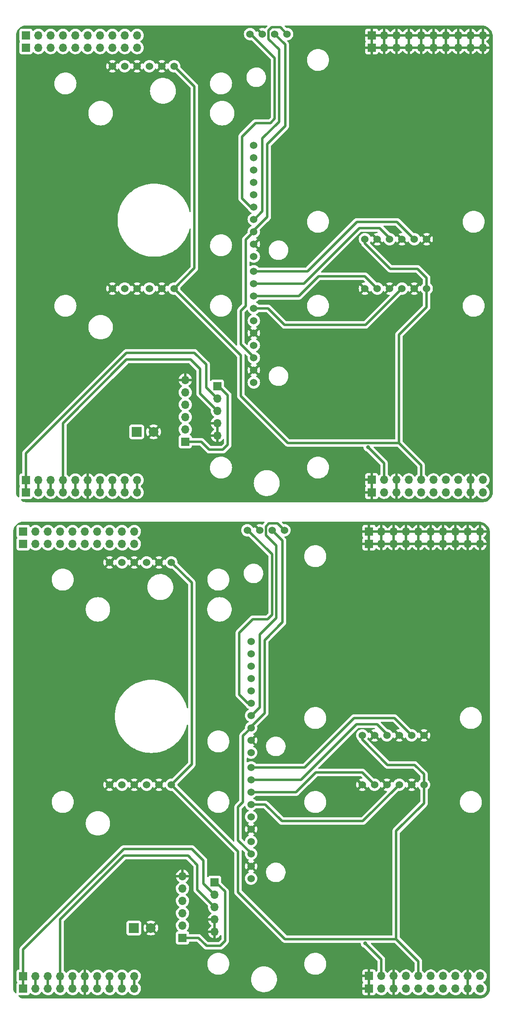
<source format=gbr>
%TF.GenerationSoftware,KiCad,Pcbnew,6.0.7-f9a2dced07~116~ubuntu20.04.1*%
%TF.CreationDate,2022-11-23T13:07:14+01:00*%
%TF.ProjectId,board,626f6172-642e-46b6-9963-61645f706362,rev?*%
%TF.SameCoordinates,Original*%
%TF.FileFunction,Copper,L1,Top*%
%TF.FilePolarity,Positive*%
%FSLAX46Y46*%
G04 Gerber Fmt 4.6, Leading zero omitted, Abs format (unit mm)*
G04 Created by KiCad (PCBNEW 6.0.7-f9a2dced07~116~ubuntu20.04.1) date 2022-11-23 13:07:14*
%MOMM*%
%LPD*%
G01*
G04 APERTURE LIST*
%TA.AperFunction,ComponentPad*%
%ADD10C,1.524000*%
%TD*%
%TA.AperFunction,ComponentPad*%
%ADD11O,1.700000X1.700000*%
%TD*%
%TA.AperFunction,ComponentPad*%
%ADD12R,1.700000X1.700000*%
%TD*%
%TA.AperFunction,ComponentPad*%
%ADD13C,2.000000*%
%TD*%
%TA.AperFunction,ComponentPad*%
%ADD14R,2.000000X2.000000*%
%TD*%
%TA.AperFunction,ViaPad*%
%ADD15C,0.800000*%
%TD*%
%TA.AperFunction,Conductor*%
%ADD16C,0.508000*%
%TD*%
G04 APERTURE END LIST*
D10*
%TO.P,AFE3,6,+VIN*%
%TO.N,AFE-3.5V_shield3*%
X291390000Y-34876000D03*
%TO.P,AFE3,5,-VIN*%
%TO.N,GND3*%
X288850000Y-34876000D03*
%TO.P,AFE3,4,+OP1*%
%TO.N,Net-(AFE3-Pad4)*%
X286310000Y-34876000D03*
%TO.P,AFE3,3,-OP1*%
%TO.N,GND3*%
X283770000Y-34876000D03*
%TO.P,AFE3,2,+OP2*%
%TO.N,Net-(AFE3-Pad2)*%
X281230000Y-34876000D03*
%TO.P,AFE3,1,-OP2*%
%TO.N,GND3*%
X278690000Y-34876000D03*
%TD*%
%TO.P,AFE1,6,+VIN*%
%TO.N,AFE-3.5V_shield3*%
X330633000Y-70436000D03*
%TO.P,AFE1,5,-VIN*%
%TO.N,GND3*%
X333173000Y-70436000D03*
%TO.P,AFE1,4,+OP1*%
%TO.N,Net-(AFE1-Pad4)*%
X335713000Y-70436000D03*
%TO.P,AFE1,3,-OP1*%
%TO.N,GND3*%
X338253000Y-70436000D03*
%TO.P,AFE1,2,+OP2*%
%TO.N,Net-(AFE1-Pad2)*%
X340793000Y-70436000D03*
%TO.P,AFE1,1,-OP2*%
%TO.N,GND3*%
X343333000Y-70436000D03*
%TD*%
D11*
%TO.P,J24,10,Pin_10*%
%TO.N,unconnected-(J15-Pad10)*%
X283770000Y-122506000D03*
%TO.P,J24,9,Pin_9*%
%TO.N,lora1_shield3*%
X281230000Y-122506000D03*
%TO.P,J24,8,Pin_8*%
%TO.N,lora2_shield3*%
X278690000Y-122506000D03*
%TO.P,J24,7,Pin_7*%
%TO.N,unconnected-(J15-Pad7)*%
X276150000Y-122506000D03*
%TO.P,J24,6,Pin_6*%
%TO.N,GND3*%
X273610000Y-122506000D03*
%TO.P,J24,5,Pin_5*%
%TO.N,5V_en_shield3*%
X271070000Y-122506000D03*
%TO.P,J24,4,Pin_4*%
%TO.N,I2C_SCL_shield3*%
X268530000Y-122506000D03*
%TO.P,J24,3,Pin_3*%
%TO.N,UART_RXD_shield3*%
X265990000Y-122506000D03*
%TO.P,J24,2,Pin_2*%
%TO.N,UART_TXD_shield3*%
X263450000Y-122506000D03*
D12*
%TO.P,J24,1,Pin_1*%
%TO.N,I2C_SDA_shield3*%
X260910000Y-122506000D03*
%TD*%
D13*
%TO.P,C15,2*%
%TO.N,GND3*%
X287176323Y-110060000D03*
D14*
%TO.P,C15,1*%
%TO.N,OPC-N3-5V_shield3*%
X283676323Y-110060000D03*
%TD*%
D12*
%TO.P,J22,1,Pin_1*%
%TO.N,UART_RX_shield3*%
X260350000Y-130556000D03*
D11*
%TO.P,J22,2,Pin_2*%
%TO.N,UART_TX_shield3*%
X262890000Y-130556000D03*
%TO.P,J22,3,Pin_3*%
%TO.N,RESET_shield3*%
X265430000Y-130556000D03*
%TO.P,J22,4,Pin_4*%
%TO.N,ADC_AFE_shield3*%
X267970000Y-130556000D03*
%TO.P,J22,5,Pin_5*%
%TO.N,ADC_BATT_shield3*%
X270510000Y-130556000D03*
%TO.P,J22,6,Pin_6*%
%TO.N,SPI_CSK_shield3*%
X273050000Y-130556000D03*
%TO.P,J22,7,Pin_7*%
%TO.N,SPI_MISO_shield3*%
X275590000Y-130556000D03*
%TO.P,J22,8,Pin_8*%
%TO.N,SPI_MOSI_shield3*%
X278130000Y-130556000D03*
%TO.P,J22,9,Pin_9*%
%TO.N,SPI_CS_shield3*%
X280670000Y-130556000D03*
%TO.P,J22,10,Pin_10*%
%TO.N,ADC_OPC-N3_shield3*%
X283210000Y-130556000D03*
%TD*%
D10*
%TO.P,AFE2,6,+VIN*%
%TO.N,AFE-3.5V_shield3*%
X343333000Y-80596000D03*
%TO.P,AFE2,5,-VIN*%
%TO.N,GND3*%
X340793000Y-80596000D03*
%TO.P,AFE2,4,+OP1*%
%TO.N,Net-(AFE2-Pad4)*%
X338253000Y-80596000D03*
%TO.P,AFE2,3,-OP1*%
%TO.N,GND3*%
X335713000Y-80596000D03*
%TO.P,AFE2,2,+OP2*%
%TO.N,Net-(AFE2-Pad2)*%
X333173000Y-80596000D03*
%TO.P,AFE2,1,-OP2*%
%TO.N,GND3*%
X330633000Y-80596000D03*
%TD*%
%TO.P,U11,1,VCC*%
%TO.N,+3V3*%
X307221000Y-201930000D03*
%TO.P,U11,2,GND*%
%TO.N,GND3*%
X307221000Y-199390000D03*
%TO.P,U11,3,SCL*%
%TO.N,I2C_SCL_shield3*%
X307221000Y-196850000D03*
%TO.P,U11,4,SDA*%
%TO.N,I2C_SDA_shield3*%
X307221000Y-194310000D03*
%TO.P,U11,5,ADDR*%
%TO.N,GND3*%
X307221000Y-191770000D03*
%TO.P,U11,6,ALERT*%
%TO.N,unconnected-(U11-Pad6)*%
X307221000Y-189230000D03*
%TO.P,U11,7,A0*%
%TO.N,Net-(AFE2-Pad4)*%
X307221000Y-186690000D03*
%TO.P,U11,8,A1*%
%TO.N,Net-(AFE2-Pad2)*%
X307221000Y-184150000D03*
%TO.P,U11,9,A2*%
%TO.N,Net-(AFE1-Pad4)*%
X307221000Y-181610000D03*
%TO.P,U11,10,A3*%
%TO.N,Net-(AFE1-Pad2)*%
X307221000Y-179070000D03*
%TD*%
D11*
%TO.P,J23,10,Pin_10*%
%TO.N,OPC-N3-5V_shield3*%
X354890000Y-122506000D03*
%TO.P,J23,9,Pin_9*%
%TO.N,GND3*%
X352350000Y-122506000D03*
%TO.P,J23,8,Pin_8*%
%TO.N,V_IN+_shield3*%
X349810000Y-122506000D03*
%TO.P,J23,7,Pin_7*%
%TO.N,V_IN-_shield3*%
X347270000Y-122506000D03*
%TO.P,J23,6,Pin_6*%
%TO.N,Battery_+_shield3*%
X344730000Y-122506000D03*
%TO.P,J23,5,Pin_5*%
%TO.N,AFE-3.5V_shield3*%
X342190000Y-122506000D03*
%TO.P,J23,4,Pin_4*%
%TO.N,+5F*%
X339650000Y-122506000D03*
%TO.P,J23,3,Pin_3*%
%TO.N,GND3*%
X337110000Y-122506000D03*
%TO.P,J23,2,Pin_2*%
%TO.N,+3V3*%
X334570000Y-122506000D03*
D12*
%TO.P,J23,1,Pin_1*%
%TO.N,GND3*%
X332030000Y-122506000D03*
%TD*%
D11*
%TO.P,J21,10,Pin_10*%
%TO.N,GND3*%
X354890000Y-28526000D03*
%TO.P,J21,9,Pin_9*%
X352350000Y-28526000D03*
%TO.P,J21,8,Pin_8*%
X349810000Y-28526000D03*
%TO.P,J21,7,Pin_7*%
X347270000Y-28526000D03*
%TO.P,J21,6,Pin_6*%
X344730000Y-28526000D03*
%TO.P,J21,5,Pin_5*%
X342190000Y-28526000D03*
%TO.P,J21,4,Pin_4*%
X339650000Y-28526000D03*
%TO.P,J21,3,Pin_3*%
X337110000Y-28526000D03*
%TO.P,J21,2,Pin_2*%
X334570000Y-28526000D03*
D12*
%TO.P,J21,1,Pin_1*%
X332030000Y-28526000D03*
%TD*%
%TO.P,J23,1,Pin_1*%
%TO.N,GND3*%
X331470000Y-224536000D03*
D11*
%TO.P,J23,2,Pin_2*%
%TO.N,+3V3*%
X334010000Y-224536000D03*
%TO.P,J23,3,Pin_3*%
%TO.N,GND3*%
X336550000Y-224536000D03*
%TO.P,J23,4,Pin_4*%
%TO.N,+5F*%
X339090000Y-224536000D03*
%TO.P,J23,5,Pin_5*%
%TO.N,AFE-3.5V_shield3*%
X341630000Y-224536000D03*
%TO.P,J23,6,Pin_6*%
%TO.N,Battery_+_shield3*%
X344170000Y-224536000D03*
%TO.P,J23,7,Pin_7*%
%TO.N,V_IN-_shield3*%
X346710000Y-224536000D03*
%TO.P,J23,8,Pin_8*%
%TO.N,V_IN+_shield3*%
X349250000Y-224536000D03*
%TO.P,J23,9,Pin_9*%
%TO.N,GND3*%
X351790000Y-224536000D03*
%TO.P,J23,10,Pin_10*%
%TO.N,OPC-N3-5V_shield3*%
X354330000Y-224536000D03*
%TD*%
%TO.P,J3,10,Pin_10*%
%TO.N,GND3*%
X354890000Y-31066000D03*
%TO.P,J3,9,Pin_9*%
X352350000Y-31066000D03*
%TO.P,J3,8,Pin_8*%
X349810000Y-31066000D03*
%TO.P,J3,7,Pin_7*%
X347270000Y-31066000D03*
%TO.P,J3,6,Pin_6*%
X344730000Y-31066000D03*
%TO.P,J3,5,Pin_5*%
X342190000Y-31066000D03*
%TO.P,J3,4,Pin_4*%
X339650000Y-31066000D03*
%TO.P,J3,3,Pin_3*%
X337110000Y-31066000D03*
%TO.P,J3,2,Pin_2*%
X334570000Y-31066000D03*
D12*
%TO.P,J3,1,Pin_1*%
X332030000Y-31066000D03*
%TD*%
D10*
%TO.P,AFE3,1,-OP2*%
%TO.N,GND3*%
X278130000Y-136906000D03*
%TO.P,AFE3,2,+OP2*%
%TO.N,Net-(AFE3-Pad2)*%
X280670000Y-136906000D03*
%TO.P,AFE3,3,-OP1*%
%TO.N,GND3*%
X283210000Y-136906000D03*
%TO.P,AFE3,4,+OP1*%
%TO.N,Net-(AFE3-Pad4)*%
X285750000Y-136906000D03*
%TO.P,AFE3,5,-VIN*%
%TO.N,GND3*%
X288290000Y-136906000D03*
%TO.P,AFE3,6,+VIN*%
%TO.N,AFE-3.5V_shield3*%
X290830000Y-136906000D03*
%TD*%
%TO.P,U11,10,A3*%
%TO.N,Net-(AFE1-Pad2)*%
X307781000Y-77040000D03*
%TO.P,U11,9,A2*%
%TO.N,Net-(AFE1-Pad4)*%
X307781000Y-79580000D03*
%TO.P,U11,8,A1*%
%TO.N,Net-(AFE2-Pad2)*%
X307781000Y-82120000D03*
%TO.P,U11,7,A0*%
%TO.N,Net-(AFE2-Pad4)*%
X307781000Y-84660000D03*
%TO.P,U11,6,ALERT*%
%TO.N,unconnected-(U11-Pad6)*%
X307781000Y-87200000D03*
%TO.P,U11,5,ADDR*%
%TO.N,GND3*%
X307781000Y-89740000D03*
%TO.P,U11,4,SDA*%
%TO.N,I2C_SDA_shield3*%
X307781000Y-92280000D03*
%TO.P,U11,3,SCL*%
%TO.N,I2C_SCL_shield3*%
X307781000Y-94820000D03*
%TO.P,U11,2,GND*%
%TO.N,GND3*%
X307781000Y-97360000D03*
%TO.P,U11,1,VCC*%
%TO.N,+3V3*%
X307781000Y-99900000D03*
%TD*%
%TO.P,U10,4,SDA*%
%TO.N,I2C_SDA_shield3*%
X314631000Y-28272000D03*
%TO.P,U10,3,SCL*%
%TO.N,I2C_SCL_shield3*%
X312091000Y-28272000D03*
%TO.P,U10,2,GND*%
%TO.N,GND3*%
X309551000Y-28272000D03*
%TO.P,U10,1,VCC*%
%TO.N,+3V3*%
X307011000Y-28272000D03*
%TD*%
D12*
%TO.P,J24,1,Pin_1*%
%TO.N,I2C_SDA_shield3*%
X260350000Y-224536000D03*
D11*
%TO.P,J24,2,Pin_2*%
%TO.N,UART_TXD_shield3*%
X262890000Y-224536000D03*
%TO.P,J24,3,Pin_3*%
%TO.N,UART_RXD_shield3*%
X265430000Y-224536000D03*
%TO.P,J24,4,Pin_4*%
%TO.N,I2C_SCL_shield3*%
X267970000Y-224536000D03*
%TO.P,J24,5,Pin_5*%
%TO.N,5V_en_shield3*%
X270510000Y-224536000D03*
%TO.P,J24,6,Pin_6*%
%TO.N,GND3*%
X273050000Y-224536000D03*
%TO.P,J24,7,Pin_7*%
%TO.N,unconnected-(J15-Pad7)*%
X275590000Y-224536000D03*
%TO.P,J24,8,Pin_8*%
%TO.N,lora2_shield3*%
X278130000Y-224536000D03*
%TO.P,J24,9,Pin_9*%
%TO.N,lora1_shield3*%
X280670000Y-224536000D03*
%TO.P,J24,10,Pin_10*%
%TO.N,unconnected-(J15-Pad10)*%
X283210000Y-224536000D03*
%TD*%
%TO.P,J15,10,Pin_10*%
%TO.N,unconnected-(J15-Pad10)*%
X283770000Y-119966000D03*
%TO.P,J15,9,Pin_9*%
%TO.N,lora1_shield3*%
X281230000Y-119966000D03*
%TO.P,J15,8,Pin_8*%
%TO.N,lora2_shield3*%
X278690000Y-119966000D03*
%TO.P,J15,7,Pin_7*%
%TO.N,unconnected-(J15-Pad7)*%
X276150000Y-119966000D03*
%TO.P,J15,6,Pin_6*%
%TO.N,GND3*%
X273610000Y-119966000D03*
%TO.P,J15,5,Pin_5*%
%TO.N,5V_en_shield3*%
X271070000Y-119966000D03*
%TO.P,J15,4,Pin_4*%
%TO.N,I2C_SCL_shield3*%
X268530000Y-119966000D03*
%TO.P,J15,3,Pin_3*%
%TO.N,UART_RXD_shield3*%
X265990000Y-119966000D03*
%TO.P,J15,2,Pin_2*%
%TO.N,UART_TXD_shield3*%
X263450000Y-119966000D03*
D12*
%TO.P,J15,1,Pin_1*%
%TO.N,I2C_SDA_shield3*%
X260910000Y-119966000D03*
%TD*%
D11*
%TO.P,J5,10,Pin_10*%
%TO.N,ADC_OPC-N3_shield3*%
X283770000Y-31066000D03*
%TO.P,J5,9,Pin_9*%
%TO.N,SPI_CS_shield3*%
X281230000Y-31066000D03*
%TO.P,J5,8,Pin_8*%
%TO.N,SPI_MOSI_shield3*%
X278690000Y-31066000D03*
%TO.P,J5,7,Pin_7*%
%TO.N,SPI_MISO_shield3*%
X276150000Y-31066000D03*
%TO.P,J5,6,Pin_6*%
%TO.N,SPI_CSK_shield3*%
X273610000Y-31066000D03*
%TO.P,J5,5,Pin_5*%
%TO.N,ADC_BATT_shield3*%
X271070000Y-31066000D03*
%TO.P,J5,4,Pin_4*%
%TO.N,ADC_AFE_shield3*%
X268530000Y-31066000D03*
%TO.P,J5,3,Pin_3*%
%TO.N,RESET_shield3*%
X265990000Y-31066000D03*
%TO.P,J5,2,Pin_2*%
%TO.N,UART_TX_shield3*%
X263450000Y-31066000D03*
D12*
%TO.P,J5,1,Pin_1*%
%TO.N,UART_RX_shield3*%
X260910000Y-31066000D03*
%TD*%
D11*
%TO.P,J14,10,Pin_10*%
%TO.N,OPC-N3-5V_shield3*%
X354890000Y-119941000D03*
%TO.P,J14,9,Pin_9*%
%TO.N,GND3*%
X352350000Y-119941000D03*
%TO.P,J14,8,Pin_8*%
%TO.N,V_IN+_shield3*%
X349810000Y-119941000D03*
%TO.P,J14,7,Pin_7*%
%TO.N,V_IN-_shield3*%
X347270000Y-119941000D03*
%TO.P,J14,6,Pin_6*%
%TO.N,Battery_+_shield3*%
X344730000Y-119941000D03*
%TO.P,J14,5,Pin_5*%
%TO.N,AFE-3.5V_shield3*%
X342190000Y-119941000D03*
%TO.P,J14,4,Pin_4*%
%TO.N,+5F*%
X339650000Y-119941000D03*
%TO.P,J14,3,Pin_3*%
%TO.N,GND3*%
X337110000Y-119941000D03*
%TO.P,J14,2,Pin_2*%
%TO.N,+3V3*%
X334570000Y-119941000D03*
D12*
%TO.P,J14,1,Pin_1*%
%TO.N,GND3*%
X332030000Y-119941000D03*
%TD*%
D11*
%TO.P,J13,5,Pin_5*%
%TO.N,GND3*%
X300280000Y-110827000D03*
%TO.P,J13,4,Pin_4*%
X300280000Y-108287000D03*
%TO.P,J13,3,Pin_3*%
%TO.N,I2C_SCL_shield3*%
X300280000Y-105747000D03*
%TO.P,J13,2,Pin_2*%
%TO.N,I2C_SDA_shield3*%
X300280000Y-103207000D03*
D12*
%TO.P,J13,1,Pin_1*%
%TO.N,OPC-N3-5V_shield3*%
X300280000Y-100667000D03*
%TD*%
D11*
%TO.P,J20,6,Pin_6*%
%TO.N,GND3*%
X293676000Y-99392000D03*
%TO.P,J20,5,Pin_5*%
%TO.N,SPI_CS_shield3*%
X293676000Y-101932000D03*
%TO.P,J20,4,Pin_4*%
%TO.N,SPI_MOSI_shield3*%
X293676000Y-104472000D03*
%TO.P,J20,3,Pin_3*%
%TO.N,SPI_MISO_shield3*%
X293676000Y-107012000D03*
%TO.P,J20,2,Pin_2*%
%TO.N,SPI_CSK_shield3*%
X293676000Y-109552000D03*
D12*
%TO.P,J20,1,Pin_1*%
%TO.N,OPC-N3-5V_shield3*%
X293676000Y-112092000D03*
%TD*%
D10*
%TO.P,AFE4,6,+VIN*%
%TO.N,AFE-3.5V_shield3*%
X291390000Y-80596000D03*
%TO.P,AFE4,5,-VIN*%
%TO.N,GND3*%
X288850000Y-80596000D03*
%TO.P,AFE4,4,+OP1*%
%TO.N,Net-(AFE4-Pad4)*%
X286310000Y-80596000D03*
%TO.P,AFE4,3,-OP1*%
%TO.N,GND3*%
X283770000Y-80596000D03*
%TO.P,AFE4,2,+OP2*%
%TO.N,Net-(AFE4-Pad2)*%
X281230000Y-80596000D03*
%TO.P,AFE4,1,-OP2*%
%TO.N,GND3*%
X278690000Y-80596000D03*
%TD*%
%TO.P,U8,10,A3*%
%TO.N,Net-(AFE3-Pad2)*%
X307781000Y-51132000D03*
%TO.P,U8,9,A2*%
%TO.N,Net-(AFE3-Pad4)*%
X307781000Y-53672000D03*
%TO.P,U8,8,A1*%
%TO.N,Net-(AFE4-Pad2)*%
X307781000Y-56212000D03*
%TO.P,U8,7,A0*%
%TO.N,Net-(AFE4-Pad4)*%
X307781000Y-58752000D03*
%TO.P,U8,6,ALERT*%
%TO.N,unconnected-(U8-Pad6)*%
X307781000Y-61292000D03*
%TO.P,U8,5,ADDR*%
%TO.N,+3V3*%
X307781000Y-63832000D03*
%TO.P,U8,4,SDA*%
%TO.N,I2C_SDA_shield3*%
X307781000Y-66372000D03*
%TO.P,U8,3,SCL*%
%TO.N,I2C_SCL_shield3*%
X307781000Y-68912000D03*
%TO.P,U8,2,GND*%
%TO.N,GND3*%
X307781000Y-71452000D03*
%TO.P,U8,1,VCC*%
%TO.N,+3V3*%
X307781000Y-73992000D03*
%TD*%
D11*
%TO.P,J22,10,Pin_10*%
%TO.N,ADC_OPC-N3_shield3*%
X283770000Y-28526000D03*
%TO.P,J22,9,Pin_9*%
%TO.N,SPI_CS_shield3*%
X281230000Y-28526000D03*
%TO.P,J22,8,Pin_8*%
%TO.N,SPI_MOSI_shield3*%
X278690000Y-28526000D03*
%TO.P,J22,7,Pin_7*%
%TO.N,SPI_MISO_shield3*%
X276150000Y-28526000D03*
%TO.P,J22,6,Pin_6*%
%TO.N,SPI_CSK_shield3*%
X273610000Y-28526000D03*
%TO.P,J22,5,Pin_5*%
%TO.N,ADC_BATT_shield3*%
X271070000Y-28526000D03*
%TO.P,J22,4,Pin_4*%
%TO.N,ADC_AFE_shield3*%
X268530000Y-28526000D03*
%TO.P,J22,3,Pin_3*%
%TO.N,RESET_shield3*%
X265990000Y-28526000D03*
%TO.P,J22,2,Pin_2*%
%TO.N,UART_TX_shield3*%
X263450000Y-28526000D03*
D12*
%TO.P,J22,1,Pin_1*%
%TO.N,UART_RX_shield3*%
X260910000Y-28526000D03*
%TD*%
%TO.P,J20,1,Pin_1*%
%TO.N,OPC-N3-5V_shield3*%
X293116000Y-214122000D03*
D11*
%TO.P,J20,2,Pin_2*%
%TO.N,SPI_CSK_shield3*%
X293116000Y-211582000D03*
%TO.P,J20,3,Pin_3*%
%TO.N,SPI_MISO_shield3*%
X293116000Y-209042000D03*
%TO.P,J20,4,Pin_4*%
%TO.N,SPI_MOSI_shield3*%
X293116000Y-206502000D03*
%TO.P,J20,5,Pin_5*%
%TO.N,SPI_CS_shield3*%
X293116000Y-203962000D03*
%TO.P,J20,6,Pin_6*%
%TO.N,GND3*%
X293116000Y-201422000D03*
%TD*%
D10*
%TO.P,AFE2,1,-OP2*%
%TO.N,GND3*%
X330073000Y-182626000D03*
%TO.P,AFE2,2,+OP2*%
%TO.N,Net-(AFE2-Pad2)*%
X332613000Y-182626000D03*
%TO.P,AFE2,3,-OP1*%
%TO.N,GND3*%
X335153000Y-182626000D03*
%TO.P,AFE2,4,+OP1*%
%TO.N,Net-(AFE2-Pad4)*%
X337693000Y-182626000D03*
%TO.P,AFE2,5,-VIN*%
%TO.N,GND3*%
X340233000Y-182626000D03*
%TO.P,AFE2,6,+VIN*%
%TO.N,AFE-3.5V_shield3*%
X342773000Y-182626000D03*
%TD*%
D12*
%TO.P,J13,1,Pin_1*%
%TO.N,OPC-N3-5V_shield3*%
X299720000Y-202697000D03*
D11*
%TO.P,J13,2,Pin_2*%
%TO.N,I2C_SDA_shield3*%
X299720000Y-205237000D03*
%TO.P,J13,3,Pin_3*%
%TO.N,I2C_SCL_shield3*%
X299720000Y-207777000D03*
%TO.P,J13,4,Pin_4*%
%TO.N,GND3*%
X299720000Y-210317000D03*
%TO.P,J13,5,Pin_5*%
X299720000Y-212857000D03*
%TD*%
D10*
%TO.P,AFE4,1,-OP2*%
%TO.N,GND3*%
X278130000Y-182626000D03*
%TO.P,AFE4,2,+OP2*%
%TO.N,Net-(AFE4-Pad2)*%
X280670000Y-182626000D03*
%TO.P,AFE4,3,-OP1*%
%TO.N,GND3*%
X283210000Y-182626000D03*
%TO.P,AFE4,4,+OP1*%
%TO.N,Net-(AFE4-Pad4)*%
X285750000Y-182626000D03*
%TO.P,AFE4,5,-VIN*%
%TO.N,GND3*%
X288290000Y-182626000D03*
%TO.P,AFE4,6,+VIN*%
%TO.N,AFE-3.5V_shield3*%
X290830000Y-182626000D03*
%TD*%
D14*
%TO.P,C15,1*%
%TO.N,OPC-N3-5V_shield3*%
X283116323Y-212090000D03*
D13*
%TO.P,C15,2*%
%TO.N,GND3*%
X286616323Y-212090000D03*
%TD*%
D12*
%TO.P,J14,1,Pin_1*%
%TO.N,GND3*%
X331470000Y-221971000D03*
D11*
%TO.P,J14,2,Pin_2*%
%TO.N,+3V3*%
X334010000Y-221971000D03*
%TO.P,J14,3,Pin_3*%
%TO.N,GND3*%
X336550000Y-221971000D03*
%TO.P,J14,4,Pin_4*%
%TO.N,+5F*%
X339090000Y-221971000D03*
%TO.P,J14,5,Pin_5*%
%TO.N,AFE-3.5V_shield3*%
X341630000Y-221971000D03*
%TO.P,J14,6,Pin_6*%
%TO.N,Battery_+_shield3*%
X344170000Y-221971000D03*
%TO.P,J14,7,Pin_7*%
%TO.N,V_IN-_shield3*%
X346710000Y-221971000D03*
%TO.P,J14,8,Pin_8*%
%TO.N,V_IN+_shield3*%
X349250000Y-221971000D03*
%TO.P,J14,9,Pin_9*%
%TO.N,GND3*%
X351790000Y-221971000D03*
%TO.P,J14,10,Pin_10*%
%TO.N,OPC-N3-5V_shield3*%
X354330000Y-221971000D03*
%TD*%
D12*
%TO.P,J5,1,Pin_1*%
%TO.N,UART_RX_shield3*%
X260350000Y-133096000D03*
D11*
%TO.P,J5,2,Pin_2*%
%TO.N,UART_TX_shield3*%
X262890000Y-133096000D03*
%TO.P,J5,3,Pin_3*%
%TO.N,RESET_shield3*%
X265430000Y-133096000D03*
%TO.P,J5,4,Pin_4*%
%TO.N,ADC_AFE_shield3*%
X267970000Y-133096000D03*
%TO.P,J5,5,Pin_5*%
%TO.N,ADC_BATT_shield3*%
X270510000Y-133096000D03*
%TO.P,J5,6,Pin_6*%
%TO.N,SPI_CSK_shield3*%
X273050000Y-133096000D03*
%TO.P,J5,7,Pin_7*%
%TO.N,SPI_MISO_shield3*%
X275590000Y-133096000D03*
%TO.P,J5,8,Pin_8*%
%TO.N,SPI_MOSI_shield3*%
X278130000Y-133096000D03*
%TO.P,J5,9,Pin_9*%
%TO.N,SPI_CS_shield3*%
X280670000Y-133096000D03*
%TO.P,J5,10,Pin_10*%
%TO.N,ADC_OPC-N3_shield3*%
X283210000Y-133096000D03*
%TD*%
D10*
%TO.P,U10,1,VCC*%
%TO.N,+3V3*%
X306451000Y-130302000D03*
%TO.P,U10,2,GND*%
%TO.N,GND3*%
X308991000Y-130302000D03*
%TO.P,U10,3,SCL*%
%TO.N,I2C_SCL_shield3*%
X311531000Y-130302000D03*
%TO.P,U10,4,SDA*%
%TO.N,I2C_SDA_shield3*%
X314071000Y-130302000D03*
%TD*%
D12*
%TO.P,J21,1,Pin_1*%
%TO.N,GND3*%
X331470000Y-130556000D03*
D11*
%TO.P,J21,2,Pin_2*%
X334010000Y-130556000D03*
%TO.P,J21,3,Pin_3*%
X336550000Y-130556000D03*
%TO.P,J21,4,Pin_4*%
X339090000Y-130556000D03*
%TO.P,J21,5,Pin_5*%
X341630000Y-130556000D03*
%TO.P,J21,6,Pin_6*%
X344170000Y-130556000D03*
%TO.P,J21,7,Pin_7*%
X346710000Y-130556000D03*
%TO.P,J21,8,Pin_8*%
X349250000Y-130556000D03*
%TO.P,J21,9,Pin_9*%
X351790000Y-130556000D03*
%TO.P,J21,10,Pin_10*%
X354330000Y-130556000D03*
%TD*%
D10*
%TO.P,AFE1,1,-OP2*%
%TO.N,GND3*%
X342773000Y-172466000D03*
%TO.P,AFE1,2,+OP2*%
%TO.N,Net-(AFE1-Pad2)*%
X340233000Y-172466000D03*
%TO.P,AFE1,3,-OP1*%
%TO.N,GND3*%
X337693000Y-172466000D03*
%TO.P,AFE1,4,+OP1*%
%TO.N,Net-(AFE1-Pad4)*%
X335153000Y-172466000D03*
%TO.P,AFE1,5,-VIN*%
%TO.N,GND3*%
X332613000Y-172466000D03*
%TO.P,AFE1,6,+VIN*%
%TO.N,AFE-3.5V_shield3*%
X330073000Y-172466000D03*
%TD*%
%TO.P,U8,1,VCC*%
%TO.N,+3V3*%
X307221000Y-176022000D03*
%TO.P,U8,2,GND*%
%TO.N,GND3*%
X307221000Y-173482000D03*
%TO.P,U8,3,SCL*%
%TO.N,I2C_SCL_shield3*%
X307221000Y-170942000D03*
%TO.P,U8,4,SDA*%
%TO.N,I2C_SDA_shield3*%
X307221000Y-168402000D03*
%TO.P,U8,5,ADDR*%
%TO.N,+3V3*%
X307221000Y-165862000D03*
%TO.P,U8,6,ALERT*%
%TO.N,unconnected-(U8-Pad6)*%
X307221000Y-163322000D03*
%TO.P,U8,7,A0*%
%TO.N,Net-(AFE4-Pad4)*%
X307221000Y-160782000D03*
%TO.P,U8,8,A1*%
%TO.N,Net-(AFE4-Pad2)*%
X307221000Y-158242000D03*
%TO.P,U8,9,A2*%
%TO.N,Net-(AFE3-Pad4)*%
X307221000Y-155702000D03*
%TO.P,U8,10,A3*%
%TO.N,Net-(AFE3-Pad2)*%
X307221000Y-153162000D03*
%TD*%
D12*
%TO.P,J15,1,Pin_1*%
%TO.N,I2C_SDA_shield3*%
X260350000Y-221996000D03*
D11*
%TO.P,J15,2,Pin_2*%
%TO.N,UART_TXD_shield3*%
X262890000Y-221996000D03*
%TO.P,J15,3,Pin_3*%
%TO.N,UART_RXD_shield3*%
X265430000Y-221996000D03*
%TO.P,J15,4,Pin_4*%
%TO.N,I2C_SCL_shield3*%
X267970000Y-221996000D03*
%TO.P,J15,5,Pin_5*%
%TO.N,5V_en_shield3*%
X270510000Y-221996000D03*
%TO.P,J15,6,Pin_6*%
%TO.N,GND3*%
X273050000Y-221996000D03*
%TO.P,J15,7,Pin_7*%
%TO.N,unconnected-(J15-Pad7)*%
X275590000Y-221996000D03*
%TO.P,J15,8,Pin_8*%
%TO.N,lora2_shield3*%
X278130000Y-221996000D03*
%TO.P,J15,9,Pin_9*%
%TO.N,lora1_shield3*%
X280670000Y-221996000D03*
%TO.P,J15,10,Pin_10*%
%TO.N,unconnected-(J15-Pad10)*%
X283210000Y-221996000D03*
%TD*%
D12*
%TO.P,J3,1,Pin_1*%
%TO.N,GND3*%
X331470000Y-133096000D03*
D11*
%TO.P,J3,2,Pin_2*%
X334010000Y-133096000D03*
%TO.P,J3,3,Pin_3*%
X336550000Y-133096000D03*
%TO.P,J3,4,Pin_4*%
X339090000Y-133096000D03*
%TO.P,J3,5,Pin_5*%
X341630000Y-133096000D03*
%TO.P,J3,6,Pin_6*%
X344170000Y-133096000D03*
%TO.P,J3,7,Pin_7*%
X346710000Y-133096000D03*
%TO.P,J3,8,Pin_8*%
X349250000Y-133096000D03*
%TO.P,J3,9,Pin_9*%
X351790000Y-133096000D03*
%TO.P,J3,10,Pin_10*%
X354330000Y-133096000D03*
%TD*%
D15*
%TO.N,+3V3*%
X331268000Y-113235000D03*
X330708000Y-215265000D03*
%TD*%
D16*
%TO.N,I2C_SCL_shield3*%
X304546000Y-194056000D02*
X304546000Y-187198000D01*
%TO.N,AFE-3.5V_shield3*%
X295021000Y-178435000D02*
X290830000Y-182626000D01*
X335280000Y-178562000D02*
X340868000Y-178562000D01*
X290830000Y-136906000D02*
X295021000Y-141097000D01*
X337058000Y-214376000D02*
X341630000Y-218948000D01*
X340868000Y-178562000D02*
X342773000Y-180467000D01*
X337058000Y-214376000D02*
X337058000Y-192151000D01*
X314198000Y-214376000D02*
X337058000Y-214376000D01*
%TO.N,I2C_SCL_shield3*%
X299720000Y-207772000D02*
X296164000Y-204216000D01*
%TO.N,+3V3*%
X306578000Y-165862000D02*
X304800000Y-164084000D01*
%TO.N,I2C_SCL_shield3*%
X310007000Y-167894000D02*
X310007000Y-152908000D01*
%TO.N,I2C_SDA_shield3*%
X314071000Y-130302000D02*
X312674000Y-128905000D01*
%TO.N,Net-(AFE2-Pad4)*%
X337693000Y-182626000D02*
X330200000Y-190119000D01*
%TO.N,I2C_SCL_shield3*%
X299720000Y-207777000D02*
X299720000Y-207772000D01*
X281051000Y-197231000D02*
X267970000Y-210312000D01*
%TO.N,AFE-3.5V_shield3*%
X342773000Y-180467000D02*
X342773000Y-182626000D01*
X295021000Y-141097000D02*
X295021000Y-178435000D01*
X342773000Y-186436000D02*
X342773000Y-182626000D01*
X304546000Y-196342000D02*
X304546000Y-204724000D01*
X341630000Y-218948000D02*
X341630000Y-221971000D01*
X290830000Y-182626000D02*
X304546000Y-196342000D01*
%TO.N,Net-(AFE1-Pad4)*%
X318060000Y-79580000D02*
X307781000Y-79580000D01*
X335713000Y-70182000D02*
X333681000Y-68150000D01*
X333681000Y-68150000D02*
X329490000Y-68150000D01*
%TO.N,Net-(AFE2-Pad2)*%
X330633000Y-78056000D02*
X321108000Y-78056000D01*
X321108000Y-78056000D02*
X317044000Y-82120000D01*
X333173000Y-80596000D02*
X330633000Y-78056000D01*
X317044000Y-82120000D02*
X307781000Y-82120000D01*
%TO.N,Net-(AFE2-Pad4)*%
X314123000Y-88089000D02*
X310694000Y-84660000D01*
X330760000Y-88089000D02*
X314123000Y-88089000D01*
X310694000Y-84660000D02*
X307781000Y-84660000D01*
X338253000Y-80596000D02*
X330760000Y-88089000D01*
%TO.N,UART_RXD_shield3*%
X265430000Y-224536000D02*
X265430000Y-221996000D01*
%TO.N,+3V3*%
X307138000Y-63832000D02*
X305360000Y-62054000D01*
X305360000Y-62054000D02*
X305360000Y-49354000D01*
X307781000Y-63832000D02*
X307138000Y-63832000D01*
%TO.N,I2C_SCL_shield3*%
X294259000Y-197231000D02*
X281051000Y-197231000D01*
%TO.N,Net-(AFE2-Pad4)*%
X330200000Y-190119000D02*
X313563000Y-190119000D01*
%TO.N,I2C_SDA_shield3*%
X309551000Y-64721000D02*
X307900000Y-66372000D01*
X309551000Y-49735000D02*
X309551000Y-64721000D01*
X312980000Y-46306000D02*
X309551000Y-49735000D01*
X310821000Y-27510000D02*
X310821000Y-29288000D01*
X260910000Y-122506000D02*
X260910000Y-119966000D01*
X307900000Y-66372000D02*
X307781000Y-66372000D01*
X297994000Y-100921000D02*
X297994000Y-96217000D01*
X260910000Y-114505000D02*
X281611000Y-93804000D01*
X310821000Y-29288000D02*
X312980000Y-31447000D01*
X312980000Y-31447000D02*
X312980000Y-46306000D01*
X314631000Y-28272000D02*
X313234000Y-26875000D01*
X313234000Y-26875000D02*
X311456000Y-26875000D01*
X260910000Y-119966000D02*
X260910000Y-114505000D01*
X311456000Y-26875000D02*
X310821000Y-27510000D01*
X281611000Y-93804000D02*
X295581000Y-93804000D01*
X297994000Y-96217000D02*
X295581000Y-93804000D01*
X297994000Y-100921000D02*
X300280000Y-103207000D01*
%TO.N,+3V3*%
X305360000Y-49354000D02*
X308154000Y-46560000D01*
X311202000Y-46560000D02*
X312091000Y-45671000D01*
X334570000Y-119941000D02*
X334570000Y-116537000D01*
%TO.N,Net-(AFE2-Pad4)*%
X310134000Y-186690000D02*
X307221000Y-186690000D01*
%TO.N,unconnected-(J15-Pad10)*%
X283210000Y-224536000D02*
X283210000Y-221996000D01*
%TO.N,I2C_SDA_shield3*%
X260350000Y-224536000D02*
X260350000Y-221996000D01*
%TO.N,UART_TXD_shield3*%
X263450000Y-122506000D02*
X263450000Y-119966000D01*
%TO.N,UART_RXD_shield3*%
X265990000Y-122506000D02*
X265990000Y-119966000D01*
%TO.N,I2C_SCL_shield3*%
X300280000Y-105742000D02*
X296724000Y-102186000D01*
X307781000Y-68650000D02*
X310567000Y-65864000D01*
X307781000Y-68912000D02*
X307781000Y-68650000D01*
X305106000Y-85168000D02*
X306122000Y-84152000D01*
X306122000Y-84152000D02*
X306122000Y-70571000D01*
X296724000Y-102186000D02*
X296724000Y-97106000D01*
X305106000Y-92026000D02*
X305106000Y-85168000D01*
X268530000Y-108282000D02*
X268530000Y-119966000D01*
X310567000Y-65864000D02*
X310567000Y-50878000D01*
X307781000Y-94820000D02*
X307781000Y-94701000D01*
X310567000Y-50878000D02*
X314250000Y-47195000D01*
X281611000Y-95201000D02*
X268530000Y-108282000D01*
X307781000Y-94701000D02*
X305106000Y-92026000D01*
X294819000Y-95201000D02*
X281611000Y-95201000D01*
X306122000Y-70571000D02*
X307781000Y-68912000D01*
X314250000Y-47195000D02*
X314250000Y-30431000D01*
X300280000Y-105747000D02*
X300280000Y-105742000D01*
X314250000Y-30431000D02*
X312091000Y-28272000D01*
X296724000Y-97106000D02*
X294819000Y-95201000D01*
X268530000Y-122506000D02*
X268530000Y-119966000D01*
X267970000Y-210312000D02*
X267970000Y-221996000D01*
%TO.N,I2C_SDA_shield3*%
X260350000Y-216535000D02*
X281051000Y-195834000D01*
%TO.N,5V_en_shield3*%
X271070000Y-122506000D02*
X271070000Y-119966000D01*
%TO.N,unconnected-(J15-Pad7)*%
X276150000Y-122506000D02*
X276150000Y-119966000D01*
%TO.N,lora2_shield3*%
X278690000Y-122506000D02*
X278690000Y-119966000D01*
%TO.N,lora1_shield3*%
X281230000Y-119966000D02*
X281230000Y-122506000D01*
%TO.N,+3V3*%
X312091000Y-33225000D02*
X307138000Y-28272000D01*
X312091000Y-45671000D02*
X312091000Y-33225000D01*
X334570000Y-116537000D02*
X331268000Y-113235000D01*
%TO.N,AFE-3.5V_shield3*%
X337618000Y-90121000D02*
X343333000Y-84406000D01*
X330633000Y-70436000D02*
X330633000Y-71325000D01*
X305106000Y-102694000D02*
X314758000Y-112346000D01*
X330633000Y-71325000D02*
X335840000Y-76532000D01*
%TO.N,OPC-N3-5V_shield3*%
X296978000Y-112092000D02*
X298629000Y-113743000D01*
X300539000Y-100667000D02*
X300280000Y-100667000D01*
X302439000Y-112727000D02*
X301423000Y-113743000D01*
X298629000Y-113743000D02*
X301423000Y-113743000D01*
X293676000Y-112092000D02*
X296978000Y-112092000D01*
X302439000Y-102567000D02*
X300539000Y-100667000D01*
X302439000Y-102567000D02*
X302439000Y-112727000D01*
%TO.N,I2C_SDA_shield3*%
X260350000Y-221996000D02*
X260350000Y-216535000D01*
%TO.N,I2C_SCL_shield3*%
X307221000Y-170942000D02*
X307221000Y-170680000D01*
%TO.N,AFE-3.5V_shield3*%
X343333000Y-78437000D02*
X343333000Y-80596000D01*
X295581000Y-39067000D02*
X295581000Y-76405000D01*
X343333000Y-84406000D02*
X343333000Y-80596000D01*
X305106000Y-94312000D02*
X305106000Y-102694000D01*
X342190000Y-116918000D02*
X342190000Y-119941000D01*
X291390000Y-80596000D02*
X305106000Y-94312000D01*
X295581000Y-76405000D02*
X291390000Y-80596000D01*
X335840000Y-76532000D02*
X341428000Y-76532000D01*
X291390000Y-34876000D02*
X295581000Y-39067000D01*
X337618000Y-112346000D02*
X342190000Y-116918000D01*
X341428000Y-76532000D02*
X343333000Y-78437000D01*
X337618000Y-112346000D02*
X337618000Y-90121000D01*
X314758000Y-112346000D02*
X337618000Y-112346000D01*
X330073000Y-172466000D02*
X330073000Y-173355000D01*
%TO.N,unconnected-(J15-Pad10)*%
X283770000Y-122506000D02*
X283770000Y-119966000D01*
%TO.N,GND3*%
X273610000Y-122506000D02*
X273610000Y-119966000D01*
%TO.N,Net-(AFE1-Pad2)*%
X337237000Y-66880000D02*
X328982000Y-66880000D01*
X328982000Y-66880000D02*
X318822000Y-77040000D01*
X318822000Y-77040000D02*
X307781000Y-77040000D01*
X340793000Y-70436000D02*
X337237000Y-66880000D01*
%TO.N,Net-(AFE1-Pad4)*%
X329490000Y-68150000D02*
X318060000Y-79580000D01*
X335713000Y-70436000D02*
X335713000Y-70182000D01*
%TO.N,+3V3*%
X308154000Y-46560000D02*
X311202000Y-46560000D01*
X307138000Y-28272000D02*
X307011000Y-28272000D01*
%TO.N,I2C_SCL_shield3*%
X313690000Y-132461000D02*
X311531000Y-130302000D01*
%TO.N,I2C_SDA_shield3*%
X308991000Y-166751000D02*
X307340000Y-168402000D01*
X312420000Y-148336000D02*
X308991000Y-151765000D01*
%TO.N,+3V3*%
X304800000Y-164084000D02*
X304800000Y-151384000D01*
%TO.N,Net-(AFE1-Pad4)*%
X317500000Y-181610000D02*
X307221000Y-181610000D01*
%TO.N,I2C_SDA_shield3*%
X281051000Y-195834000D02*
X295021000Y-195834000D01*
%TO.N,I2C_SCL_shield3*%
X307221000Y-170680000D02*
X310007000Y-167894000D01*
%TO.N,Net-(AFE2-Pad2)*%
X330073000Y-180086000D02*
X320548000Y-180086000D01*
%TO.N,+3V3*%
X311531000Y-147701000D02*
X311531000Y-135255000D01*
%TO.N,I2C_SCL_shield3*%
X307221000Y-196850000D02*
X307221000Y-196731000D01*
X267970000Y-224536000D02*
X267970000Y-221996000D01*
%TO.N,+3V3*%
X304800000Y-151384000D02*
X307594000Y-148590000D01*
X307594000Y-148590000D02*
X310642000Y-148590000D01*
X306578000Y-130302000D02*
X306451000Y-130302000D01*
%TO.N,I2C_SCL_shield3*%
X304546000Y-187198000D02*
X305562000Y-186182000D01*
X305562000Y-186182000D02*
X305562000Y-172601000D01*
%TO.N,+3V3*%
X307221000Y-165862000D02*
X306578000Y-165862000D01*
X310642000Y-148590000D02*
X311531000Y-147701000D01*
%TO.N,I2C_SDA_shield3*%
X307340000Y-168402000D02*
X307221000Y-168402000D01*
%TO.N,GND3*%
X273050000Y-224536000D02*
X273050000Y-221996000D01*
%TO.N,Net-(AFE1-Pad2)*%
X336677000Y-168910000D02*
X328422000Y-168910000D01*
X328422000Y-168910000D02*
X318262000Y-179070000D01*
X318262000Y-179070000D02*
X307221000Y-179070000D01*
X340233000Y-172466000D02*
X336677000Y-168910000D01*
%TO.N,Net-(AFE2-Pad4)*%
X313563000Y-190119000D02*
X310134000Y-186690000D01*
%TO.N,Net-(AFE2-Pad2)*%
X316484000Y-184150000D02*
X307221000Y-184150000D01*
X332613000Y-182626000D02*
X330073000Y-180086000D01*
%TO.N,Net-(AFE1-Pad4)*%
X335153000Y-172212000D02*
X333121000Y-170180000D01*
%TO.N,I2C_SCL_shield3*%
X313690000Y-149225000D02*
X313690000Y-132461000D01*
%TO.N,Net-(AFE1-Pad4)*%
X328930000Y-170180000D02*
X317500000Y-181610000D01*
X335153000Y-172466000D02*
X335153000Y-172212000D01*
%TO.N,I2C_SDA_shield3*%
X297434000Y-202951000D02*
X299720000Y-205237000D01*
%TO.N,OPC-N3-5V_shield3*%
X298069000Y-215773000D02*
X300863000Y-215773000D01*
X293116000Y-214122000D02*
X296418000Y-214122000D01*
X301879000Y-204597000D02*
X299979000Y-202697000D01*
X301879000Y-204597000D02*
X301879000Y-214757000D01*
%TO.N,Net-(AFE2-Pad2)*%
X320548000Y-180086000D02*
X316484000Y-184150000D01*
%TO.N,+3V3*%
X334010000Y-221971000D02*
X334010000Y-218567000D01*
%TO.N,Net-(AFE1-Pad4)*%
X333121000Y-170180000D02*
X328930000Y-170180000D01*
%TO.N,I2C_SCL_shield3*%
X296164000Y-204216000D02*
X296164000Y-199136000D01*
%TO.N,I2C_SDA_shield3*%
X310896000Y-128905000D02*
X310261000Y-129540000D01*
X297434000Y-198247000D02*
X295021000Y-195834000D01*
X310261000Y-129540000D02*
X310261000Y-131318000D01*
%TO.N,AFE-3.5V_shield3*%
X337058000Y-192151000D02*
X342773000Y-186436000D01*
X304546000Y-204724000D02*
X314198000Y-214376000D01*
X330073000Y-173355000D02*
X335280000Y-178562000D01*
%TO.N,OPC-N3-5V_shield3*%
X296418000Y-214122000D02*
X298069000Y-215773000D01*
X299979000Y-202697000D02*
X299720000Y-202697000D01*
X301879000Y-214757000D02*
X300863000Y-215773000D01*
%TO.N,UART_TXD_shield3*%
X262890000Y-224536000D02*
X262890000Y-221996000D01*
%TO.N,5V_en_shield3*%
X270510000Y-224536000D02*
X270510000Y-221996000D01*
%TO.N,unconnected-(J15-Pad7)*%
X275590000Y-224536000D02*
X275590000Y-221996000D01*
%TO.N,lora2_shield3*%
X278130000Y-224536000D02*
X278130000Y-221996000D01*
%TO.N,lora1_shield3*%
X280670000Y-221996000D02*
X280670000Y-224536000D01*
%TO.N,+3V3*%
X311531000Y-135255000D02*
X306578000Y-130302000D01*
%TO.N,I2C_SCL_shield3*%
X296164000Y-199136000D02*
X294259000Y-197231000D01*
%TO.N,I2C_SDA_shield3*%
X308991000Y-151765000D02*
X308991000Y-166751000D01*
X310261000Y-131318000D02*
X312420000Y-133477000D01*
%TO.N,I2C_SCL_shield3*%
X307221000Y-196731000D02*
X304546000Y-194056000D01*
%TO.N,I2C_SDA_shield3*%
X312674000Y-128905000D02*
X310896000Y-128905000D01*
%TO.N,I2C_SCL_shield3*%
X305562000Y-172601000D02*
X307221000Y-170942000D01*
%TO.N,I2C_SDA_shield3*%
X312420000Y-133477000D02*
X312420000Y-148336000D01*
X297434000Y-202951000D02*
X297434000Y-198247000D01*
%TO.N,I2C_SCL_shield3*%
X310007000Y-152908000D02*
X313690000Y-149225000D01*
%TO.N,+3V3*%
X334010000Y-218567000D02*
X330708000Y-215265000D01*
%TD*%
%TA.AperFunction,Conductor*%
%TO.N,GND3*%
G36*
X310522093Y-26514502D02*
G01*
X310568586Y-26568158D01*
X310578690Y-26638432D01*
X310549196Y-26703012D01*
X310543067Y-26709595D01*
X310329472Y-26923190D01*
X310315059Y-26935577D01*
X310297436Y-26948546D01*
X310292692Y-26954129D01*
X310292693Y-26954129D01*
X310263021Y-26989055D01*
X310256091Y-26996571D01*
X310250347Y-27002315D01*
X310248073Y-27005189D01*
X310248067Y-27005196D01*
X310232628Y-27024711D01*
X310229847Y-27028104D01*
X310195201Y-27068885D01*
X310135853Y-27107848D01*
X310064860Y-27108541D01*
X310045926Y-27101498D01*
X309992012Y-27076357D01*
X309981715Y-27072609D01*
X309777691Y-27017941D01*
X309766896Y-27016038D01*
X309556475Y-26997628D01*
X309545525Y-26997628D01*
X309335104Y-27016038D01*
X309324309Y-27017941D01*
X309120285Y-27072609D01*
X309109993Y-27076355D01*
X308918559Y-27165623D01*
X308909068Y-27171103D01*
X308865235Y-27201794D01*
X308856860Y-27212271D01*
X308863928Y-27225718D01*
X309821115Y-28182905D01*
X309855141Y-28245217D01*
X309850076Y-28316032D01*
X309821115Y-28361095D01*
X309640095Y-28542115D01*
X309577783Y-28576141D01*
X309506968Y-28571076D01*
X309461905Y-28542115D01*
X308503997Y-27584207D01*
X308492223Y-27577777D01*
X308480207Y-27587074D01*
X308450103Y-27630068D01*
X308444623Y-27639559D01*
X308395471Y-27744965D01*
X308348553Y-27798250D01*
X308280276Y-27817711D01*
X308212316Y-27797169D01*
X308167081Y-27744965D01*
X308117814Y-27639311D01*
X308117811Y-27639306D01*
X308115488Y-27634324D01*
X308110966Y-27627866D01*
X307991136Y-27456730D01*
X307991134Y-27456727D01*
X307987977Y-27452219D01*
X307830781Y-27295023D01*
X307826273Y-27291866D01*
X307826270Y-27291864D01*
X307739020Y-27230771D01*
X307648677Y-27167512D01*
X307643695Y-27165189D01*
X307643690Y-27165186D01*
X307452178Y-27075883D01*
X307452177Y-27075882D01*
X307447196Y-27073560D01*
X307441888Y-27072138D01*
X307441886Y-27072137D01*
X307376051Y-27054497D01*
X307232463Y-27016022D01*
X307011000Y-26996647D01*
X306789537Y-27016022D01*
X306645949Y-27054497D01*
X306580114Y-27072137D01*
X306580112Y-27072138D01*
X306574804Y-27073560D01*
X306569823Y-27075882D01*
X306569822Y-27075883D01*
X306378311Y-27165186D01*
X306378306Y-27165189D01*
X306373324Y-27167512D01*
X306368817Y-27170668D01*
X306368815Y-27170669D01*
X306195730Y-27291864D01*
X306195727Y-27291866D01*
X306191219Y-27295023D01*
X306034023Y-27452219D01*
X306030866Y-27456727D01*
X306030864Y-27456730D01*
X305911034Y-27627866D01*
X305906512Y-27634324D01*
X305904189Y-27639306D01*
X305904186Y-27639311D01*
X305830576Y-27797169D01*
X305812560Y-27835804D01*
X305755022Y-28050537D01*
X305735647Y-28272000D01*
X305755022Y-28493463D01*
X305812560Y-28708196D01*
X305814882Y-28713177D01*
X305814883Y-28713178D01*
X305904186Y-28904689D01*
X305904189Y-28904694D01*
X305906512Y-28909676D01*
X306034023Y-29091781D01*
X306191219Y-29248977D01*
X306195727Y-29252134D01*
X306195730Y-29252136D01*
X306271495Y-29305187D01*
X306373323Y-29376488D01*
X306378305Y-29378811D01*
X306378310Y-29378814D01*
X306569822Y-29468117D01*
X306574804Y-29470440D01*
X306580112Y-29471862D01*
X306580114Y-29471863D01*
X306645949Y-29489503D01*
X306789537Y-29527978D01*
X307011000Y-29547353D01*
X307232463Y-29527978D01*
X307237774Y-29526555D01*
X307238165Y-29526486D01*
X307308724Y-29534355D01*
X307349139Y-29561477D01*
X311291595Y-33503933D01*
X311325621Y-33566245D01*
X311328500Y-33593028D01*
X311328500Y-45302972D01*
X311308498Y-45371093D01*
X311291595Y-45392067D01*
X310923067Y-45760595D01*
X310860755Y-45794621D01*
X310833972Y-45797500D01*
X308221376Y-45797500D01*
X308202426Y-45796067D01*
X308188027Y-45793876D01*
X308188021Y-45793876D01*
X308180792Y-45792776D01*
X308173500Y-45793369D01*
X308173497Y-45793369D01*
X308127817Y-45797085D01*
X308117602Y-45797500D01*
X308109475Y-45797500D01*
X308105839Y-45797924D01*
X308105837Y-45797924D01*
X308102385Y-45798327D01*
X308081076Y-45800811D01*
X308076756Y-45801238D01*
X308003574Y-45807191D01*
X307996612Y-45809447D01*
X307990624Y-45810643D01*
X307984667Y-45812051D01*
X307977393Y-45812899D01*
X307970511Y-45815397D01*
X307970507Y-45815398D01*
X307908393Y-45837945D01*
X307904289Y-45839355D01*
X307834425Y-45861987D01*
X307828162Y-45865787D01*
X307822620Y-45868325D01*
X307817144Y-45871067D01*
X307810259Y-45873566D01*
X307804135Y-45877581D01*
X307748868Y-45913815D01*
X307745200Y-45916130D01*
X307682419Y-45954227D01*
X307678214Y-45957941D01*
X307678211Y-45957943D01*
X307673995Y-45961667D01*
X307673969Y-45961638D01*
X307671038Y-45964238D01*
X307667684Y-45967042D01*
X307661565Y-45971054D01*
X307656533Y-45976366D01*
X307608012Y-46027586D01*
X307605634Y-46030028D01*
X304868472Y-48767190D01*
X304854059Y-48779577D01*
X304836436Y-48792546D01*
X304831692Y-48798129D01*
X304831693Y-48798129D01*
X304802021Y-48833055D01*
X304795091Y-48840571D01*
X304789347Y-48846315D01*
X304787073Y-48849189D01*
X304787067Y-48849196D01*
X304771628Y-48868711D01*
X304768837Y-48872115D01*
X304726055Y-48922472D01*
X304726052Y-48922476D01*
X304721316Y-48928051D01*
X304717988Y-48934568D01*
X304714611Y-48939632D01*
X304711384Y-48944856D01*
X304706840Y-48950600D01*
X304703741Y-48957231D01*
X304675768Y-49017082D01*
X304673837Y-49021033D01*
X304640457Y-49086404D01*
X304638716Y-49093519D01*
X304636579Y-49099265D01*
X304634655Y-49105048D01*
X304631556Y-49111679D01*
X304621386Y-49160577D01*
X304616608Y-49183547D01*
X304615639Y-49187829D01*
X304598196Y-49259112D01*
X304597500Y-49270330D01*
X304597461Y-49270328D01*
X304597228Y-49274229D01*
X304596839Y-49278588D01*
X304595348Y-49285756D01*
X304595546Y-49293073D01*
X304597454Y-49363577D01*
X304597500Y-49366986D01*
X304597500Y-61986624D01*
X304596067Y-62005574D01*
X304593876Y-62019973D01*
X304593876Y-62019979D01*
X304592776Y-62027208D01*
X304593369Y-62034500D01*
X304593369Y-62034503D01*
X304597085Y-62080183D01*
X304597500Y-62090398D01*
X304597500Y-62098525D01*
X304600811Y-62126924D01*
X304601238Y-62131244D01*
X304607191Y-62204426D01*
X304609447Y-62211388D01*
X304610643Y-62217376D01*
X304612051Y-62223333D01*
X304612899Y-62230607D01*
X304615397Y-62237489D01*
X304615398Y-62237493D01*
X304637945Y-62299607D01*
X304639355Y-62303711D01*
X304661987Y-62373575D01*
X304665787Y-62379838D01*
X304668325Y-62385380D01*
X304671067Y-62390856D01*
X304673566Y-62397741D01*
X304677581Y-62403865D01*
X304713815Y-62459132D01*
X304716130Y-62462800D01*
X304754227Y-62525581D01*
X304757941Y-62529786D01*
X304757943Y-62529789D01*
X304761667Y-62534005D01*
X304761638Y-62534031D01*
X304764238Y-62536962D01*
X304767042Y-62540316D01*
X304771054Y-62546435D01*
X304776366Y-62551467D01*
X304827586Y-62599988D01*
X304830028Y-62602366D01*
X306551190Y-64323528D01*
X306563577Y-64337941D01*
X306576546Y-64355564D01*
X306582129Y-64360307D01*
X306617055Y-64389979D01*
X306624571Y-64396909D01*
X306630315Y-64402653D01*
X306633192Y-64404930D01*
X306635918Y-64407356D01*
X306634960Y-64408432D01*
X306666607Y-64448435D01*
X306674184Y-64464685D01*
X306674187Y-64464691D01*
X306676512Y-64469676D01*
X306679668Y-64474183D01*
X306679669Y-64474185D01*
X306793782Y-64637155D01*
X306804023Y-64651781D01*
X306961219Y-64808977D01*
X306965727Y-64812134D01*
X306965730Y-64812136D01*
X306999213Y-64835581D01*
X307143323Y-64936488D01*
X307148305Y-64938811D01*
X307148310Y-64938814D01*
X307253373Y-64987805D01*
X307306658Y-65034722D01*
X307326119Y-65102999D01*
X307305577Y-65170959D01*
X307253373Y-65216195D01*
X307148311Y-65265186D01*
X307148306Y-65265189D01*
X307143324Y-65267512D01*
X307138817Y-65270668D01*
X307138815Y-65270669D01*
X306965730Y-65391864D01*
X306965727Y-65391866D01*
X306961219Y-65395023D01*
X306804023Y-65552219D01*
X306676512Y-65734324D01*
X306674189Y-65739306D01*
X306674186Y-65739311D01*
X306587632Y-65924927D01*
X306582560Y-65935804D01*
X306581138Y-65941112D01*
X306581137Y-65941114D01*
X306576256Y-65959329D01*
X306525022Y-66150537D01*
X306505647Y-66372000D01*
X306525022Y-66593463D01*
X306582560Y-66808196D01*
X306584882Y-66813177D01*
X306584883Y-66813178D01*
X306674186Y-67004689D01*
X306674189Y-67004694D01*
X306676512Y-67009676D01*
X306679668Y-67014183D01*
X306679669Y-67014185D01*
X306759463Y-67128142D01*
X306804023Y-67191781D01*
X306961219Y-67348977D01*
X306965727Y-67352134D01*
X306965730Y-67352136D01*
X307041495Y-67405187D01*
X307143323Y-67476488D01*
X307148305Y-67478811D01*
X307148310Y-67478814D01*
X307253373Y-67527805D01*
X307306658Y-67574722D01*
X307326119Y-67642999D01*
X307305577Y-67710959D01*
X307253373Y-67756195D01*
X307148311Y-67805186D01*
X307148306Y-67805189D01*
X307143324Y-67807512D01*
X307138817Y-67810668D01*
X307138815Y-67810669D01*
X306965730Y-67931864D01*
X306965727Y-67931866D01*
X306961219Y-67935023D01*
X306804023Y-68092219D01*
X306800866Y-68096727D01*
X306800864Y-68096730D01*
X306701178Y-68239097D01*
X306676512Y-68274324D01*
X306674189Y-68279306D01*
X306674186Y-68279311D01*
X306654119Y-68322345D01*
X306582560Y-68475804D01*
X306581138Y-68481112D01*
X306581137Y-68481114D01*
X306568022Y-68530061D01*
X306525022Y-68690537D01*
X306505647Y-68912000D01*
X306506126Y-68917475D01*
X306506126Y-68917476D01*
X306516376Y-69034636D01*
X306502387Y-69104240D01*
X306479950Y-69134712D01*
X305630472Y-69984190D01*
X305616059Y-69996577D01*
X305598436Y-70009546D01*
X305593692Y-70015129D01*
X305593693Y-70015129D01*
X305564021Y-70050055D01*
X305557091Y-70057571D01*
X305551347Y-70063315D01*
X305549073Y-70066189D01*
X305549067Y-70066196D01*
X305533628Y-70085711D01*
X305530837Y-70089115D01*
X305488055Y-70139472D01*
X305488052Y-70139476D01*
X305483316Y-70145051D01*
X305479988Y-70151568D01*
X305476611Y-70156632D01*
X305473384Y-70161856D01*
X305468840Y-70167600D01*
X305465741Y-70174231D01*
X305437768Y-70234082D01*
X305435837Y-70238033D01*
X305402457Y-70303404D01*
X305400716Y-70310519D01*
X305398579Y-70316265D01*
X305396655Y-70322048D01*
X305393556Y-70328679D01*
X305382631Y-70381207D01*
X305378608Y-70400547D01*
X305377639Y-70404829D01*
X305360196Y-70476112D01*
X305359500Y-70487330D01*
X305359461Y-70487328D01*
X305359228Y-70491229D01*
X305358839Y-70495588D01*
X305357348Y-70502756D01*
X305357546Y-70510073D01*
X305359454Y-70580577D01*
X305359500Y-70583986D01*
X305359500Y-83783972D01*
X305339498Y-83852093D01*
X305322595Y-83873067D01*
X304614472Y-84581190D01*
X304600059Y-84593577D01*
X304582436Y-84606546D01*
X304577692Y-84612129D01*
X304577693Y-84612129D01*
X304548021Y-84647055D01*
X304541091Y-84654571D01*
X304535347Y-84660315D01*
X304533073Y-84663189D01*
X304533067Y-84663196D01*
X304517628Y-84682711D01*
X304514837Y-84686115D01*
X304472055Y-84736472D01*
X304472052Y-84736476D01*
X304467316Y-84742051D01*
X304463988Y-84748568D01*
X304460611Y-84753632D01*
X304457384Y-84758856D01*
X304452840Y-84764600D01*
X304449741Y-84771231D01*
X304421768Y-84831082D01*
X304419837Y-84835033D01*
X304402851Y-84868298D01*
X304386457Y-84900404D01*
X304384716Y-84907519D01*
X304382579Y-84913265D01*
X304380655Y-84919048D01*
X304377556Y-84925679D01*
X304365162Y-84985270D01*
X304362608Y-84997547D01*
X304361639Y-85001829D01*
X304344196Y-85073112D01*
X304343500Y-85084330D01*
X304343461Y-85084328D01*
X304343228Y-85088229D01*
X304342839Y-85092588D01*
X304341348Y-85099756D01*
X304341546Y-85107073D01*
X304343454Y-85177577D01*
X304343500Y-85180986D01*
X304343500Y-91958624D01*
X304342067Y-91977574D01*
X304339876Y-91991973D01*
X304339876Y-91991979D01*
X304338776Y-91999208D01*
X304339369Y-92006500D01*
X304339369Y-92006503D01*
X304343085Y-92052183D01*
X304343500Y-92062398D01*
X304343500Y-92070525D01*
X304346811Y-92098924D01*
X304347240Y-92103265D01*
X304352344Y-92166018D01*
X304337930Y-92235536D01*
X304288220Y-92286225D01*
X304218997Y-92301993D01*
X304152238Y-92277832D01*
X304137664Y-92265327D01*
X296071741Y-84199404D01*
X298778941Y-84199404D01*
X298805091Y-84498292D01*
X298806001Y-84502364D01*
X298806002Y-84502369D01*
X298866100Y-84771231D01*
X298870540Y-84791095D01*
X298974140Y-85072671D01*
X298976084Y-85076359D01*
X298976088Y-85076367D01*
X299112116Y-85334367D01*
X299114069Y-85338071D01*
X299287871Y-85582633D01*
X299492490Y-85802061D01*
X299495715Y-85804710D01*
X299649463Y-85930999D01*
X299724333Y-85992498D01*
X299979325Y-86150600D01*
X300252988Y-86273589D01*
X300427368Y-86325574D01*
X300536514Y-86358112D01*
X300536516Y-86358112D01*
X300540513Y-86359304D01*
X300544633Y-86359957D01*
X300544635Y-86359957D01*
X300647960Y-86376322D01*
X300836848Y-86406239D01*
X300879577Y-86408179D01*
X300929262Y-86410436D01*
X300929281Y-86410436D01*
X300930681Y-86410500D01*
X301118107Y-86410500D01*
X301341370Y-86395671D01*
X301345464Y-86394846D01*
X301345468Y-86394845D01*
X301486513Y-86366405D01*
X301635480Y-86336368D01*
X301919163Y-86238688D01*
X301922896Y-86236819D01*
X301922900Y-86236817D01*
X302183691Y-86106222D01*
X302183693Y-86106221D01*
X302187435Y-86104347D01*
X302355915Y-85989849D01*
X302432125Y-85938057D01*
X302432128Y-85938055D01*
X302435584Y-85935706D01*
X302440849Y-85930999D01*
X302627080Y-85764488D01*
X302659248Y-85735726D01*
X302743886Y-85636977D01*
X302851779Y-85511097D01*
X302851782Y-85511093D01*
X302854499Y-85507923D01*
X302856773Y-85504421D01*
X302856777Y-85504416D01*
X303015628Y-85259807D01*
X303015631Y-85259802D01*
X303017907Y-85256297D01*
X303146600Y-84985270D01*
X303150927Y-84971795D01*
X303237038Y-84703591D01*
X303237038Y-84703590D01*
X303238318Y-84699604D01*
X303277005Y-84484589D01*
X303290709Y-84408425D01*
X303290710Y-84408420D01*
X303291448Y-84404316D01*
X303291807Y-84396423D01*
X303304870Y-84108766D01*
X303304870Y-84108760D01*
X303305059Y-84104596D01*
X303304228Y-84095091D01*
X303279273Y-83809870D01*
X303278909Y-83805708D01*
X303274051Y-83783972D01*
X303214372Y-83516984D01*
X303214371Y-83516981D01*
X303213460Y-83512905D01*
X303206762Y-83494699D01*
X303167872Y-83389001D01*
X303109860Y-83231329D01*
X303107916Y-83227641D01*
X303107912Y-83227633D01*
X302971884Y-82969633D01*
X302971883Y-82969632D01*
X302969931Y-82965929D01*
X302796129Y-82721367D01*
X302591510Y-82501939D01*
X302359667Y-82311502D01*
X302104675Y-82153400D01*
X301831012Y-82030411D01*
X301617650Y-81966805D01*
X301547486Y-81945888D01*
X301547484Y-81945888D01*
X301543487Y-81944696D01*
X301539367Y-81944043D01*
X301539365Y-81944043D01*
X301420491Y-81925215D01*
X301247152Y-81897761D01*
X301204423Y-81895821D01*
X301154738Y-81893564D01*
X301154719Y-81893564D01*
X301153319Y-81893500D01*
X300965893Y-81893500D01*
X300742630Y-81908329D01*
X300738536Y-81909154D01*
X300738532Y-81909155D01*
X300597487Y-81937595D01*
X300448520Y-81967632D01*
X300164837Y-82065312D01*
X300161104Y-82067181D01*
X300161100Y-82067183D01*
X299900309Y-82197778D01*
X299896565Y-82199653D01*
X299648416Y-82368294D01*
X299424752Y-82568274D01*
X299422035Y-82571444D01*
X299422034Y-82571445D01*
X299255122Y-82766185D01*
X299229501Y-82796077D01*
X299227227Y-82799579D01*
X299227223Y-82799584D01*
X299116792Y-82969633D01*
X299066093Y-83047703D01*
X298937400Y-83318730D01*
X298936121Y-83322713D01*
X298936120Y-83322716D01*
X298892917Y-83457278D01*
X298845682Y-83604396D01*
X298832103Y-83679864D01*
X298793297Y-83895546D01*
X298792552Y-83899684D01*
X298792363Y-83903851D01*
X298792362Y-83903858D01*
X298779130Y-84195234D01*
X298778941Y-84199404D01*
X296071741Y-84199404D01*
X292691050Y-80818713D01*
X292657024Y-80756401D01*
X292654624Y-80718637D01*
X292664874Y-80601476D01*
X292664874Y-80601475D01*
X292665353Y-80596000D01*
X292654624Y-80473364D01*
X292668613Y-80403760D01*
X292691050Y-80373288D01*
X296072528Y-76991810D01*
X296086941Y-76979423D01*
X296098665Y-76970795D01*
X296104564Y-76966454D01*
X296138979Y-76925945D01*
X296145909Y-76918429D01*
X296151653Y-76912685D01*
X296153927Y-76909811D01*
X296153933Y-76909804D01*
X296169372Y-76890289D01*
X296172163Y-76886885D01*
X296214945Y-76836528D01*
X296214948Y-76836524D01*
X296219684Y-76830949D01*
X296223012Y-76824432D01*
X296226389Y-76819368D01*
X296229616Y-76814144D01*
X296234160Y-76808400D01*
X296265232Y-76741918D01*
X296267163Y-76737967D01*
X296297213Y-76679117D01*
X296300543Y-76672596D01*
X296302284Y-76665481D01*
X296304421Y-76659735D01*
X296306345Y-76653952D01*
X296309444Y-76647321D01*
X296324394Y-76575443D01*
X296325363Y-76571162D01*
X296341470Y-76505339D01*
X296342804Y-76499888D01*
X296343500Y-76488670D01*
X296343539Y-76488672D01*
X296343772Y-76484771D01*
X296344161Y-76480412D01*
X296345652Y-76473244D01*
X296343546Y-76395423D01*
X296343500Y-76392014D01*
X296343500Y-71753404D01*
X298778941Y-71753404D01*
X298779304Y-71757552D01*
X298779304Y-71757556D01*
X298790903Y-71890122D01*
X298805091Y-72052292D01*
X298806001Y-72056364D01*
X298806002Y-72056369D01*
X298869628Y-72341016D01*
X298870540Y-72345095D01*
X298974140Y-72626671D01*
X298976084Y-72630359D01*
X298976088Y-72630367D01*
X299098379Y-72862312D01*
X299114069Y-72892071D01*
X299287871Y-73136633D01*
X299492490Y-73356061D01*
X299724333Y-73546498D01*
X299979325Y-73704600D01*
X300252988Y-73827589D01*
X300332683Y-73851347D01*
X300536514Y-73912112D01*
X300536516Y-73912112D01*
X300540513Y-73913304D01*
X300544633Y-73913957D01*
X300544635Y-73913957D01*
X300663509Y-73932785D01*
X300836848Y-73960239D01*
X300879577Y-73962179D01*
X300929262Y-73964436D01*
X300929281Y-73964436D01*
X300930681Y-73964500D01*
X301118107Y-73964500D01*
X301341370Y-73949671D01*
X301345464Y-73948846D01*
X301345468Y-73948845D01*
X301486513Y-73920405D01*
X301635480Y-73890368D01*
X301919163Y-73792688D01*
X301922896Y-73790819D01*
X301922900Y-73790817D01*
X302183691Y-73660222D01*
X302183693Y-73660221D01*
X302187435Y-73658347D01*
X302435584Y-73489706D01*
X302659248Y-73289726D01*
X302728364Y-73209087D01*
X302851779Y-73065097D01*
X302851782Y-73065093D01*
X302854499Y-73061923D01*
X302856773Y-73058421D01*
X302856777Y-73058416D01*
X303015628Y-72813807D01*
X303015631Y-72813802D01*
X303017907Y-72810297D01*
X303027221Y-72790683D01*
X303137528Y-72558376D01*
X303146600Y-72539270D01*
X303152079Y-72522207D01*
X303237038Y-72257591D01*
X303237038Y-72257590D01*
X303238318Y-72253604D01*
X303291448Y-71958316D01*
X303294689Y-71886967D01*
X303304870Y-71662766D01*
X303304870Y-71662760D01*
X303305059Y-71658596D01*
X303303833Y-71644575D01*
X303283846Y-71416136D01*
X303278909Y-71359708D01*
X303260409Y-71276940D01*
X303214372Y-71070984D01*
X303214371Y-71070981D01*
X303213460Y-71066905D01*
X303202242Y-71036414D01*
X303147208Y-70886838D01*
X303109860Y-70785329D01*
X303107916Y-70781641D01*
X303107912Y-70781633D01*
X302971884Y-70523633D01*
X302971883Y-70523632D01*
X302969931Y-70519929D01*
X302796129Y-70275367D01*
X302591510Y-70055939D01*
X302359667Y-69865502D01*
X302104675Y-69707400D01*
X302091688Y-69701563D01*
X301911825Y-69620730D01*
X301831012Y-69584411D01*
X301617650Y-69520805D01*
X301547486Y-69499888D01*
X301547484Y-69499888D01*
X301543487Y-69498696D01*
X301539367Y-69498043D01*
X301539365Y-69498043D01*
X301420491Y-69479215D01*
X301247152Y-69451761D01*
X301204423Y-69449821D01*
X301154738Y-69447564D01*
X301154719Y-69447564D01*
X301153319Y-69447500D01*
X300965893Y-69447500D01*
X300742630Y-69462329D01*
X300738536Y-69463154D01*
X300738532Y-69463155D01*
X300597487Y-69491595D01*
X300448520Y-69521632D01*
X300164837Y-69619312D01*
X300161104Y-69621181D01*
X300161100Y-69621183D01*
X299901715Y-69751074D01*
X299896565Y-69753653D01*
X299893100Y-69756008D01*
X299697441Y-69888977D01*
X299648416Y-69922294D01*
X299424752Y-70122274D01*
X299422035Y-70125444D01*
X299422034Y-70125445D01*
X299233318Y-70345624D01*
X299229501Y-70350077D01*
X299227227Y-70353579D01*
X299227223Y-70353584D01*
X299071027Y-70594105D01*
X299066093Y-70601703D01*
X298937400Y-70872730D01*
X298936121Y-70876713D01*
X298936120Y-70876716D01*
X298874484Y-71068689D01*
X298845682Y-71158396D01*
X298844941Y-71162515D01*
X298808886Y-71362905D01*
X298792552Y-71453684D01*
X298792363Y-71457851D01*
X298792362Y-71457858D01*
X298779915Y-71731953D01*
X298778941Y-71753404D01*
X296343500Y-71753404D01*
X296343500Y-44705821D01*
X298765500Y-44705821D01*
X298805060Y-45018975D01*
X298883557Y-45324702D01*
X298885010Y-45328371D01*
X298885010Y-45328372D01*
X298901925Y-45371093D01*
X298999753Y-45618179D01*
X299001659Y-45621647D01*
X299001660Y-45621648D01*
X299137273Y-45868325D01*
X299151816Y-45894779D01*
X299337346Y-46150140D01*
X299553418Y-46380233D01*
X299796625Y-46581432D01*
X300063131Y-46750562D01*
X300066710Y-46752246D01*
X300066717Y-46752250D01*
X300345144Y-46883267D01*
X300345148Y-46883269D01*
X300348734Y-46884956D01*
X300648928Y-46982495D01*
X300958980Y-47041641D01*
X301195162Y-47056500D01*
X301352838Y-47056500D01*
X301589020Y-47041641D01*
X301899072Y-46982495D01*
X302199266Y-46884956D01*
X302202852Y-46883269D01*
X302202856Y-46883267D01*
X302481283Y-46752250D01*
X302481290Y-46752246D01*
X302484869Y-46750562D01*
X302751375Y-46581432D01*
X302994582Y-46380233D01*
X303210654Y-46150140D01*
X303396184Y-45894779D01*
X303410728Y-45868325D01*
X303546340Y-45621648D01*
X303546341Y-45621647D01*
X303548247Y-45618179D01*
X303646076Y-45371093D01*
X303662990Y-45328372D01*
X303662990Y-45328371D01*
X303664443Y-45324702D01*
X303742940Y-45018975D01*
X303782500Y-44705821D01*
X303782500Y-44390179D01*
X303742940Y-44077025D01*
X303664443Y-43771298D01*
X303548247Y-43477821D01*
X303396184Y-43201221D01*
X303210654Y-42945860D01*
X302994582Y-42715767D01*
X302751375Y-42514568D01*
X302484869Y-42345438D01*
X302481290Y-42343754D01*
X302481283Y-42343750D01*
X302202856Y-42212733D01*
X302202852Y-42212731D01*
X302199266Y-42211044D01*
X301899072Y-42113505D01*
X301589020Y-42054359D01*
X301352838Y-42039500D01*
X301195162Y-42039500D01*
X300958980Y-42054359D01*
X300648928Y-42113505D01*
X300348734Y-42211044D01*
X300345148Y-42212731D01*
X300345144Y-42212733D01*
X300066717Y-42343750D01*
X300066710Y-42343754D01*
X300063131Y-42345438D01*
X299796625Y-42514568D01*
X299553418Y-42715767D01*
X299337346Y-42945860D01*
X299151816Y-43201221D01*
X298999753Y-43477821D01*
X298883557Y-43771298D01*
X298805060Y-44077025D01*
X298765500Y-44390179D01*
X298765500Y-44705821D01*
X296343500Y-44705821D01*
X296343500Y-39134376D01*
X296344933Y-39115426D01*
X296347124Y-39101027D01*
X296347124Y-39101021D01*
X296348224Y-39093792D01*
X296345085Y-39055194D01*
X296343915Y-39040817D01*
X296343500Y-39030602D01*
X296343500Y-39022475D01*
X296340189Y-38994076D01*
X296339760Y-38989736D01*
X296337493Y-38961860D01*
X296333809Y-38916574D01*
X296331553Y-38909612D01*
X296330357Y-38903624D01*
X296328949Y-38897667D01*
X296328101Y-38890393D01*
X296325603Y-38883511D01*
X296325602Y-38883507D01*
X296303055Y-38821393D01*
X296301645Y-38817289D01*
X296279013Y-38747425D01*
X296275213Y-38741162D01*
X296272675Y-38735620D01*
X296269933Y-38730144D01*
X296267434Y-38723259D01*
X296227185Y-38661868D01*
X296224870Y-38658200D01*
X296186773Y-38595419D01*
X296179333Y-38586995D01*
X296179362Y-38586969D01*
X296176762Y-38584038D01*
X296173958Y-38580684D01*
X296169946Y-38574565D01*
X296113413Y-38521011D01*
X296110972Y-38518634D01*
X296071742Y-38479404D01*
X298778941Y-38479404D01*
X298779304Y-38483552D01*
X298779304Y-38483556D01*
X298788352Y-38586969D01*
X298805091Y-38778292D01*
X298806001Y-38782364D01*
X298806002Y-38782369D01*
X298869628Y-39067016D01*
X298870540Y-39071095D01*
X298974140Y-39352671D01*
X298976084Y-39356359D01*
X298976088Y-39356367D01*
X299098815Y-39589140D01*
X299114069Y-39618071D01*
X299287871Y-39862633D01*
X299492490Y-40082061D01*
X299724333Y-40272498D01*
X299979325Y-40430600D01*
X300252988Y-40553589D01*
X300270673Y-40558861D01*
X300536514Y-40638112D01*
X300536516Y-40638112D01*
X300540513Y-40639304D01*
X300544633Y-40639957D01*
X300544635Y-40639957D01*
X300601901Y-40649027D01*
X300836848Y-40686239D01*
X300879577Y-40688179D01*
X300929262Y-40690436D01*
X300929281Y-40690436D01*
X300930681Y-40690500D01*
X301118107Y-40690500D01*
X301341370Y-40675671D01*
X301345464Y-40674846D01*
X301345468Y-40674845D01*
X301491606Y-40645378D01*
X301635480Y-40616368D01*
X301919163Y-40518688D01*
X301922896Y-40516819D01*
X301922900Y-40516817D01*
X302183691Y-40386222D01*
X302183693Y-40386221D01*
X302187435Y-40384347D01*
X302402460Y-40238217D01*
X302432125Y-40218057D01*
X302432128Y-40218055D01*
X302435584Y-40215706D01*
X302659248Y-40015726D01*
X302753569Y-39905680D01*
X302851779Y-39791097D01*
X302851782Y-39791093D01*
X302854499Y-39787923D01*
X302856773Y-39784421D01*
X302856777Y-39784416D01*
X303015628Y-39539807D01*
X303015631Y-39539802D01*
X303017907Y-39536297D01*
X303146600Y-39265270D01*
X303215012Y-39052195D01*
X303237038Y-38983591D01*
X303237038Y-38983590D01*
X303238318Y-38979604D01*
X303266784Y-38821393D01*
X303290709Y-38688425D01*
X303290710Y-38688420D01*
X303291448Y-38684316D01*
X303292468Y-38661868D01*
X303304870Y-38388766D01*
X303304870Y-38388760D01*
X303305059Y-38384596D01*
X303296598Y-38287882D01*
X303279273Y-38089870D01*
X303278909Y-38085708D01*
X303254520Y-37976595D01*
X303214372Y-37796984D01*
X303214371Y-37796981D01*
X303213460Y-37792905D01*
X303208676Y-37779901D01*
X303140626Y-37594948D01*
X303109860Y-37511329D01*
X303107916Y-37507641D01*
X303107912Y-37507633D01*
X302971884Y-37249633D01*
X302971883Y-37249632D01*
X302969931Y-37245929D01*
X302860349Y-37091733D01*
X306268822Y-37091733D01*
X306268975Y-37096121D01*
X306268975Y-37096127D01*
X306277900Y-37351683D01*
X306278625Y-37372458D01*
X306279387Y-37376781D01*
X306279388Y-37376788D01*
X306302460Y-37507633D01*
X306327402Y-37649087D01*
X306414203Y-37916235D01*
X306416131Y-37920188D01*
X306416133Y-37920193D01*
X306471313Y-38033328D01*
X306537340Y-38168702D01*
X306539795Y-38172341D01*
X306539798Y-38172347D01*
X306566279Y-38211606D01*
X306694415Y-38401576D01*
X306882371Y-38610322D01*
X307097550Y-38790879D01*
X307335764Y-38939731D01*
X307416069Y-38975485D01*
X307564291Y-39041478D01*
X307592375Y-39053982D01*
X307862390Y-39131407D01*
X307866740Y-39132018D01*
X307866743Y-39132019D01*
X307969690Y-39146487D01*
X308140552Y-39170500D01*
X308351146Y-39170500D01*
X308353332Y-39170347D01*
X308353336Y-39170347D01*
X308556827Y-39156118D01*
X308556832Y-39156117D01*
X308561212Y-39155811D01*
X308835970Y-39097409D01*
X308840099Y-39095906D01*
X308840103Y-39095905D01*
X309095781Y-39002846D01*
X309095785Y-39002844D01*
X309099926Y-39001337D01*
X309347942Y-38869464D01*
X309351503Y-38866877D01*
X309571629Y-38706947D01*
X309571632Y-38706944D01*
X309575192Y-38704358D01*
X309600269Y-38680142D01*
X309700447Y-38583401D01*
X309777252Y-38509231D01*
X309950188Y-38287882D01*
X309952384Y-38284078D01*
X309952389Y-38284071D01*
X310088435Y-38048431D01*
X310090636Y-38044619D01*
X310195862Y-37784176D01*
X310198864Y-37772137D01*
X310262753Y-37515893D01*
X310262754Y-37515888D01*
X310263817Y-37511624D01*
X310268092Y-37470956D01*
X310292719Y-37236636D01*
X310292719Y-37236633D01*
X310293178Y-37232267D01*
X310288118Y-37087364D01*
X310283529Y-36955939D01*
X310283528Y-36955933D01*
X310283375Y-36951542D01*
X310259608Y-36816749D01*
X310235360Y-36679236D01*
X310234598Y-36674913D01*
X310147797Y-36407765D01*
X310117337Y-36345312D01*
X310070359Y-36248995D01*
X310024660Y-36155298D01*
X310022205Y-36151659D01*
X310022202Y-36151653D01*
X309908023Y-35982376D01*
X309867585Y-35922424D01*
X309811737Y-35860398D01*
X309693230Y-35728783D01*
X309679629Y-35713678D01*
X309662945Y-35699678D01*
X309500144Y-35563072D01*
X309464450Y-35533121D01*
X309226236Y-35384269D01*
X308969625Y-35270018D01*
X308699610Y-35192593D01*
X308695260Y-35191982D01*
X308695257Y-35191981D01*
X308592310Y-35177513D01*
X308421448Y-35153500D01*
X308210854Y-35153500D01*
X308208668Y-35153653D01*
X308208664Y-35153653D01*
X308005173Y-35167882D01*
X308005168Y-35167883D01*
X308000788Y-35168189D01*
X307726030Y-35226591D01*
X307721901Y-35228094D01*
X307721897Y-35228095D01*
X307466219Y-35321154D01*
X307466215Y-35321156D01*
X307462074Y-35322663D01*
X307214058Y-35454536D01*
X307210499Y-35457122D01*
X307210497Y-35457123D01*
X307007512Y-35604600D01*
X306986808Y-35619642D01*
X306784748Y-35814769D01*
X306611812Y-36036118D01*
X306609616Y-36039922D01*
X306609611Y-36039929D01*
X306532494Y-36173500D01*
X306471364Y-36279381D01*
X306366138Y-36539824D01*
X306365073Y-36544097D01*
X306365072Y-36544099D01*
X306305772Y-36781939D01*
X306298183Y-36812376D01*
X306297724Y-36816744D01*
X306297723Y-36816749D01*
X306270801Y-37072903D01*
X306268822Y-37091733D01*
X302860349Y-37091733D01*
X302796129Y-37001367D01*
X302591510Y-36781939D01*
X302359667Y-36591502D01*
X302104675Y-36433400D01*
X302056956Y-36411954D01*
X301912833Y-36347183D01*
X301831012Y-36310411D01*
X301617650Y-36246805D01*
X301547486Y-36225888D01*
X301547484Y-36225888D01*
X301543487Y-36224696D01*
X301539367Y-36224043D01*
X301539365Y-36224043D01*
X301420491Y-36205215D01*
X301247152Y-36177761D01*
X301204423Y-36175821D01*
X301154738Y-36173564D01*
X301154719Y-36173564D01*
X301153319Y-36173500D01*
X300965893Y-36173500D01*
X300742630Y-36188329D01*
X300738536Y-36189154D01*
X300738532Y-36189155D01*
X300597487Y-36217595D01*
X300448520Y-36247632D01*
X300164837Y-36345312D01*
X300161104Y-36347181D01*
X300161100Y-36347183D01*
X299900309Y-36477778D01*
X299896565Y-36479653D01*
X299648416Y-36648294D01*
X299424752Y-36848274D01*
X299422035Y-36851444D01*
X299422034Y-36851445D01*
X299296155Y-36998311D01*
X299229501Y-37076077D01*
X299227227Y-37079579D01*
X299227223Y-37079584D01*
X299068372Y-37324193D01*
X299066093Y-37327703D01*
X299064299Y-37331482D01*
X299064298Y-37331483D01*
X299054706Y-37351683D01*
X298937400Y-37598730D01*
X298936121Y-37602713D01*
X298936120Y-37602716D01*
X298897035Y-37724450D01*
X298845682Y-37884396D01*
X298844941Y-37888515D01*
X298800265Y-38136818D01*
X298792552Y-38179684D01*
X298792363Y-38183851D01*
X298792362Y-38183858D01*
X298779663Y-38463498D01*
X298778941Y-38479404D01*
X296071742Y-38479404D01*
X292691050Y-35098712D01*
X292657024Y-35036400D01*
X292654624Y-34998636D01*
X292664874Y-34881476D01*
X292664874Y-34881475D01*
X292665353Y-34876000D01*
X292645978Y-34654537D01*
X292588440Y-34439804D01*
X292499476Y-34249020D01*
X292496814Y-34243311D01*
X292496811Y-34243306D01*
X292494488Y-34238324D01*
X292491331Y-34233815D01*
X292370136Y-34060730D01*
X292370134Y-34060727D01*
X292366977Y-34056219D01*
X292209781Y-33899023D01*
X292205273Y-33895866D01*
X292205270Y-33895864D01*
X292129505Y-33842813D01*
X292027677Y-33771512D01*
X292022695Y-33769189D01*
X292022690Y-33769186D01*
X291831178Y-33679883D01*
X291831177Y-33679882D01*
X291826196Y-33677560D01*
X291820888Y-33676138D01*
X291820886Y-33676137D01*
X291736045Y-33653404D01*
X291611463Y-33620022D01*
X291390000Y-33600647D01*
X291168537Y-33620022D01*
X291043955Y-33653404D01*
X290959114Y-33676137D01*
X290959112Y-33676138D01*
X290953804Y-33677560D01*
X290948823Y-33679882D01*
X290948822Y-33679883D01*
X290757311Y-33769186D01*
X290757306Y-33769189D01*
X290752324Y-33771512D01*
X290747817Y-33774668D01*
X290747815Y-33774669D01*
X290574730Y-33895864D01*
X290574727Y-33895866D01*
X290570219Y-33899023D01*
X290413023Y-34056219D01*
X290409866Y-34060727D01*
X290409864Y-34060730D01*
X290288669Y-34233815D01*
X290285512Y-34238324D01*
X290283189Y-34243306D01*
X290283186Y-34243311D01*
X290233919Y-34348965D01*
X290187001Y-34402250D01*
X290118724Y-34421711D01*
X290050764Y-34401169D01*
X290005529Y-34348965D01*
X289956377Y-34243559D01*
X289950897Y-34234068D01*
X289920206Y-34190235D01*
X289909729Y-34181860D01*
X289896282Y-34188928D01*
X289222022Y-34863188D01*
X289214408Y-34877132D01*
X289214539Y-34878965D01*
X289218790Y-34885580D01*
X289897003Y-35563793D01*
X289908777Y-35570223D01*
X289920793Y-35560926D01*
X289950897Y-35517932D01*
X289956377Y-35508441D01*
X290005529Y-35403035D01*
X290052447Y-35349750D01*
X290120724Y-35330289D01*
X290188684Y-35350831D01*
X290233919Y-35403035D01*
X290283186Y-35508689D01*
X290283189Y-35508694D01*
X290285512Y-35513676D01*
X290288668Y-35518183D01*
X290288669Y-35518185D01*
X290350380Y-35606317D01*
X290413023Y-35695781D01*
X290570219Y-35852977D01*
X290574727Y-35856134D01*
X290574730Y-35856136D01*
X290579806Y-35859690D01*
X290752323Y-35980488D01*
X290757305Y-35982811D01*
X290757310Y-35982814D01*
X290947810Y-36071645D01*
X290953804Y-36074440D01*
X290959112Y-36075862D01*
X290959114Y-36075863D01*
X291024949Y-36093503D01*
X291168537Y-36131978D01*
X291390000Y-36151353D01*
X291395475Y-36150874D01*
X291395476Y-36150874D01*
X291512636Y-36140624D01*
X291582240Y-36154613D01*
X291612712Y-36177050D01*
X294781595Y-39345933D01*
X294815621Y-39408245D01*
X294818500Y-39435028D01*
X294818500Y-64740357D01*
X294798498Y-64808478D01*
X294744842Y-64854971D01*
X294674568Y-64865075D01*
X294609988Y-64835581D01*
X294570541Y-64772011D01*
X294539335Y-64651781D01*
X294474369Y-64401477D01*
X294439717Y-64298808D01*
X294303191Y-63894294D01*
X294303187Y-63894283D01*
X294302471Y-63892162D01*
X294115468Y-63446209D01*
X294095467Y-63398513D01*
X294095465Y-63398510D01*
X294094598Y-63396441D01*
X293851814Y-62916852D01*
X293639019Y-62562000D01*
X293576508Y-62457759D01*
X293575362Y-62455848D01*
X293538896Y-62403865D01*
X293422184Y-62237493D01*
X293266657Y-62015789D01*
X293070679Y-61775067D01*
X292928710Y-61600685D01*
X292928702Y-61600676D01*
X292927279Y-61598928D01*
X292558965Y-61207399D01*
X292416338Y-61076016D01*
X292165249Y-60844723D01*
X292165248Y-60844722D01*
X292163601Y-60843205D01*
X291743209Y-60508211D01*
X291399667Y-60272542D01*
X291301804Y-60205408D01*
X291301798Y-60205404D01*
X291299942Y-60204131D01*
X290880787Y-59958706D01*
X290838022Y-59933666D01*
X290838020Y-59933665D01*
X290836068Y-59932522D01*
X290399959Y-59717457D01*
X290355994Y-59695776D01*
X290355992Y-59695775D01*
X290353962Y-59694774D01*
X290061398Y-59575678D01*
X289858188Y-59492956D01*
X289858182Y-59492954D01*
X289856092Y-59492103D01*
X289345005Y-59325548D01*
X289090648Y-59262365D01*
X288825501Y-59196502D01*
X288825494Y-59196501D01*
X288823318Y-59195960D01*
X288293701Y-59104003D01*
X288291466Y-59103778D01*
X288291459Y-59103777D01*
X287760992Y-59050362D01*
X287760984Y-59050361D01*
X287758864Y-59050148D01*
X287662868Y-59047047D01*
X287430207Y-59039532D01*
X287430179Y-59039532D01*
X287429202Y-59039500D01*
X287133953Y-59039500D01*
X286813603Y-59050967D01*
X286739063Y-59053635D01*
X286739060Y-59053635D01*
X286736803Y-59053716D01*
X286202356Y-59111303D01*
X286200159Y-59111700D01*
X286200147Y-59111702D01*
X285806496Y-59182886D01*
X285673393Y-59206955D01*
X285152624Y-59340182D01*
X284642712Y-59510301D01*
X284146269Y-59716443D01*
X284144254Y-59717454D01*
X284144248Y-59717457D01*
X284117336Y-59730963D01*
X283665835Y-59957551D01*
X283663901Y-59958702D01*
X283663893Y-59958706D01*
X283444421Y-60089278D01*
X283203868Y-60232392D01*
X282762735Y-60539559D01*
X282470473Y-60775806D01*
X282377671Y-60850822D01*
X282344692Y-60877480D01*
X282343051Y-60879013D01*
X281953530Y-61242882D01*
X281953520Y-61242892D01*
X281951879Y-61244425D01*
X281586308Y-61638516D01*
X281526725Y-61712755D01*
X281251263Y-62055972D01*
X281251253Y-62055985D01*
X281249848Y-62057736D01*
X280944223Y-62499939D01*
X280943075Y-62501884D01*
X280943068Y-62501895D01*
X280734644Y-62855023D01*
X280670996Y-62962861D01*
X280669998Y-62964868D01*
X280669991Y-62964880D01*
X280456290Y-63394437D01*
X280431566Y-63444134D01*
X280430713Y-63446209D01*
X280247360Y-63892162D01*
X280227159Y-63941294D01*
X280226460Y-63943414D01*
X280226454Y-63943430D01*
X280098895Y-64330269D01*
X280058821Y-64451797D01*
X280058272Y-64453974D01*
X280058271Y-64453978D01*
X279938259Y-64930008D01*
X279927413Y-64973028D01*
X279833608Y-65502321D01*
X279833374Y-65504562D01*
X279833374Y-65504565D01*
X279827937Y-65556730D01*
X279777886Y-66036966D01*
X279777813Y-66039213D01*
X279777813Y-66039219D01*
X279771853Y-66223741D01*
X279760533Y-66574227D01*
X279760621Y-66576466D01*
X279760621Y-66576472D01*
X279770521Y-66828444D01*
X279781637Y-67111354D01*
X279781884Y-67113573D01*
X279781885Y-67113587D01*
X279827448Y-67523020D01*
X279841089Y-67645597D01*
X279938587Y-68174222D01*
X279939152Y-68176398D01*
X279939154Y-68176408D01*
X280018241Y-68481114D01*
X280073631Y-68694523D01*
X280074350Y-68696653D01*
X280238139Y-69181941D01*
X280245529Y-69203838D01*
X280246399Y-69205913D01*
X280246401Y-69205918D01*
X280433403Y-69651866D01*
X280453402Y-69699559D01*
X280454411Y-69701552D01*
X280454416Y-69701563D01*
X280648885Y-70085711D01*
X280696186Y-70179148D01*
X280972638Y-70640152D01*
X280973920Y-70641980D01*
X280973921Y-70641981D01*
X280980938Y-70651984D01*
X281281343Y-71080211D01*
X281282774Y-71081969D01*
X281282775Y-71081970D01*
X281619290Y-71495315D01*
X281619298Y-71495324D01*
X281620721Y-71497072D01*
X281989035Y-71888601D01*
X281990684Y-71890120D01*
X281990686Y-71890122D01*
X282380806Y-72249485D01*
X282384399Y-72252795D01*
X282804791Y-72587789D01*
X282998576Y-72720725D01*
X283241707Y-72887512D01*
X283248058Y-72891869D01*
X283458390Y-73015023D01*
X283669186Y-73138449D01*
X283711932Y-73163478D01*
X283795652Y-73204764D01*
X284151850Y-73380421D01*
X284194038Y-73401226D01*
X284196135Y-73402080D01*
X284196138Y-73402081D01*
X284689812Y-73603044D01*
X284689818Y-73603046D01*
X284691908Y-73603897D01*
X285202995Y-73770452D01*
X285437820Y-73828783D01*
X285722499Y-73899498D01*
X285722506Y-73899499D01*
X285724682Y-73900040D01*
X286254299Y-73991997D01*
X286256534Y-73992222D01*
X286256541Y-73992223D01*
X286787008Y-74045638D01*
X286787016Y-74045639D01*
X286789136Y-74045852D01*
X286885132Y-74048953D01*
X287117793Y-74056468D01*
X287117821Y-74056468D01*
X287118798Y-74056500D01*
X287414047Y-74056500D01*
X287734397Y-74045033D01*
X287808937Y-74042365D01*
X287808940Y-74042365D01*
X287811197Y-74042284D01*
X288345644Y-73984697D01*
X288347841Y-73984300D01*
X288347853Y-73984298D01*
X288862717Y-73891195D01*
X288874607Y-73889045D01*
X289395376Y-73755818D01*
X289905288Y-73585699D01*
X290401731Y-73379557D01*
X290442074Y-73359311D01*
X290805886Y-73176730D01*
X290882165Y-73138449D01*
X290884099Y-73137298D01*
X290884107Y-73137294D01*
X291303953Y-72887512D01*
X291344132Y-72863608D01*
X291785265Y-72556441D01*
X292154973Y-72257591D01*
X292201564Y-72219930D01*
X292201568Y-72219926D01*
X292203308Y-72218520D01*
X292330372Y-72099824D01*
X292594470Y-71853118D01*
X292594480Y-71853108D01*
X292596121Y-71851575D01*
X292623123Y-71822467D01*
X292882537Y-71542814D01*
X292961692Y-71457484D01*
X293123576Y-71255781D01*
X293296737Y-71040028D01*
X293296747Y-71040015D01*
X293298152Y-71038264D01*
X293603777Y-70596061D01*
X293604925Y-70594116D01*
X293604932Y-70594105D01*
X293875853Y-70135089D01*
X293877004Y-70133139D01*
X293878002Y-70131132D01*
X293878009Y-70131120D01*
X294115436Y-69653872D01*
X294116434Y-69651866D01*
X294224216Y-69389718D01*
X294319987Y-69156784D01*
X294319990Y-69156775D01*
X294320841Y-69154706D01*
X294321540Y-69152586D01*
X294321546Y-69152570D01*
X294488475Y-68646338D01*
X294489179Y-68644203D01*
X294517956Y-68530061D01*
X294570323Y-68322345D01*
X294606371Y-68261181D01*
X294669764Y-68229215D01*
X294740376Y-68236597D01*
X294795788Y-68280983D01*
X294818500Y-68353147D01*
X294818500Y-76036972D01*
X294798498Y-76105093D01*
X294781595Y-76126067D01*
X291612712Y-79294950D01*
X291550400Y-79328976D01*
X291512636Y-79331376D01*
X291395476Y-79321126D01*
X291395475Y-79321126D01*
X291390000Y-79320647D01*
X291168537Y-79340022D01*
X291024949Y-79378497D01*
X290959114Y-79396137D01*
X290959112Y-79396138D01*
X290953804Y-79397560D01*
X290948823Y-79399882D01*
X290948822Y-79399883D01*
X290757311Y-79489186D01*
X290757306Y-79489189D01*
X290752324Y-79491512D01*
X290747817Y-79494668D01*
X290747815Y-79494669D01*
X290574730Y-79615864D01*
X290574727Y-79615866D01*
X290570219Y-79619023D01*
X290413023Y-79776219D01*
X290409866Y-79780727D01*
X290409864Y-79780730D01*
X290288669Y-79953815D01*
X290285512Y-79958324D01*
X290283189Y-79963306D01*
X290283186Y-79963311D01*
X290233919Y-80068965D01*
X290187001Y-80122250D01*
X290118724Y-80141711D01*
X290050764Y-80121169D01*
X290005529Y-80068965D01*
X289956377Y-79963559D01*
X289950897Y-79954068D01*
X289920206Y-79910235D01*
X289909729Y-79901860D01*
X289896282Y-79908928D01*
X289222022Y-80583188D01*
X289214408Y-80597132D01*
X289214539Y-80598965D01*
X289218790Y-80605580D01*
X289897003Y-81283793D01*
X289908777Y-81290223D01*
X289920793Y-81280926D01*
X289950897Y-81237932D01*
X289956377Y-81228441D01*
X290005529Y-81123035D01*
X290052447Y-81069750D01*
X290120724Y-81050289D01*
X290188684Y-81070831D01*
X290233919Y-81123035D01*
X290283186Y-81228689D01*
X290283189Y-81228694D01*
X290285512Y-81233676D01*
X290288668Y-81238183D01*
X290288669Y-81238185D01*
X290358209Y-81337498D01*
X290413023Y-81415781D01*
X290570219Y-81572977D01*
X290574727Y-81576134D01*
X290574730Y-81576136D01*
X290579779Y-81579671D01*
X290752323Y-81700488D01*
X290757305Y-81702811D01*
X290757310Y-81702814D01*
X290947810Y-81791645D01*
X290953804Y-81794440D01*
X290959112Y-81795862D01*
X290959114Y-81795863D01*
X291024949Y-81813503D01*
X291168537Y-81851978D01*
X291390000Y-81871353D01*
X291395475Y-81870874D01*
X291395476Y-81870874D01*
X291512636Y-81860624D01*
X291582240Y-81874613D01*
X291612712Y-81897050D01*
X304306595Y-94590933D01*
X304340621Y-94653245D01*
X304343500Y-94680028D01*
X304343500Y-102626624D01*
X304342067Y-102645574D01*
X304339876Y-102659973D01*
X304339876Y-102659979D01*
X304338776Y-102667208D01*
X304339369Y-102674500D01*
X304339369Y-102674503D01*
X304343085Y-102720183D01*
X304343500Y-102730398D01*
X304343500Y-102738525D01*
X304346811Y-102766924D01*
X304347238Y-102771244D01*
X304353191Y-102844426D01*
X304355447Y-102851388D01*
X304356643Y-102857376D01*
X304358051Y-102863333D01*
X304358899Y-102870607D01*
X304361397Y-102877489D01*
X304361398Y-102877493D01*
X304383945Y-102939607D01*
X304385355Y-102943711D01*
X304407987Y-103013575D01*
X304411787Y-103019838D01*
X304414325Y-103025380D01*
X304417067Y-103030856D01*
X304419566Y-103037741D01*
X304423581Y-103043865D01*
X304459815Y-103099132D01*
X304462130Y-103102800D01*
X304500227Y-103165581D01*
X304503941Y-103169786D01*
X304503943Y-103169789D01*
X304507667Y-103174005D01*
X304507638Y-103174031D01*
X304510238Y-103176962D01*
X304513042Y-103180316D01*
X304517054Y-103186435D01*
X304532581Y-103201144D01*
X304573586Y-103239988D01*
X304576028Y-103242366D01*
X314171190Y-112837528D01*
X314183577Y-112851941D01*
X314196546Y-112869564D01*
X314222255Y-112891405D01*
X314237055Y-112903979D01*
X314244571Y-112910909D01*
X314250315Y-112916653D01*
X314253189Y-112918927D01*
X314253196Y-112918933D01*
X314272711Y-112934372D01*
X314276115Y-112937163D01*
X314326472Y-112979945D01*
X314326476Y-112979948D01*
X314332051Y-112984684D01*
X314338568Y-112988012D01*
X314343632Y-112991389D01*
X314348856Y-112994616D01*
X314354600Y-112999160D01*
X314361231Y-113002259D01*
X314421082Y-113030232D01*
X314425033Y-113032163D01*
X314458298Y-113049149D01*
X314490404Y-113065543D01*
X314497519Y-113067284D01*
X314503265Y-113069421D01*
X314509048Y-113071345D01*
X314515679Y-113074444D01*
X314587557Y-113089394D01*
X314591829Y-113090361D01*
X314663112Y-113107804D01*
X314668711Y-113108151D01*
X314668715Y-113108152D01*
X314674330Y-113108500D01*
X314674328Y-113108539D01*
X314678229Y-113108772D01*
X314682588Y-113109161D01*
X314689756Y-113110652D01*
X314697073Y-113110454D01*
X314767577Y-113108546D01*
X314770986Y-113108500D01*
X330229186Y-113108500D01*
X330297307Y-113128502D01*
X330343800Y-113182158D01*
X330354756Y-113232524D01*
X330354496Y-113235000D01*
X330374458Y-113424928D01*
X330433473Y-113606556D01*
X330528960Y-113771944D01*
X330656747Y-113913866D01*
X330671977Y-113924931D01*
X330802430Y-114019711D01*
X330811248Y-114026118D01*
X330817276Y-114028802D01*
X330817278Y-114028803D01*
X330957070Y-114091042D01*
X330985712Y-114103794D01*
X330992167Y-114105166D01*
X330992176Y-114105169D01*
X331041588Y-114115672D01*
X331104485Y-114149823D01*
X333770595Y-116815933D01*
X333804621Y-116878245D01*
X333807500Y-116905028D01*
X333807500Y-118751658D01*
X333787498Y-118819779D01*
X333757153Y-118852418D01*
X333723477Y-118877703D01*
X333664965Y-118921635D01*
X333661393Y-118925373D01*
X333583898Y-119006466D01*
X333522374Y-119041895D01*
X333451462Y-119038438D01*
X333393676Y-118997192D01*
X333374823Y-118963644D01*
X333333324Y-118852946D01*
X333324786Y-118837351D01*
X333248285Y-118735276D01*
X333235724Y-118722715D01*
X333133649Y-118646214D01*
X333118054Y-118637676D01*
X332997606Y-118592522D01*
X332982351Y-118588895D01*
X332931486Y-118583369D01*
X332924672Y-118583000D01*
X332302115Y-118583000D01*
X332286876Y-118587475D01*
X332285671Y-118588865D01*
X332284000Y-118596548D01*
X332284000Y-123845884D01*
X332288475Y-123861123D01*
X332289865Y-123862328D01*
X332297548Y-123863999D01*
X332924669Y-123863999D01*
X332931490Y-123863629D01*
X332982352Y-123858105D01*
X332997604Y-123854479D01*
X333118054Y-123809324D01*
X333133649Y-123800786D01*
X333235724Y-123724285D01*
X333248285Y-123711724D01*
X333324786Y-123609649D01*
X333333324Y-123594054D01*
X333374225Y-123484952D01*
X333416867Y-123428188D01*
X333483428Y-123403488D01*
X333552777Y-123418696D01*
X333587444Y-123446684D01*
X333612865Y-123476031D01*
X333612869Y-123476035D01*
X333616250Y-123479938D01*
X333788126Y-123622632D01*
X333981000Y-123735338D01*
X334189692Y-123815030D01*
X334194760Y-123816061D01*
X334194763Y-123816062D01*
X334289862Y-123835410D01*
X334408597Y-123859567D01*
X334413772Y-123859757D01*
X334413774Y-123859757D01*
X334626673Y-123867564D01*
X334626677Y-123867564D01*
X334631837Y-123867753D01*
X334636957Y-123867097D01*
X334636959Y-123867097D01*
X334848288Y-123840025D01*
X334848289Y-123840025D01*
X334853416Y-123839368D01*
X334858366Y-123837883D01*
X335062429Y-123776661D01*
X335062434Y-123776659D01*
X335067384Y-123775174D01*
X335267994Y-123676896D01*
X335449860Y-123547173D01*
X335499282Y-123497924D01*
X335545937Y-123451431D01*
X335608096Y-123389489D01*
X335738453Y-123208077D01*
X335739640Y-123208930D01*
X335786960Y-123165362D01*
X335856897Y-123153145D01*
X335922338Y-123180678D01*
X335950166Y-123212511D01*
X336007694Y-123306388D01*
X336013777Y-123314699D01*
X336153213Y-123475667D01*
X336160580Y-123482883D01*
X336324434Y-123618916D01*
X336332881Y-123624831D01*
X336516756Y-123732279D01*
X336526042Y-123736729D01*
X336725001Y-123812703D01*
X336734899Y-123815579D01*
X336838250Y-123836606D01*
X336852299Y-123835410D01*
X336856000Y-123825065D01*
X336856000Y-118624102D01*
X336852082Y-118610758D01*
X336837806Y-118608771D01*
X336799324Y-118614660D01*
X336789288Y-118617051D01*
X336586868Y-118683212D01*
X336577359Y-118687209D01*
X336388463Y-118785542D01*
X336379738Y-118791036D01*
X336209433Y-118918905D01*
X336201726Y-118925748D01*
X336054590Y-119079717D01*
X336048109Y-119087722D01*
X335943498Y-119241074D01*
X335888587Y-119286076D01*
X335818062Y-119294247D01*
X335754315Y-119262993D01*
X335733618Y-119238509D01*
X335652822Y-119113617D01*
X335652820Y-119113614D01*
X335650014Y-119109277D01*
X335499670Y-118944051D01*
X335495615Y-118940848D01*
X335380407Y-118849862D01*
X335339345Y-118791944D01*
X335332500Y-118750980D01*
X335332500Y-116604368D01*
X335333933Y-116585417D01*
X335336123Y-116571024D01*
X335336123Y-116571022D01*
X335337223Y-116563792D01*
X335332915Y-116510825D01*
X335332500Y-116500611D01*
X335332500Y-116492475D01*
X335329186Y-116464056D01*
X335328757Y-116459711D01*
X335323403Y-116393874D01*
X335323403Y-116393872D01*
X335322809Y-116386574D01*
X335320552Y-116379607D01*
X335319353Y-116373607D01*
X335317949Y-116367667D01*
X335317101Y-116360393D01*
X335314603Y-116353511D01*
X335314602Y-116353507D01*
X335292055Y-116291393D01*
X335290645Y-116287289D01*
X335268013Y-116217425D01*
X335264213Y-116211162D01*
X335261675Y-116205620D01*
X335258933Y-116200144D01*
X335256434Y-116193259D01*
X335216185Y-116131868D01*
X335213870Y-116128200D01*
X335175773Y-116065419D01*
X335172057Y-116061212D01*
X335172054Y-116061208D01*
X335168332Y-116056995D01*
X335168362Y-116056969D01*
X335165764Y-116054041D01*
X335162960Y-116050687D01*
X335158946Y-116044565D01*
X335102395Y-115990994D01*
X335099954Y-115988617D01*
X332434933Y-113323595D01*
X332400907Y-113261283D01*
X332405972Y-113190467D01*
X332448519Y-113133632D01*
X332515039Y-113108821D01*
X332524028Y-113108500D01*
X337249972Y-113108500D01*
X337318093Y-113128502D01*
X337339067Y-113145405D01*
X341390595Y-117196933D01*
X341424621Y-117259245D01*
X341427500Y-117286028D01*
X341427500Y-118751658D01*
X341407498Y-118819779D01*
X341377153Y-118852418D01*
X341343477Y-118877703D01*
X341284965Y-118921635D01*
X341259897Y-118947867D01*
X341140309Y-119073009D01*
X341130629Y-119083138D01*
X341023201Y-119240621D01*
X340968293Y-119285621D01*
X340897768Y-119293792D01*
X340834021Y-119262538D01*
X340813324Y-119238054D01*
X340732822Y-119113617D01*
X340732820Y-119113614D01*
X340730014Y-119109277D01*
X340579670Y-118944051D01*
X340575619Y-118940852D01*
X340575615Y-118940848D01*
X340408414Y-118808800D01*
X340408410Y-118808798D01*
X340404359Y-118805598D01*
X340368028Y-118785542D01*
X340321611Y-118759919D01*
X340208789Y-118697638D01*
X340203920Y-118695914D01*
X340203916Y-118695912D01*
X340003087Y-118624795D01*
X340003083Y-118624794D01*
X339998212Y-118623069D01*
X339993119Y-118622162D01*
X339993116Y-118622161D01*
X339783373Y-118584800D01*
X339783367Y-118584799D01*
X339778284Y-118583894D01*
X339704452Y-118582992D01*
X339560081Y-118581228D01*
X339560079Y-118581228D01*
X339554911Y-118581165D01*
X339334091Y-118614955D01*
X339121756Y-118684357D01*
X339076819Y-118707750D01*
X338928237Y-118785097D01*
X338923607Y-118787507D01*
X338919474Y-118790610D01*
X338919471Y-118790612D01*
X338803477Y-118877703D01*
X338744965Y-118921635D01*
X338719897Y-118947867D01*
X338600309Y-119073009D01*
X338590629Y-119083138D01*
X338587720Y-119087403D01*
X338587714Y-119087411D01*
X338555744Y-119134277D01*
X338483204Y-119240618D01*
X338482898Y-119241066D01*
X338427987Y-119286069D01*
X338357462Y-119294240D01*
X338293715Y-119262986D01*
X338273018Y-119238502D01*
X338192426Y-119113926D01*
X338186136Y-119105757D01*
X338042806Y-118948240D01*
X338035273Y-118941215D01*
X337868139Y-118809222D01*
X337859552Y-118803517D01*
X337673117Y-118700599D01*
X337663705Y-118696369D01*
X337462959Y-118625280D01*
X337452988Y-118622646D01*
X337381837Y-118609972D01*
X337368540Y-118611432D01*
X337364000Y-118625989D01*
X337364000Y-123824517D01*
X337368064Y-123838359D01*
X337381478Y-123840393D01*
X337388184Y-123839534D01*
X337398262Y-123837392D01*
X337602255Y-123776191D01*
X337611842Y-123772433D01*
X337803095Y-123678739D01*
X337811945Y-123673464D01*
X337985328Y-123549792D01*
X337993200Y-123543139D01*
X338144052Y-123392812D01*
X338150730Y-123384965D01*
X338278022Y-123207819D01*
X338279279Y-123208722D01*
X338326373Y-123165362D01*
X338396311Y-123153145D01*
X338461751Y-123180678D01*
X338489579Y-123212511D01*
X338549987Y-123311088D01*
X338696250Y-123479938D01*
X338868126Y-123622632D01*
X339061000Y-123735338D01*
X339269692Y-123815030D01*
X339274760Y-123816061D01*
X339274763Y-123816062D01*
X339369862Y-123835410D01*
X339488597Y-123859567D01*
X339493772Y-123859757D01*
X339493774Y-123859757D01*
X339706673Y-123867564D01*
X339706677Y-123867564D01*
X339711837Y-123867753D01*
X339716957Y-123867097D01*
X339716959Y-123867097D01*
X339928288Y-123840025D01*
X339928289Y-123840025D01*
X339933416Y-123839368D01*
X339938366Y-123837883D01*
X340142429Y-123776661D01*
X340142434Y-123776659D01*
X340147384Y-123775174D01*
X340347994Y-123676896D01*
X340529860Y-123547173D01*
X340579282Y-123497924D01*
X340625937Y-123451431D01*
X340688096Y-123389489D01*
X340818453Y-123208077D01*
X340819776Y-123209028D01*
X340866645Y-123165857D01*
X340936580Y-123153625D01*
X341002026Y-123181144D01*
X341029875Y-123212994D01*
X341089987Y-123311088D01*
X341236250Y-123479938D01*
X341408126Y-123622632D01*
X341601000Y-123735338D01*
X341809692Y-123815030D01*
X341814760Y-123816061D01*
X341814763Y-123816062D01*
X341909862Y-123835410D01*
X342028597Y-123859567D01*
X342033772Y-123859757D01*
X342033774Y-123859757D01*
X342246673Y-123867564D01*
X342246677Y-123867564D01*
X342251837Y-123867753D01*
X342256957Y-123867097D01*
X342256959Y-123867097D01*
X342468288Y-123840025D01*
X342468289Y-123840025D01*
X342473416Y-123839368D01*
X342478366Y-123837883D01*
X342682429Y-123776661D01*
X342682434Y-123776659D01*
X342687384Y-123775174D01*
X342887994Y-123676896D01*
X343069860Y-123547173D01*
X343119282Y-123497924D01*
X343165937Y-123451431D01*
X343228096Y-123389489D01*
X343358453Y-123208077D01*
X343359776Y-123209028D01*
X343406645Y-123165857D01*
X343476580Y-123153625D01*
X343542026Y-123181144D01*
X343569875Y-123212994D01*
X343629987Y-123311088D01*
X343776250Y-123479938D01*
X343948126Y-123622632D01*
X344141000Y-123735338D01*
X344349692Y-123815030D01*
X344354760Y-123816061D01*
X344354763Y-123816062D01*
X344449862Y-123835410D01*
X344568597Y-123859567D01*
X344573772Y-123859757D01*
X344573774Y-123859757D01*
X344786673Y-123867564D01*
X344786677Y-123867564D01*
X344791837Y-123867753D01*
X344796957Y-123867097D01*
X344796959Y-123867097D01*
X345008288Y-123840025D01*
X345008289Y-123840025D01*
X345013416Y-123839368D01*
X345018366Y-123837883D01*
X345222429Y-123776661D01*
X345222434Y-123776659D01*
X345227384Y-123775174D01*
X345427994Y-123676896D01*
X345609860Y-123547173D01*
X345659282Y-123497924D01*
X345705937Y-123451431D01*
X345768096Y-123389489D01*
X345898453Y-123208077D01*
X345899776Y-123209028D01*
X345946645Y-123165857D01*
X346016580Y-123153625D01*
X346082026Y-123181144D01*
X346109875Y-123212994D01*
X346169987Y-123311088D01*
X346316250Y-123479938D01*
X346488126Y-123622632D01*
X346681000Y-123735338D01*
X346889692Y-123815030D01*
X346894760Y-123816061D01*
X346894763Y-123816062D01*
X346989862Y-123835410D01*
X347108597Y-123859567D01*
X347113772Y-123859757D01*
X347113774Y-123859757D01*
X347326673Y-123867564D01*
X347326677Y-123867564D01*
X347331837Y-123867753D01*
X347336957Y-123867097D01*
X347336959Y-123867097D01*
X347548288Y-123840025D01*
X347548289Y-123840025D01*
X347553416Y-123839368D01*
X347558366Y-123837883D01*
X347762429Y-123776661D01*
X347762434Y-123776659D01*
X347767384Y-123775174D01*
X347967994Y-123676896D01*
X348149860Y-123547173D01*
X348199282Y-123497924D01*
X348245937Y-123451431D01*
X348308096Y-123389489D01*
X348438453Y-123208077D01*
X348439776Y-123209028D01*
X348486645Y-123165857D01*
X348556580Y-123153625D01*
X348622026Y-123181144D01*
X348649875Y-123212994D01*
X348709987Y-123311088D01*
X348856250Y-123479938D01*
X349028126Y-123622632D01*
X349221000Y-123735338D01*
X349429692Y-123815030D01*
X349434760Y-123816061D01*
X349434763Y-123816062D01*
X349529862Y-123835410D01*
X349648597Y-123859567D01*
X349653772Y-123859757D01*
X349653774Y-123859757D01*
X349866673Y-123867564D01*
X349866677Y-123867564D01*
X349871837Y-123867753D01*
X349876957Y-123867097D01*
X349876959Y-123867097D01*
X350088288Y-123840025D01*
X350088289Y-123840025D01*
X350093416Y-123839368D01*
X350098366Y-123837883D01*
X350302429Y-123776661D01*
X350302434Y-123776659D01*
X350307384Y-123775174D01*
X350507994Y-123676896D01*
X350689860Y-123547173D01*
X350739282Y-123497924D01*
X350785937Y-123451431D01*
X350848096Y-123389489D01*
X350978453Y-123208077D01*
X350979640Y-123208930D01*
X351026960Y-123165362D01*
X351096897Y-123153145D01*
X351162338Y-123180678D01*
X351190166Y-123212511D01*
X351247694Y-123306388D01*
X351253777Y-123314699D01*
X351393213Y-123475667D01*
X351400580Y-123482883D01*
X351564434Y-123618916D01*
X351572881Y-123624831D01*
X351756756Y-123732279D01*
X351766042Y-123736729D01*
X351965001Y-123812703D01*
X351974899Y-123815579D01*
X352078250Y-123836606D01*
X352092299Y-123835410D01*
X352096000Y-123825065D01*
X352096000Y-123824517D01*
X352604000Y-123824517D01*
X352608064Y-123838359D01*
X352621478Y-123840393D01*
X352628184Y-123839534D01*
X352638262Y-123837392D01*
X352842255Y-123776191D01*
X352851842Y-123772433D01*
X353043095Y-123678739D01*
X353051945Y-123673464D01*
X353225328Y-123549792D01*
X353233200Y-123543139D01*
X353384052Y-123392812D01*
X353390730Y-123384965D01*
X353518022Y-123207819D01*
X353519279Y-123208722D01*
X353566373Y-123165362D01*
X353636311Y-123153145D01*
X353701751Y-123180678D01*
X353729579Y-123212511D01*
X353789987Y-123311088D01*
X353936250Y-123479938D01*
X354108126Y-123622632D01*
X354301000Y-123735338D01*
X354509692Y-123815030D01*
X354514760Y-123816061D01*
X354514763Y-123816062D01*
X354609862Y-123835410D01*
X354728597Y-123859567D01*
X354733772Y-123859757D01*
X354733774Y-123859757D01*
X354946673Y-123867564D01*
X354946677Y-123867564D01*
X354951837Y-123867753D01*
X354956957Y-123867097D01*
X354956959Y-123867097D01*
X355168288Y-123840025D01*
X355168289Y-123840025D01*
X355173416Y-123839368D01*
X355178366Y-123837883D01*
X355382429Y-123776661D01*
X355382434Y-123776659D01*
X355387384Y-123775174D01*
X355587994Y-123676896D01*
X355769860Y-123547173D01*
X355819282Y-123497924D01*
X355865937Y-123451431D01*
X355928096Y-123389489D01*
X356058453Y-123208077D01*
X356069298Y-123186135D01*
X356155136Y-123012453D01*
X356155137Y-123012451D01*
X356157430Y-123007811D01*
X356210679Y-122832550D01*
X356220865Y-122799023D01*
X356220865Y-122799021D01*
X356222370Y-122794069D01*
X356251529Y-122572590D01*
X356252405Y-122536745D01*
X356253074Y-122509365D01*
X356253074Y-122509361D01*
X356253156Y-122506000D01*
X356234852Y-122283361D01*
X356180431Y-122066702D01*
X356091354Y-121861840D01*
X355970014Y-121674277D01*
X355819670Y-121509051D01*
X355815619Y-121505852D01*
X355815615Y-121505848D01*
X355648414Y-121373800D01*
X355648410Y-121373798D01*
X355644359Y-121370598D01*
X355581465Y-121335879D01*
X355531494Y-121285446D01*
X355516722Y-121216004D01*
X355541838Y-121149598D01*
X355579797Y-121118301D01*
X355578912Y-121116816D01*
X355583345Y-121114174D01*
X355587994Y-121111896D01*
X355769860Y-120982173D01*
X355776592Y-120975465D01*
X355858992Y-120893352D01*
X355928096Y-120824489D01*
X355963665Y-120774990D01*
X356055435Y-120647277D01*
X356058453Y-120643077D01*
X356060907Y-120638113D01*
X356155136Y-120447453D01*
X356155137Y-120447451D01*
X356157430Y-120442811D01*
X356213269Y-120259023D01*
X356220865Y-120234023D01*
X356220865Y-120234021D01*
X356222370Y-120229069D01*
X356251529Y-120007590D01*
X356253156Y-119941000D01*
X356234852Y-119718361D01*
X356180431Y-119501702D01*
X356091354Y-119296840D01*
X356036505Y-119212057D01*
X355972822Y-119113617D01*
X355972820Y-119113614D01*
X355970014Y-119109277D01*
X355819670Y-118944051D01*
X355815619Y-118940852D01*
X355815615Y-118940848D01*
X355648414Y-118808800D01*
X355648410Y-118808798D01*
X355644359Y-118805598D01*
X355608028Y-118785542D01*
X355561611Y-118759919D01*
X355448789Y-118697638D01*
X355443920Y-118695914D01*
X355443916Y-118695912D01*
X355243087Y-118624795D01*
X355243083Y-118624794D01*
X355238212Y-118623069D01*
X355233119Y-118622162D01*
X355233116Y-118622161D01*
X355023373Y-118584800D01*
X355023367Y-118584799D01*
X355018284Y-118583894D01*
X354944452Y-118582992D01*
X354800081Y-118581228D01*
X354800079Y-118581228D01*
X354794911Y-118581165D01*
X354574091Y-118614955D01*
X354361756Y-118684357D01*
X354316819Y-118707750D01*
X354168237Y-118785097D01*
X354163607Y-118787507D01*
X354159474Y-118790610D01*
X354159471Y-118790612D01*
X354043477Y-118877703D01*
X353984965Y-118921635D01*
X353959897Y-118947867D01*
X353840309Y-119073009D01*
X353830629Y-119083138D01*
X353827720Y-119087403D01*
X353827714Y-119087411D01*
X353795744Y-119134277D01*
X353723204Y-119240618D01*
X353722898Y-119241066D01*
X353667987Y-119286069D01*
X353597462Y-119294240D01*
X353533715Y-119262986D01*
X353513018Y-119238502D01*
X353432426Y-119113926D01*
X353426136Y-119105757D01*
X353282806Y-118948240D01*
X353275273Y-118941215D01*
X353108139Y-118809222D01*
X353099552Y-118803517D01*
X352913117Y-118700599D01*
X352903705Y-118696369D01*
X352702959Y-118625280D01*
X352692988Y-118622646D01*
X352621837Y-118609972D01*
X352608540Y-118611432D01*
X352604000Y-118625989D01*
X352604000Y-123824517D01*
X352096000Y-123824517D01*
X352096000Y-118624102D01*
X352092082Y-118610758D01*
X352077806Y-118608771D01*
X352039324Y-118614660D01*
X352029288Y-118617051D01*
X351826868Y-118683212D01*
X351817359Y-118687209D01*
X351628463Y-118785542D01*
X351619738Y-118791036D01*
X351449433Y-118918905D01*
X351441726Y-118925748D01*
X351294590Y-119079717D01*
X351288109Y-119087722D01*
X351183498Y-119241074D01*
X351128587Y-119286076D01*
X351058062Y-119294247D01*
X350994315Y-119262993D01*
X350973618Y-119238509D01*
X350892822Y-119113617D01*
X350892820Y-119113614D01*
X350890014Y-119109277D01*
X350739670Y-118944051D01*
X350735619Y-118940852D01*
X350735615Y-118940848D01*
X350568414Y-118808800D01*
X350568410Y-118808798D01*
X350564359Y-118805598D01*
X350528028Y-118785542D01*
X350481611Y-118759919D01*
X350368789Y-118697638D01*
X350363920Y-118695914D01*
X350363916Y-118695912D01*
X350163087Y-118624795D01*
X350163083Y-118624794D01*
X350158212Y-118623069D01*
X350153119Y-118622162D01*
X350153116Y-118622161D01*
X349943373Y-118584800D01*
X349943367Y-118584799D01*
X349938284Y-118583894D01*
X349864452Y-118582992D01*
X349720081Y-118581228D01*
X349720079Y-118581228D01*
X349714911Y-118581165D01*
X349494091Y-118614955D01*
X349281756Y-118684357D01*
X349236819Y-118707750D01*
X349088237Y-118785097D01*
X349083607Y-118787507D01*
X349079474Y-118790610D01*
X349079471Y-118790612D01*
X348963477Y-118877703D01*
X348904965Y-118921635D01*
X348879897Y-118947867D01*
X348760309Y-119073009D01*
X348750629Y-119083138D01*
X348643201Y-119240621D01*
X348588293Y-119285621D01*
X348517768Y-119293792D01*
X348454021Y-119262538D01*
X348433324Y-119238054D01*
X348352822Y-119113617D01*
X348352820Y-119113614D01*
X348350014Y-119109277D01*
X348199670Y-118944051D01*
X348195619Y-118940852D01*
X348195615Y-118940848D01*
X348028414Y-118808800D01*
X348028410Y-118808798D01*
X348024359Y-118805598D01*
X347988028Y-118785542D01*
X347941611Y-118759919D01*
X347828789Y-118697638D01*
X347823920Y-118695914D01*
X347823916Y-118695912D01*
X347623087Y-118624795D01*
X347623083Y-118624794D01*
X347618212Y-118623069D01*
X347613119Y-118622162D01*
X347613116Y-118622161D01*
X347403373Y-118584800D01*
X347403367Y-118584799D01*
X347398284Y-118583894D01*
X347324452Y-118582992D01*
X347180081Y-118581228D01*
X347180079Y-118581228D01*
X347174911Y-118581165D01*
X346954091Y-118614955D01*
X346741756Y-118684357D01*
X346696819Y-118707750D01*
X346548237Y-118785097D01*
X346543607Y-118787507D01*
X346539474Y-118790610D01*
X346539471Y-118790612D01*
X346423477Y-118877703D01*
X346364965Y-118921635D01*
X346339897Y-118947867D01*
X346220309Y-119073009D01*
X346210629Y-119083138D01*
X346103201Y-119240621D01*
X346048293Y-119285621D01*
X345977768Y-119293792D01*
X345914021Y-119262538D01*
X345893324Y-119238054D01*
X345812822Y-119113617D01*
X345812820Y-119113614D01*
X345810014Y-119109277D01*
X345659670Y-118944051D01*
X345655619Y-118940852D01*
X345655615Y-118940848D01*
X345488414Y-118808800D01*
X345488410Y-118808798D01*
X345484359Y-118805598D01*
X345448028Y-118785542D01*
X345401611Y-118759919D01*
X345288789Y-118697638D01*
X345283920Y-118695914D01*
X345283916Y-118695912D01*
X345083087Y-118624795D01*
X345083083Y-118624794D01*
X345078212Y-118623069D01*
X345073119Y-118622162D01*
X345073116Y-118622161D01*
X344863373Y-118584800D01*
X344863367Y-118584799D01*
X344858284Y-118583894D01*
X344784452Y-118582992D01*
X344640081Y-118581228D01*
X344640079Y-118581228D01*
X344634911Y-118581165D01*
X344414091Y-118614955D01*
X344201756Y-118684357D01*
X344156819Y-118707750D01*
X344008237Y-118785097D01*
X344003607Y-118787507D01*
X343999474Y-118790610D01*
X343999471Y-118790612D01*
X343883477Y-118877703D01*
X343824965Y-118921635D01*
X343799897Y-118947867D01*
X343680309Y-119073009D01*
X343670629Y-119083138D01*
X343563201Y-119240621D01*
X343508293Y-119285621D01*
X343437768Y-119293792D01*
X343374021Y-119262538D01*
X343353324Y-119238054D01*
X343272822Y-119113617D01*
X343272820Y-119113614D01*
X343270014Y-119109277D01*
X343119670Y-118944051D01*
X343115615Y-118940848D01*
X343000407Y-118849862D01*
X342959345Y-118791944D01*
X342952500Y-118750980D01*
X342952500Y-116985368D01*
X342953933Y-116966417D01*
X342956123Y-116952024D01*
X342956123Y-116952022D01*
X342957223Y-116944792D01*
X342952915Y-116891825D01*
X342952500Y-116881611D01*
X342952500Y-116873475D01*
X342949190Y-116845084D01*
X342948757Y-116840709D01*
X342943403Y-116774872D01*
X342943402Y-116774869D01*
X342942809Y-116767573D01*
X342940554Y-116760611D01*
X342939354Y-116754607D01*
X342937948Y-116748660D01*
X342937101Y-116741393D01*
X342912053Y-116672387D01*
X342910625Y-116668227D01*
X342890268Y-116605387D01*
X342890266Y-116605382D01*
X342888012Y-116598425D01*
X342884218Y-116592173D01*
X342881666Y-116586598D01*
X342878930Y-116581135D01*
X342876434Y-116574259D01*
X342836181Y-116512863D01*
X342833834Y-116509144D01*
X342831519Y-116505329D01*
X342795772Y-116446419D01*
X342788332Y-116437994D01*
X342788360Y-116437969D01*
X342785766Y-116435044D01*
X342782961Y-116431690D01*
X342778946Y-116425565D01*
X342722413Y-116372011D01*
X342719972Y-116369634D01*
X338417405Y-112067067D01*
X338383379Y-112004755D01*
X338380500Y-111977972D01*
X338380500Y-90489028D01*
X338400502Y-90420907D01*
X338417405Y-90399933D01*
X343824528Y-84992810D01*
X343838941Y-84980423D01*
X343850665Y-84971795D01*
X343856564Y-84967454D01*
X343890979Y-84926945D01*
X343897909Y-84919429D01*
X343903653Y-84913685D01*
X343914161Y-84900404D01*
X343921384Y-84891275D01*
X343924171Y-84887876D01*
X343966943Y-84837529D01*
X343971684Y-84831949D01*
X343975013Y-84825430D01*
X343978426Y-84820312D01*
X343981623Y-84815135D01*
X343986161Y-84809400D01*
X343996623Y-84787016D01*
X344017241Y-84742899D01*
X344019173Y-84738947D01*
X344049213Y-84680118D01*
X344049214Y-84680116D01*
X344052543Y-84673596D01*
X344054284Y-84666480D01*
X344056420Y-84660736D01*
X344058344Y-84654954D01*
X344061444Y-84648320D01*
X344076395Y-84576440D01*
X344077365Y-84572156D01*
X344093469Y-84506342D01*
X344094804Y-84500888D01*
X344095500Y-84489670D01*
X344095537Y-84489672D01*
X344095773Y-84485773D01*
X344096163Y-84481402D01*
X344097652Y-84474243D01*
X344095546Y-84396423D01*
X344095500Y-84393014D01*
X344095500Y-84199404D01*
X350721941Y-84199404D01*
X350748091Y-84498292D01*
X350749001Y-84502364D01*
X350749002Y-84502369D01*
X350809100Y-84771231D01*
X350813540Y-84791095D01*
X350917140Y-85072671D01*
X350919084Y-85076359D01*
X350919088Y-85076367D01*
X351055116Y-85334367D01*
X351057069Y-85338071D01*
X351230871Y-85582633D01*
X351435490Y-85802061D01*
X351438715Y-85804710D01*
X351592463Y-85930999D01*
X351667333Y-85992498D01*
X351922325Y-86150600D01*
X352195988Y-86273589D01*
X352370368Y-86325574D01*
X352479514Y-86358112D01*
X352479516Y-86358112D01*
X352483513Y-86359304D01*
X352487633Y-86359957D01*
X352487635Y-86359957D01*
X352590960Y-86376322D01*
X352779848Y-86406239D01*
X352822577Y-86408179D01*
X352872262Y-86410436D01*
X352872281Y-86410436D01*
X352873681Y-86410500D01*
X353061107Y-86410500D01*
X353284370Y-86395671D01*
X353288464Y-86394846D01*
X353288468Y-86394845D01*
X353429513Y-86366405D01*
X353578480Y-86336368D01*
X353862163Y-86238688D01*
X353865896Y-86236819D01*
X353865900Y-86236817D01*
X354126691Y-86106222D01*
X354126693Y-86106221D01*
X354130435Y-86104347D01*
X354298915Y-85989849D01*
X354375125Y-85938057D01*
X354375128Y-85938055D01*
X354378584Y-85935706D01*
X354383849Y-85930999D01*
X354570080Y-85764488D01*
X354602248Y-85735726D01*
X354686886Y-85636977D01*
X354794779Y-85511097D01*
X354794782Y-85511093D01*
X354797499Y-85507923D01*
X354799773Y-85504421D01*
X354799777Y-85504416D01*
X354958628Y-85259807D01*
X354958631Y-85259802D01*
X354960907Y-85256297D01*
X355089600Y-84985270D01*
X355093927Y-84971795D01*
X355180038Y-84703591D01*
X355180038Y-84703590D01*
X355181318Y-84699604D01*
X355220005Y-84484589D01*
X355233709Y-84408425D01*
X355233710Y-84408420D01*
X355234448Y-84404316D01*
X355234807Y-84396423D01*
X355247870Y-84108766D01*
X355247870Y-84108760D01*
X355248059Y-84104596D01*
X355247228Y-84095091D01*
X355222273Y-83809870D01*
X355221909Y-83805708D01*
X355217051Y-83783972D01*
X355157372Y-83516984D01*
X355157371Y-83516981D01*
X355156460Y-83512905D01*
X355149762Y-83494699D01*
X355110872Y-83389001D01*
X355052860Y-83231329D01*
X355050916Y-83227641D01*
X355050912Y-83227633D01*
X354914884Y-82969633D01*
X354914883Y-82969632D01*
X354912931Y-82965929D01*
X354739129Y-82721367D01*
X354534510Y-82501939D01*
X354302667Y-82311502D01*
X354047675Y-82153400D01*
X353774012Y-82030411D01*
X353560650Y-81966805D01*
X353490486Y-81945888D01*
X353490484Y-81945888D01*
X353486487Y-81944696D01*
X353482367Y-81944043D01*
X353482365Y-81944043D01*
X353363491Y-81925215D01*
X353190152Y-81897761D01*
X353147423Y-81895821D01*
X353097738Y-81893564D01*
X353097719Y-81893564D01*
X353096319Y-81893500D01*
X352908893Y-81893500D01*
X352685630Y-81908329D01*
X352681536Y-81909154D01*
X352681532Y-81909155D01*
X352540487Y-81937595D01*
X352391520Y-81967632D01*
X352107837Y-82065312D01*
X352104104Y-82067181D01*
X352104100Y-82067183D01*
X351843309Y-82197778D01*
X351839565Y-82199653D01*
X351591416Y-82368294D01*
X351367752Y-82568274D01*
X351365035Y-82571444D01*
X351365034Y-82571445D01*
X351198122Y-82766185D01*
X351172501Y-82796077D01*
X351170227Y-82799579D01*
X351170223Y-82799584D01*
X351059792Y-82969633D01*
X351009093Y-83047703D01*
X350880400Y-83318730D01*
X350879121Y-83322713D01*
X350879120Y-83322716D01*
X350835917Y-83457278D01*
X350788682Y-83604396D01*
X350775103Y-83679864D01*
X350736297Y-83895546D01*
X350735552Y-83899684D01*
X350735363Y-83903851D01*
X350735362Y-83903858D01*
X350722130Y-84195234D01*
X350721941Y-84199404D01*
X344095500Y-84199404D01*
X344095500Y-81678677D01*
X344115502Y-81610556D01*
X344144584Y-81580298D01*
X344144057Y-81579671D01*
X344148270Y-81576136D01*
X344152781Y-81572977D01*
X344309977Y-81415781D01*
X344364792Y-81337498D01*
X344434331Y-81238185D01*
X344434332Y-81238183D01*
X344437488Y-81233676D01*
X344439811Y-81228694D01*
X344439814Y-81228689D01*
X344529117Y-81037178D01*
X344529118Y-81037177D01*
X344531440Y-81032196D01*
X344588978Y-80817463D01*
X344608353Y-80596000D01*
X344588978Y-80374537D01*
X344531440Y-80159804D01*
X344489081Y-80068965D01*
X344439814Y-79963311D01*
X344439811Y-79963306D01*
X344437488Y-79958324D01*
X344434331Y-79953815D01*
X344313136Y-79780730D01*
X344313134Y-79780727D01*
X344309977Y-79776219D01*
X344152781Y-79619023D01*
X344148270Y-79615864D01*
X344144057Y-79612329D01*
X344144984Y-79611224D01*
X344104902Y-79561082D01*
X344095500Y-79513323D01*
X344095500Y-78504376D01*
X344096933Y-78485426D01*
X344099124Y-78471027D01*
X344099124Y-78471021D01*
X344100224Y-78463792D01*
X344095915Y-78410817D01*
X344095500Y-78400602D01*
X344095500Y-78392475D01*
X344092189Y-78364076D01*
X344091760Y-78359736D01*
X344087715Y-78310000D01*
X344085809Y-78286574D01*
X344083553Y-78279612D01*
X344082357Y-78273624D01*
X344080949Y-78267667D01*
X344080101Y-78260393D01*
X344077603Y-78253511D01*
X344077602Y-78253507D01*
X344055055Y-78191393D01*
X344053645Y-78187289D01*
X344031013Y-78117425D01*
X344027213Y-78111162D01*
X344024675Y-78105620D01*
X344021933Y-78100144D01*
X344019434Y-78093259D01*
X343979185Y-78031868D01*
X343976870Y-78028200D01*
X343938773Y-77965419D01*
X343931333Y-77956995D01*
X343931362Y-77956969D01*
X343928762Y-77954038D01*
X343925958Y-77950684D01*
X343921946Y-77944565D01*
X343865413Y-77891011D01*
X343862972Y-77888634D01*
X342014810Y-76040472D01*
X342002423Y-76026059D01*
X341993795Y-76014335D01*
X341989454Y-76008436D01*
X341948945Y-75974021D01*
X341941429Y-75967091D01*
X341935685Y-75961347D01*
X341932811Y-75959073D01*
X341932804Y-75959067D01*
X341913289Y-75943628D01*
X341909885Y-75940837D01*
X341859528Y-75898055D01*
X341859524Y-75898052D01*
X341853949Y-75893316D01*
X341847432Y-75889988D01*
X341842368Y-75886611D01*
X341837144Y-75883384D01*
X341831400Y-75878840D01*
X341805109Y-75866552D01*
X341764918Y-75847768D01*
X341760967Y-75845837D01*
X341702117Y-75815787D01*
X341695596Y-75812457D01*
X341688481Y-75810716D01*
X341682735Y-75808579D01*
X341676952Y-75806655D01*
X341670321Y-75803556D01*
X341598443Y-75788606D01*
X341594171Y-75787639D01*
X341522888Y-75770196D01*
X341517289Y-75769849D01*
X341517285Y-75769848D01*
X341511670Y-75769500D01*
X341511672Y-75769461D01*
X341507771Y-75769228D01*
X341503412Y-75768839D01*
X341496244Y-75767348D01*
X341488927Y-75767546D01*
X341418423Y-75769454D01*
X341415014Y-75769500D01*
X336208028Y-75769500D01*
X336139907Y-75749498D01*
X336118933Y-75732595D01*
X331881115Y-71494777D01*
X332478777Y-71494777D01*
X332488074Y-71506793D01*
X332531069Y-71536898D01*
X332540555Y-71542376D01*
X332731993Y-71631645D01*
X332742285Y-71635391D01*
X332946309Y-71690059D01*
X332957104Y-71691962D01*
X333167525Y-71710372D01*
X333178475Y-71710372D01*
X333388896Y-71691962D01*
X333399691Y-71690059D01*
X333603715Y-71635391D01*
X333614007Y-71631645D01*
X333805445Y-71542376D01*
X333814931Y-71536898D01*
X333858764Y-71506207D01*
X333867139Y-71495729D01*
X333860071Y-71482281D01*
X333185812Y-70808022D01*
X333171868Y-70800408D01*
X333170035Y-70800539D01*
X333163420Y-70804790D01*
X332485207Y-71483003D01*
X332478777Y-71494777D01*
X331881115Y-71494777D01*
X331697974Y-71311636D01*
X331663948Y-71249324D01*
X331669013Y-71178509D01*
X331683856Y-71150270D01*
X331697951Y-71130140D01*
X331737488Y-71073676D01*
X331739811Y-71068694D01*
X331739814Y-71068689D01*
X331789081Y-70963035D01*
X331835999Y-70909750D01*
X331904276Y-70890289D01*
X331972236Y-70910831D01*
X332017471Y-70963035D01*
X332066623Y-71068441D01*
X332072103Y-71077932D01*
X332102794Y-71121765D01*
X332113271Y-71130140D01*
X332126718Y-71123072D01*
X332800978Y-70448812D01*
X332808592Y-70434868D01*
X332808461Y-70433035D01*
X332804210Y-70426420D01*
X332125997Y-69748207D01*
X332114223Y-69741777D01*
X332102207Y-69751074D01*
X332072103Y-69794068D01*
X332066623Y-69803559D01*
X332017471Y-69908965D01*
X331970553Y-69962250D01*
X331902276Y-69981711D01*
X331834316Y-69961169D01*
X331789081Y-69908965D01*
X331739814Y-69803311D01*
X331739811Y-69803306D01*
X331737488Y-69798324D01*
X331704896Y-69751778D01*
X331613136Y-69620730D01*
X331613134Y-69620727D01*
X331609977Y-69616219D01*
X331452781Y-69459023D01*
X331448273Y-69455866D01*
X331448270Y-69455864D01*
X331372505Y-69402813D01*
X331270677Y-69331512D01*
X331265695Y-69329189D01*
X331265690Y-69329186D01*
X331074178Y-69239883D01*
X331074177Y-69239882D01*
X331069196Y-69237560D01*
X331063888Y-69236138D01*
X331063886Y-69236137D01*
X330951107Y-69205918D01*
X330854463Y-69180022D01*
X330671566Y-69164021D01*
X330634385Y-69149477D01*
X330618951Y-69159396D01*
X330594434Y-69164021D01*
X330411537Y-69180022D01*
X330314893Y-69205918D01*
X330202114Y-69236137D01*
X330202112Y-69236138D01*
X330196804Y-69237560D01*
X330191823Y-69239882D01*
X330191822Y-69239883D01*
X330000311Y-69329186D01*
X330000306Y-69329189D01*
X329995324Y-69331512D01*
X329990817Y-69334668D01*
X329990815Y-69334669D01*
X329817730Y-69455864D01*
X329817727Y-69455866D01*
X329813219Y-69459023D01*
X329656023Y-69616219D01*
X329652866Y-69620727D01*
X329652864Y-69620730D01*
X329561104Y-69751778D01*
X329528512Y-69798324D01*
X329526189Y-69803306D01*
X329526186Y-69803311D01*
X329436883Y-69994822D01*
X329434560Y-69999804D01*
X329433138Y-70005112D01*
X329433137Y-70005114D01*
X329419519Y-70055939D01*
X329377022Y-70214537D01*
X329357647Y-70436000D01*
X329377022Y-70657463D01*
X329434560Y-70872196D01*
X329436882Y-70877177D01*
X329436883Y-70877178D01*
X329526186Y-71068689D01*
X329526189Y-71068694D01*
X329528512Y-71073676D01*
X329531668Y-71078183D01*
X329531669Y-71078185D01*
X329651502Y-71249324D01*
X329656023Y-71255781D01*
X329813219Y-71412977D01*
X329817728Y-71416134D01*
X329817730Y-71416136D01*
X329836942Y-71429588D01*
X329881270Y-71485045D01*
X329885509Y-71498258D01*
X329885899Y-71501607D01*
X329888396Y-71508486D01*
X329910945Y-71570607D01*
X329912355Y-71574711D01*
X329934987Y-71644575D01*
X329938787Y-71650838D01*
X329941325Y-71656380D01*
X329944067Y-71661856D01*
X329946566Y-71668741D01*
X329950581Y-71674865D01*
X329986815Y-71730132D01*
X329989130Y-71733800D01*
X330027227Y-71796581D01*
X330030941Y-71800786D01*
X330030943Y-71800789D01*
X330034667Y-71805005D01*
X330034638Y-71805031D01*
X330037238Y-71807962D01*
X330040042Y-71811316D01*
X330044054Y-71817435D01*
X330049366Y-71822467D01*
X330100586Y-71870988D01*
X330103028Y-71873366D01*
X335253190Y-77023528D01*
X335265577Y-77037941D01*
X335278546Y-77055564D01*
X335284129Y-77060307D01*
X335319055Y-77089979D01*
X335326571Y-77096909D01*
X335332315Y-77102653D01*
X335335189Y-77104927D01*
X335335196Y-77104933D01*
X335354711Y-77120372D01*
X335358115Y-77123163D01*
X335408472Y-77165945D01*
X335408476Y-77165948D01*
X335414051Y-77170684D01*
X335420568Y-77174012D01*
X335425632Y-77177389D01*
X335430856Y-77180616D01*
X335436600Y-77185160D01*
X335443231Y-77188259D01*
X335503082Y-77216232D01*
X335507033Y-77218163D01*
X335540298Y-77235149D01*
X335572404Y-77251543D01*
X335579519Y-77253284D01*
X335585265Y-77255421D01*
X335591048Y-77257345D01*
X335597679Y-77260444D01*
X335669557Y-77275394D01*
X335673829Y-77276361D01*
X335745112Y-77293804D01*
X335750711Y-77294151D01*
X335750715Y-77294152D01*
X335756330Y-77294500D01*
X335756328Y-77294539D01*
X335760229Y-77294772D01*
X335764588Y-77295161D01*
X335771756Y-77296652D01*
X335779073Y-77296454D01*
X335849577Y-77294546D01*
X335852986Y-77294500D01*
X341059972Y-77294500D01*
X341128093Y-77314502D01*
X341149067Y-77331405D01*
X342533595Y-78715933D01*
X342567621Y-78778245D01*
X342570500Y-78805028D01*
X342570500Y-79513323D01*
X342550498Y-79581444D01*
X342521417Y-79611699D01*
X342521944Y-79612327D01*
X342517722Y-79615870D01*
X342513219Y-79619023D01*
X342356023Y-79776219D01*
X342352866Y-79780727D01*
X342352864Y-79780730D01*
X342231669Y-79953815D01*
X342228512Y-79958324D01*
X342226189Y-79963306D01*
X342226186Y-79963311D01*
X342176919Y-80068965D01*
X342130001Y-80122250D01*
X342061724Y-80141711D01*
X341993764Y-80121169D01*
X341948529Y-80068965D01*
X341899377Y-79963559D01*
X341893897Y-79954068D01*
X341863206Y-79910235D01*
X341852729Y-79901860D01*
X341839282Y-79908928D01*
X341165022Y-80583188D01*
X341157408Y-80597132D01*
X341157539Y-80598965D01*
X341161790Y-80605580D01*
X341840003Y-81283793D01*
X341851777Y-81290223D01*
X341863793Y-81280926D01*
X341893897Y-81237932D01*
X341899377Y-81228441D01*
X341948529Y-81123035D01*
X341995447Y-81069750D01*
X342063724Y-81050289D01*
X342131684Y-81070831D01*
X342176919Y-81123035D01*
X342226186Y-81228689D01*
X342226189Y-81228694D01*
X342228512Y-81233676D01*
X342231668Y-81238183D01*
X342231669Y-81238185D01*
X342301209Y-81337498D01*
X342356023Y-81415781D01*
X342513219Y-81572977D01*
X342517730Y-81576136D01*
X342521943Y-81579671D01*
X342521016Y-81580776D01*
X342561098Y-81630918D01*
X342570500Y-81678677D01*
X342570500Y-84037972D01*
X342550498Y-84106093D01*
X342533595Y-84127067D01*
X337126472Y-89534190D01*
X337112059Y-89546577D01*
X337094436Y-89559546D01*
X337089692Y-89565129D01*
X337089693Y-89565129D01*
X337060021Y-89600055D01*
X337053091Y-89607571D01*
X337047347Y-89613315D01*
X337045073Y-89616189D01*
X337045067Y-89616196D01*
X337029628Y-89635711D01*
X337026837Y-89639115D01*
X336984055Y-89689472D01*
X336984052Y-89689476D01*
X336979316Y-89695051D01*
X336975988Y-89701568D01*
X336972611Y-89706632D01*
X336969384Y-89711856D01*
X336964840Y-89717600D01*
X336961741Y-89724231D01*
X336933768Y-89784082D01*
X336931837Y-89788033D01*
X336898457Y-89853404D01*
X336896716Y-89860519D01*
X336894579Y-89866265D01*
X336892655Y-89872048D01*
X336889556Y-89878679D01*
X336886930Y-89891307D01*
X336874608Y-89950547D01*
X336873639Y-89954829D01*
X336856196Y-90026112D01*
X336855500Y-90037330D01*
X336855461Y-90037328D01*
X336855228Y-90041229D01*
X336854839Y-90045588D01*
X336853348Y-90052756D01*
X336853546Y-90060073D01*
X336855454Y-90130577D01*
X336855500Y-90133986D01*
X336855500Y-111457500D01*
X336835498Y-111525621D01*
X336781842Y-111572114D01*
X336729500Y-111583500D01*
X315126028Y-111583500D01*
X315057907Y-111563498D01*
X315036933Y-111546595D01*
X305905405Y-102415067D01*
X305871379Y-102352755D01*
X305868500Y-102325972D01*
X305868500Y-99900000D01*
X306505647Y-99900000D01*
X306525022Y-100121463D01*
X306582560Y-100336196D01*
X306584882Y-100341177D01*
X306584883Y-100341178D01*
X306674186Y-100532689D01*
X306674189Y-100532694D01*
X306676512Y-100537676D01*
X306679668Y-100542183D01*
X306679669Y-100542185D01*
X306747110Y-100638500D01*
X306804023Y-100719781D01*
X306961219Y-100876977D01*
X306965727Y-100880134D01*
X306965730Y-100880136D01*
X307007709Y-100909530D01*
X307143323Y-101004488D01*
X307148305Y-101006811D01*
X307148310Y-101006814D01*
X307339822Y-101096117D01*
X307344804Y-101098440D01*
X307350112Y-101099862D01*
X307350114Y-101099863D01*
X307415949Y-101117503D01*
X307559537Y-101155978D01*
X307781000Y-101175353D01*
X308002463Y-101155978D01*
X308146051Y-101117503D01*
X308211886Y-101099863D01*
X308211888Y-101099862D01*
X308217196Y-101098440D01*
X308222178Y-101096117D01*
X308413690Y-101006814D01*
X308413695Y-101006811D01*
X308418677Y-101004488D01*
X308554291Y-100909530D01*
X308596270Y-100880136D01*
X308596273Y-100880134D01*
X308600781Y-100876977D01*
X308757977Y-100719781D01*
X308814891Y-100638500D01*
X308882331Y-100542185D01*
X308882332Y-100542183D01*
X308885488Y-100537676D01*
X308887811Y-100532694D01*
X308887814Y-100532689D01*
X308977117Y-100341178D01*
X308977118Y-100341177D01*
X308979440Y-100336196D01*
X309036978Y-100121463D01*
X309056353Y-99900000D01*
X309036978Y-99678537D01*
X308998503Y-99534949D01*
X308980863Y-99469114D01*
X308980862Y-99469112D01*
X308979440Y-99463804D01*
X308974747Y-99453739D01*
X308887814Y-99267311D01*
X308887811Y-99267306D01*
X308885488Y-99262324D01*
X308881241Y-99256259D01*
X308761136Y-99084730D01*
X308761134Y-99084727D01*
X308757977Y-99080219D01*
X308600781Y-98923023D01*
X308596273Y-98919866D01*
X308596270Y-98919864D01*
X308482866Y-98840458D01*
X308418677Y-98795512D01*
X308413695Y-98793189D01*
X308413690Y-98793186D01*
X308308035Y-98743919D01*
X308254750Y-98697002D01*
X308235289Y-98628725D01*
X308255831Y-98560765D01*
X308257022Y-98559733D01*
X310848822Y-98559733D01*
X310848975Y-98564121D01*
X310848975Y-98564127D01*
X310857166Y-98798669D01*
X310858625Y-98840458D01*
X310859387Y-98844781D01*
X310859388Y-98844788D01*
X310883164Y-98979624D01*
X310907402Y-99117087D01*
X310994203Y-99384235D01*
X310996131Y-99388188D01*
X310996133Y-99388193D01*
X311035601Y-99469114D01*
X311117340Y-99636702D01*
X311119795Y-99640341D01*
X311119798Y-99640347D01*
X311164543Y-99706684D01*
X311274415Y-99869576D01*
X311277360Y-99872847D01*
X311277361Y-99872848D01*
X311301809Y-99900000D01*
X311462371Y-100078322D01*
X311677550Y-100258879D01*
X311915764Y-100407731D01*
X311978790Y-100435792D01*
X312147330Y-100510831D01*
X312172375Y-100521982D01*
X312442390Y-100599407D01*
X312446740Y-100600018D01*
X312446743Y-100600019D01*
X312546716Y-100614069D01*
X312720552Y-100638500D01*
X312931146Y-100638500D01*
X312933332Y-100638347D01*
X312933336Y-100638347D01*
X313136827Y-100624118D01*
X313136832Y-100624117D01*
X313141212Y-100623811D01*
X313415970Y-100565409D01*
X313420099Y-100563906D01*
X313420103Y-100563905D01*
X313675781Y-100470846D01*
X313675785Y-100470844D01*
X313679926Y-100469337D01*
X313927942Y-100337464D01*
X314008670Y-100278812D01*
X314151629Y-100174947D01*
X314151632Y-100174944D01*
X314155192Y-100172358D01*
X314357252Y-99977231D01*
X314530188Y-99755882D01*
X314532384Y-99752078D01*
X314532389Y-99752071D01*
X314668435Y-99516431D01*
X314670636Y-99512619D01*
X314775862Y-99252176D01*
X314776928Y-99247901D01*
X314842753Y-98983893D01*
X314842754Y-98983888D01*
X314843817Y-98979624D01*
X314849357Y-98926920D01*
X314872719Y-98704636D01*
X314872719Y-98704633D01*
X314873178Y-98700267D01*
X314870680Y-98628725D01*
X314863529Y-98423939D01*
X314863528Y-98423933D01*
X314863375Y-98419542D01*
X314861165Y-98407003D01*
X314831107Y-98236542D01*
X314814598Y-98142913D01*
X314727797Y-97875765D01*
X314604660Y-97623298D01*
X314602205Y-97619659D01*
X314602202Y-97619653D01*
X314485911Y-97447245D01*
X314447585Y-97390424D01*
X314259629Y-97181678D01*
X314044450Y-97001121D01*
X313806236Y-96852269D01*
X313549625Y-96738018D01*
X313320113Y-96672207D01*
X313283837Y-96661805D01*
X313283836Y-96661805D01*
X313279610Y-96660593D01*
X313275260Y-96659982D01*
X313275257Y-96659981D01*
X313172310Y-96645513D01*
X313001448Y-96621500D01*
X312790854Y-96621500D01*
X312788668Y-96621653D01*
X312788664Y-96621653D01*
X312585173Y-96635882D01*
X312585168Y-96635883D01*
X312580788Y-96636189D01*
X312306030Y-96694591D01*
X312301901Y-96696094D01*
X312301897Y-96696095D01*
X312046219Y-96789154D01*
X312046215Y-96789156D01*
X312042074Y-96790663D01*
X311794058Y-96922536D01*
X311790499Y-96925122D01*
X311790497Y-96925123D01*
X311685895Y-97001121D01*
X311566808Y-97087642D01*
X311364748Y-97282769D01*
X311191812Y-97504118D01*
X311189616Y-97507922D01*
X311189611Y-97507929D01*
X311075794Y-97705067D01*
X311051364Y-97747381D01*
X310946138Y-98007824D01*
X310945073Y-98012097D01*
X310945072Y-98012099D01*
X310911379Y-98147236D01*
X310878183Y-98280376D01*
X310877724Y-98284744D01*
X310877723Y-98284749D01*
X310851030Y-98538727D01*
X310848822Y-98559733D01*
X308257022Y-98559733D01*
X308308035Y-98515529D01*
X308413445Y-98466376D01*
X308422931Y-98460898D01*
X308466764Y-98430207D01*
X308475139Y-98419729D01*
X308468071Y-98406281D01*
X307793812Y-97732022D01*
X307779868Y-97724408D01*
X307778035Y-97724539D01*
X307771420Y-97728790D01*
X307093207Y-98407003D01*
X307086777Y-98418777D01*
X307096074Y-98430793D01*
X307139069Y-98460898D01*
X307148555Y-98466376D01*
X307253965Y-98515529D01*
X307307250Y-98562446D01*
X307326711Y-98630723D01*
X307306169Y-98698683D01*
X307253965Y-98743919D01*
X307148311Y-98793186D01*
X307148306Y-98793189D01*
X307143324Y-98795512D01*
X307138817Y-98798668D01*
X307138815Y-98798669D01*
X306965730Y-98919864D01*
X306965727Y-98919866D01*
X306961219Y-98923023D01*
X306804023Y-99080219D01*
X306800866Y-99084727D01*
X306800864Y-99084730D01*
X306680759Y-99256259D01*
X306676512Y-99262324D01*
X306674189Y-99267306D01*
X306674186Y-99267311D01*
X306587253Y-99453739D01*
X306582560Y-99463804D01*
X306581138Y-99469112D01*
X306581137Y-99469114D01*
X306563497Y-99534949D01*
X306525022Y-99678537D01*
X306505647Y-99900000D01*
X305868500Y-99900000D01*
X305868500Y-97365475D01*
X306506628Y-97365475D01*
X306525038Y-97575896D01*
X306526941Y-97586691D01*
X306581609Y-97790715D01*
X306585355Y-97801007D01*
X306674623Y-97992441D01*
X306680103Y-98001932D01*
X306710794Y-98045765D01*
X306721271Y-98054140D01*
X306734718Y-98047072D01*
X307408978Y-97372812D01*
X307415356Y-97361132D01*
X308145408Y-97361132D01*
X308145539Y-97362965D01*
X308149790Y-97369580D01*
X308828003Y-98047793D01*
X308839777Y-98054223D01*
X308851793Y-98044926D01*
X308881897Y-98001932D01*
X308887377Y-97992441D01*
X308976645Y-97801007D01*
X308980391Y-97790715D01*
X309035059Y-97586691D01*
X309036962Y-97575896D01*
X309055372Y-97365475D01*
X309055372Y-97354525D01*
X309036962Y-97144104D01*
X309035059Y-97133309D01*
X308980391Y-96929285D01*
X308976645Y-96918993D01*
X308887377Y-96727559D01*
X308881897Y-96718068D01*
X308851206Y-96674235D01*
X308840729Y-96665860D01*
X308827282Y-96672928D01*
X308153022Y-97347188D01*
X308145408Y-97361132D01*
X307415356Y-97361132D01*
X307416592Y-97358868D01*
X307416461Y-97357035D01*
X307412210Y-97350420D01*
X306733997Y-96672207D01*
X306722223Y-96665777D01*
X306710207Y-96675074D01*
X306680103Y-96718068D01*
X306674623Y-96727559D01*
X306585355Y-96918993D01*
X306581609Y-96929285D01*
X306526941Y-97133309D01*
X306525038Y-97144104D01*
X306506628Y-97354525D01*
X306506628Y-97365475D01*
X305868500Y-97365475D01*
X305868500Y-94379368D01*
X305869933Y-94360417D01*
X305872123Y-94346024D01*
X305872123Y-94346022D01*
X305873223Y-94338792D01*
X305868915Y-94285825D01*
X305868500Y-94275611D01*
X305868500Y-94267475D01*
X305865190Y-94239084D01*
X305864757Y-94234708D01*
X305859656Y-94171982D01*
X305874070Y-94102464D01*
X305923781Y-94051775D01*
X305993005Y-94036008D01*
X306059764Y-94060170D01*
X306074336Y-94072674D01*
X306490324Y-94488662D01*
X306524350Y-94550974D01*
X306525274Y-94597598D01*
X306525022Y-94598537D01*
X306524543Y-94604008D01*
X306524543Y-94604010D01*
X306520236Y-94653245D01*
X306505647Y-94820000D01*
X306525022Y-95041463D01*
X306582560Y-95256196D01*
X306584882Y-95261177D01*
X306584883Y-95261178D01*
X306674186Y-95452689D01*
X306674189Y-95452694D01*
X306676512Y-95457676D01*
X306804023Y-95639781D01*
X306961219Y-95796977D01*
X306965727Y-95800134D01*
X306965730Y-95800136D01*
X306977167Y-95808144D01*
X307143323Y-95924488D01*
X307148305Y-95926811D01*
X307148310Y-95926814D01*
X307253965Y-95976081D01*
X307307250Y-96022998D01*
X307326711Y-96091275D01*
X307306169Y-96159235D01*
X307253965Y-96204471D01*
X307148559Y-96253623D01*
X307139068Y-96259103D01*
X307095235Y-96289794D01*
X307086860Y-96300271D01*
X307093928Y-96313718D01*
X307768188Y-96987978D01*
X307782132Y-96995592D01*
X307783965Y-96995461D01*
X307790580Y-96991210D01*
X308468793Y-96312997D01*
X308475223Y-96301223D01*
X308465926Y-96289207D01*
X308422931Y-96259102D01*
X308413445Y-96253624D01*
X308308035Y-96204471D01*
X308254750Y-96157554D01*
X308235289Y-96089277D01*
X308255831Y-96021317D01*
X308308035Y-95976081D01*
X308413690Y-95926814D01*
X308413695Y-95926811D01*
X308418677Y-95924488D01*
X308584833Y-95808144D01*
X308596270Y-95800136D01*
X308596273Y-95800134D01*
X308600781Y-95796977D01*
X308757977Y-95639781D01*
X308885488Y-95457676D01*
X308887811Y-95452694D01*
X308887814Y-95452689D01*
X308977117Y-95261178D01*
X308977118Y-95261177D01*
X308979440Y-95256196D01*
X309036978Y-95041463D01*
X309056353Y-94820000D01*
X309036978Y-94598537D01*
X308979440Y-94383804D01*
X308972928Y-94369838D01*
X308887814Y-94187311D01*
X308887811Y-94187306D01*
X308885488Y-94182324D01*
X308882331Y-94177815D01*
X308761136Y-94004730D01*
X308761134Y-94004727D01*
X308757977Y-94000219D01*
X308600781Y-93843023D01*
X308596273Y-93839866D01*
X308596270Y-93839864D01*
X308489129Y-93764843D01*
X308418677Y-93715512D01*
X308413695Y-93713189D01*
X308413690Y-93713186D01*
X308308627Y-93664195D01*
X308255342Y-93617278D01*
X308235881Y-93549001D01*
X308256423Y-93481041D01*
X308308627Y-93435805D01*
X308413690Y-93386814D01*
X308413695Y-93386811D01*
X308418677Y-93384488D01*
X308578182Y-93272801D01*
X308596270Y-93260136D01*
X308596273Y-93260134D01*
X308600781Y-93256977D01*
X308757977Y-93099781D01*
X308766376Y-93087787D01*
X308882331Y-92922185D01*
X308882332Y-92922183D01*
X308885488Y-92917676D01*
X308887811Y-92912694D01*
X308887814Y-92912689D01*
X308977117Y-92721178D01*
X308977118Y-92721177D01*
X308979440Y-92716196D01*
X309036978Y-92501463D01*
X309056353Y-92280000D01*
X309036978Y-92058537D01*
X308979440Y-91843804D01*
X308934330Y-91747066D01*
X308887814Y-91647311D01*
X308887811Y-91647306D01*
X308885488Y-91642324D01*
X308757977Y-91460219D01*
X308600781Y-91303023D01*
X308596273Y-91299866D01*
X308596270Y-91299864D01*
X308520505Y-91246813D01*
X308418677Y-91175512D01*
X308413695Y-91173189D01*
X308413690Y-91173186D01*
X308308035Y-91123919D01*
X308254750Y-91077002D01*
X308235289Y-91008725D01*
X308255831Y-90940765D01*
X308308035Y-90895529D01*
X308413445Y-90846376D01*
X308422931Y-90840898D01*
X308466764Y-90810207D01*
X308475139Y-90799729D01*
X308468071Y-90786281D01*
X307793812Y-90112022D01*
X307779868Y-90104408D01*
X307778035Y-90104539D01*
X307771420Y-90108790D01*
X307093207Y-90787003D01*
X307086777Y-90798777D01*
X307096074Y-90810793D01*
X307139069Y-90840898D01*
X307148555Y-90846376D01*
X307253965Y-90895529D01*
X307307250Y-90942446D01*
X307326711Y-91010723D01*
X307306169Y-91078683D01*
X307253965Y-91123919D01*
X307148311Y-91173186D01*
X307148306Y-91173189D01*
X307143324Y-91175512D01*
X307138817Y-91178668D01*
X307138815Y-91178669D01*
X306965730Y-91299864D01*
X306965727Y-91299866D01*
X306961219Y-91303023D01*
X306804023Y-91460219D01*
X306676512Y-91642324D01*
X306674189Y-91647306D01*
X306674186Y-91647311D01*
X306627670Y-91747066D01*
X306582560Y-91843804D01*
X306525022Y-92058537D01*
X306524543Y-92064016D01*
X306524543Y-92064017D01*
X306523782Y-92072712D01*
X306497920Y-92138830D01*
X306440417Y-92180471D01*
X306369530Y-92184413D01*
X306309166Y-92150827D01*
X305905405Y-91747066D01*
X305871379Y-91684754D01*
X305868500Y-91657971D01*
X305868500Y-89745475D01*
X306506628Y-89745475D01*
X306525038Y-89955896D01*
X306526941Y-89966691D01*
X306581609Y-90170715D01*
X306585355Y-90181007D01*
X306674623Y-90372441D01*
X306680103Y-90381932D01*
X306710794Y-90425765D01*
X306721271Y-90434140D01*
X306734718Y-90427072D01*
X307408978Y-89752812D01*
X307415356Y-89741132D01*
X308145408Y-89741132D01*
X308145539Y-89742965D01*
X308149790Y-89749580D01*
X308828003Y-90427793D01*
X308839777Y-90434223D01*
X308851793Y-90424926D01*
X308881897Y-90381932D01*
X308887377Y-90372441D01*
X308976645Y-90181007D01*
X308980391Y-90170715D01*
X309035059Y-89966691D01*
X309036962Y-89955896D01*
X309055372Y-89745475D01*
X309055372Y-89734525D01*
X309036962Y-89524104D01*
X309035059Y-89513309D01*
X308980391Y-89309285D01*
X308976645Y-89298993D01*
X308887377Y-89107559D01*
X308881897Y-89098068D01*
X308851206Y-89054235D01*
X308840729Y-89045860D01*
X308827282Y-89052928D01*
X308153022Y-89727188D01*
X308145408Y-89741132D01*
X307415356Y-89741132D01*
X307416592Y-89738868D01*
X307416461Y-89737035D01*
X307412210Y-89730420D01*
X306733997Y-89052207D01*
X306722223Y-89045777D01*
X306710207Y-89055074D01*
X306680103Y-89098068D01*
X306674623Y-89107559D01*
X306585355Y-89298993D01*
X306581609Y-89309285D01*
X306526941Y-89513309D01*
X306525038Y-89524104D01*
X306506628Y-89734525D01*
X306506628Y-89745475D01*
X305868500Y-89745475D01*
X305868500Y-85536028D01*
X305888502Y-85467907D01*
X305905405Y-85446933D01*
X306359262Y-84993076D01*
X306421574Y-84959050D01*
X306492389Y-84964115D01*
X306549225Y-85006662D01*
X306570064Y-85049559D01*
X306582560Y-85096196D01*
X306584882Y-85101177D01*
X306584883Y-85101178D01*
X306674186Y-85292689D01*
X306674189Y-85292694D01*
X306676512Y-85297676D01*
X306679668Y-85302183D01*
X306679669Y-85302185D01*
X306797914Y-85471056D01*
X306804023Y-85479781D01*
X306961219Y-85636977D01*
X306965727Y-85640134D01*
X306965730Y-85640136D01*
X307041495Y-85693187D01*
X307143323Y-85764488D01*
X307148305Y-85766811D01*
X307148310Y-85766814D01*
X307253373Y-85815805D01*
X307306658Y-85862722D01*
X307326119Y-85930999D01*
X307305577Y-85998959D01*
X307253373Y-86044195D01*
X307148311Y-86093186D01*
X307148306Y-86093189D01*
X307143324Y-86095512D01*
X307138817Y-86098668D01*
X307138815Y-86098669D01*
X306965730Y-86219864D01*
X306965727Y-86219866D01*
X306961219Y-86223023D01*
X306804023Y-86380219D01*
X306800866Y-86384727D01*
X306800864Y-86384730D01*
X306709951Y-86514568D01*
X306676512Y-86562324D01*
X306674189Y-86567306D01*
X306674186Y-86567311D01*
X306604960Y-86715767D01*
X306582560Y-86763804D01*
X306525022Y-86978537D01*
X306505647Y-87200000D01*
X306525022Y-87421463D01*
X306582560Y-87636196D01*
X306584882Y-87641177D01*
X306584883Y-87641178D01*
X306674186Y-87832689D01*
X306674189Y-87832694D01*
X306676512Y-87837676D01*
X306804023Y-88019781D01*
X306961219Y-88176977D01*
X306965727Y-88180134D01*
X306965730Y-88180136D01*
X307041495Y-88233187D01*
X307143323Y-88304488D01*
X307148305Y-88306811D01*
X307148310Y-88306814D01*
X307253965Y-88356081D01*
X307307250Y-88402998D01*
X307326711Y-88471275D01*
X307306169Y-88539235D01*
X307253965Y-88584471D01*
X307148559Y-88633623D01*
X307139068Y-88639103D01*
X307095235Y-88669794D01*
X307086860Y-88680271D01*
X307093928Y-88693718D01*
X307768188Y-89367978D01*
X307782132Y-89375592D01*
X307783965Y-89375461D01*
X307790580Y-89371210D01*
X308468793Y-88692997D01*
X308475223Y-88681223D01*
X308465926Y-88669207D01*
X308422931Y-88639102D01*
X308413445Y-88633624D01*
X308308035Y-88584471D01*
X308254750Y-88537554D01*
X308235289Y-88469277D01*
X308255831Y-88401317D01*
X308308035Y-88356081D01*
X308413690Y-88306814D01*
X308413695Y-88306811D01*
X308418677Y-88304488D01*
X308520505Y-88233187D01*
X308596270Y-88180136D01*
X308596273Y-88180134D01*
X308600781Y-88176977D01*
X308757977Y-88019781D01*
X308885488Y-87837676D01*
X308887811Y-87832694D01*
X308887814Y-87832689D01*
X308977117Y-87641178D01*
X308977118Y-87641177D01*
X308979440Y-87636196D01*
X309036978Y-87421463D01*
X309056353Y-87200000D01*
X309036978Y-86978537D01*
X308979440Y-86763804D01*
X308957040Y-86715767D01*
X308887814Y-86567311D01*
X308887811Y-86567306D01*
X308885488Y-86562324D01*
X308852049Y-86514568D01*
X308761136Y-86384730D01*
X308761134Y-86384727D01*
X308757977Y-86380219D01*
X308600781Y-86223023D01*
X308596273Y-86219866D01*
X308596270Y-86219864D01*
X308499803Y-86152317D01*
X308418677Y-86095512D01*
X308413695Y-86093189D01*
X308413690Y-86093186D01*
X308308627Y-86044195D01*
X308255342Y-85997278D01*
X308235881Y-85929001D01*
X308256423Y-85861041D01*
X308308627Y-85815805D01*
X308413690Y-85766814D01*
X308413695Y-85766811D01*
X308418677Y-85764488D01*
X308520505Y-85693187D01*
X308596270Y-85640136D01*
X308596273Y-85640134D01*
X308600781Y-85636977D01*
X308757977Y-85479781D01*
X308761130Y-85475278D01*
X308764673Y-85471056D01*
X308765779Y-85471984D01*
X308815911Y-85431905D01*
X308863677Y-85422500D01*
X310325972Y-85422500D01*
X310394093Y-85442502D01*
X310415067Y-85459405D01*
X313536190Y-88580528D01*
X313548577Y-88594941D01*
X313561546Y-88612564D01*
X313567129Y-88617307D01*
X313602055Y-88646979D01*
X313609571Y-88653909D01*
X313615315Y-88659653D01*
X313618189Y-88661927D01*
X313618196Y-88661933D01*
X313637711Y-88677372D01*
X313641115Y-88680163D01*
X313691472Y-88722945D01*
X313691476Y-88722948D01*
X313697051Y-88727684D01*
X313703568Y-88731012D01*
X313708632Y-88734389D01*
X313713856Y-88737616D01*
X313719600Y-88742160D01*
X313726231Y-88745259D01*
X313786082Y-88773232D01*
X313790033Y-88775163D01*
X313855404Y-88808543D01*
X313862519Y-88810284D01*
X313868265Y-88812421D01*
X313874048Y-88814345D01*
X313880679Y-88817444D01*
X313952557Y-88832394D01*
X313956829Y-88833361D01*
X314028112Y-88850804D01*
X314033711Y-88851151D01*
X314033715Y-88851152D01*
X314039330Y-88851500D01*
X314039328Y-88851539D01*
X314043229Y-88851772D01*
X314047588Y-88852161D01*
X314054756Y-88853652D01*
X314062073Y-88853454D01*
X314132577Y-88851546D01*
X314135986Y-88851500D01*
X330692624Y-88851500D01*
X330711574Y-88852933D01*
X330725973Y-88855124D01*
X330725979Y-88855124D01*
X330733208Y-88856224D01*
X330740500Y-88855631D01*
X330740503Y-88855631D01*
X330786183Y-88851915D01*
X330796398Y-88851500D01*
X330804525Y-88851500D01*
X330808161Y-88851076D01*
X330808163Y-88851076D01*
X330811615Y-88850673D01*
X330832924Y-88848189D01*
X330837244Y-88847762D01*
X330910426Y-88841809D01*
X330917388Y-88839553D01*
X330923376Y-88838357D01*
X330929333Y-88836949D01*
X330936607Y-88836101D01*
X330943489Y-88833603D01*
X330943493Y-88833602D01*
X331005607Y-88811055D01*
X331009711Y-88809645D01*
X331079575Y-88787013D01*
X331085838Y-88783213D01*
X331091380Y-88780675D01*
X331096856Y-88777933D01*
X331103741Y-88775434D01*
X331165132Y-88735185D01*
X331168800Y-88732870D01*
X331231581Y-88694773D01*
X331235786Y-88691059D01*
X331235789Y-88691057D01*
X331240005Y-88687333D01*
X331240031Y-88687362D01*
X331242962Y-88684762D01*
X331246316Y-88681958D01*
X331252435Y-88677946D01*
X331305989Y-88621413D01*
X331308366Y-88618972D01*
X338030288Y-81897050D01*
X338092600Y-81863024D01*
X338130364Y-81860624D01*
X338247524Y-81870874D01*
X338247525Y-81870874D01*
X338253000Y-81871353D01*
X338474463Y-81851978D01*
X338618051Y-81813503D01*
X338683886Y-81795863D01*
X338683888Y-81795862D01*
X338689196Y-81794440D01*
X338695190Y-81791645D01*
X338885690Y-81702814D01*
X338885695Y-81702811D01*
X338890677Y-81700488D01*
X338955959Y-81654777D01*
X340098777Y-81654777D01*
X340108074Y-81666793D01*
X340151069Y-81696898D01*
X340160555Y-81702376D01*
X340351993Y-81791645D01*
X340362285Y-81795391D01*
X340566309Y-81850059D01*
X340577104Y-81851962D01*
X340787525Y-81870372D01*
X340798475Y-81870372D01*
X341008896Y-81851962D01*
X341019691Y-81850059D01*
X341223715Y-81795391D01*
X341234007Y-81791645D01*
X341425445Y-81702376D01*
X341434931Y-81696898D01*
X341478764Y-81666207D01*
X341487139Y-81655729D01*
X341480071Y-81642281D01*
X340805812Y-80968022D01*
X340791868Y-80960408D01*
X340790035Y-80960539D01*
X340783420Y-80964790D01*
X340105207Y-81643003D01*
X340098777Y-81654777D01*
X338955959Y-81654777D01*
X339063221Y-81579671D01*
X339068270Y-81576136D01*
X339068273Y-81576134D01*
X339072781Y-81572977D01*
X339229977Y-81415781D01*
X339284792Y-81337498D01*
X339354331Y-81238185D01*
X339354332Y-81238183D01*
X339357488Y-81233676D01*
X339359811Y-81228694D01*
X339359814Y-81228689D01*
X339409081Y-81123035D01*
X339455999Y-81069750D01*
X339524276Y-81050289D01*
X339592236Y-81070831D01*
X339637471Y-81123035D01*
X339686623Y-81228441D01*
X339692103Y-81237932D01*
X339722794Y-81281765D01*
X339733271Y-81290140D01*
X339746718Y-81283072D01*
X340420978Y-80608812D01*
X340428592Y-80594868D01*
X340428461Y-80593035D01*
X340424210Y-80586420D01*
X339745997Y-79908207D01*
X339734223Y-79901777D01*
X339722207Y-79911074D01*
X339692103Y-79954068D01*
X339686623Y-79963559D01*
X339637471Y-80068965D01*
X339590553Y-80122250D01*
X339522276Y-80141711D01*
X339454316Y-80121169D01*
X339409081Y-80068965D01*
X339359814Y-79963311D01*
X339359811Y-79963306D01*
X339357488Y-79958324D01*
X339354331Y-79953815D01*
X339233136Y-79780730D01*
X339233134Y-79780727D01*
X339229977Y-79776219D01*
X339072781Y-79619023D01*
X339068273Y-79615866D01*
X339068270Y-79615864D01*
X338990033Y-79561082D01*
X338954599Y-79536271D01*
X340098860Y-79536271D01*
X340105928Y-79549718D01*
X340780188Y-80223978D01*
X340794132Y-80231592D01*
X340795965Y-80231461D01*
X340802580Y-80227210D01*
X341480793Y-79548997D01*
X341487223Y-79537223D01*
X341477926Y-79525207D01*
X341434931Y-79495102D01*
X341425445Y-79489624D01*
X341234007Y-79400355D01*
X341223715Y-79396609D01*
X341019691Y-79341941D01*
X341008896Y-79340038D01*
X340798475Y-79321628D01*
X340787525Y-79321628D01*
X340577104Y-79340038D01*
X340566309Y-79341941D01*
X340362285Y-79396609D01*
X340351993Y-79400355D01*
X340160559Y-79489623D01*
X340151068Y-79495103D01*
X340107235Y-79525794D01*
X340098860Y-79536271D01*
X338954599Y-79536271D01*
X338890677Y-79491512D01*
X338885695Y-79489189D01*
X338885690Y-79489186D01*
X338694178Y-79399883D01*
X338694177Y-79399882D01*
X338689196Y-79397560D01*
X338683888Y-79396138D01*
X338683886Y-79396137D01*
X338618051Y-79378497D01*
X338474463Y-79340022D01*
X338253000Y-79320647D01*
X338031537Y-79340022D01*
X337887949Y-79378497D01*
X337822114Y-79396137D01*
X337822112Y-79396138D01*
X337816804Y-79397560D01*
X337811823Y-79399882D01*
X337811822Y-79399883D01*
X337620311Y-79489186D01*
X337620306Y-79489189D01*
X337615324Y-79491512D01*
X337610817Y-79494668D01*
X337610815Y-79494669D01*
X337437730Y-79615864D01*
X337437727Y-79615866D01*
X337433219Y-79619023D01*
X337276023Y-79776219D01*
X337272866Y-79780727D01*
X337272864Y-79780730D01*
X337151669Y-79953815D01*
X337148512Y-79958324D01*
X337146189Y-79963306D01*
X337146186Y-79963311D01*
X337096919Y-80068965D01*
X337050001Y-80122250D01*
X336981724Y-80141711D01*
X336913764Y-80121169D01*
X336868529Y-80068965D01*
X336819377Y-79963559D01*
X336813897Y-79954068D01*
X336783206Y-79910235D01*
X336772729Y-79901860D01*
X336759282Y-79908928D01*
X335025207Y-81643003D01*
X335018777Y-81654777D01*
X335028074Y-81666793D01*
X335071069Y-81696898D01*
X335080555Y-81702376D01*
X335271993Y-81791645D01*
X335282285Y-81795391D01*
X335486309Y-81850059D01*
X335497104Y-81851962D01*
X335615604Y-81862330D01*
X335681722Y-81888194D01*
X335723361Y-81945697D01*
X335727302Y-82016584D01*
X335693717Y-82076946D01*
X333086220Y-84684442D01*
X330481067Y-87289595D01*
X330418755Y-87323621D01*
X330391972Y-87326500D01*
X314491028Y-87326500D01*
X314422907Y-87306498D01*
X314401933Y-87289595D01*
X311311742Y-84199404D01*
X318717941Y-84199404D01*
X318744091Y-84498292D01*
X318745001Y-84502364D01*
X318745002Y-84502369D01*
X318805100Y-84771231D01*
X318809540Y-84791095D01*
X318913140Y-85072671D01*
X318915084Y-85076359D01*
X318915088Y-85076367D01*
X319051116Y-85334367D01*
X319053069Y-85338071D01*
X319226871Y-85582633D01*
X319431490Y-85802061D01*
X319434715Y-85804710D01*
X319588463Y-85930999D01*
X319663333Y-85992498D01*
X319918325Y-86150600D01*
X320191988Y-86273589D01*
X320366368Y-86325574D01*
X320475514Y-86358112D01*
X320475516Y-86358112D01*
X320479513Y-86359304D01*
X320483633Y-86359957D01*
X320483635Y-86359957D01*
X320586960Y-86376322D01*
X320775848Y-86406239D01*
X320818577Y-86408179D01*
X320868262Y-86410436D01*
X320868281Y-86410436D01*
X320869681Y-86410500D01*
X321057107Y-86410500D01*
X321280370Y-86395671D01*
X321284464Y-86394846D01*
X321284468Y-86394845D01*
X321425513Y-86366405D01*
X321574480Y-86336368D01*
X321858163Y-86238688D01*
X321861896Y-86236819D01*
X321861900Y-86236817D01*
X322122691Y-86106222D01*
X322122693Y-86106221D01*
X322126435Y-86104347D01*
X322294915Y-85989849D01*
X322371125Y-85938057D01*
X322371128Y-85938055D01*
X322374584Y-85935706D01*
X322379849Y-85930999D01*
X322566080Y-85764488D01*
X322598248Y-85735726D01*
X322682886Y-85636977D01*
X322790779Y-85511097D01*
X322790782Y-85511093D01*
X322793499Y-85507923D01*
X322795773Y-85504421D01*
X322795777Y-85504416D01*
X322954628Y-85259807D01*
X322954631Y-85259802D01*
X322956907Y-85256297D01*
X323085600Y-84985270D01*
X323089927Y-84971795D01*
X323176038Y-84703591D01*
X323176038Y-84703590D01*
X323177318Y-84699604D01*
X323216005Y-84484589D01*
X323229709Y-84408425D01*
X323229710Y-84408420D01*
X323230448Y-84404316D01*
X323230807Y-84396423D01*
X323243870Y-84108766D01*
X323243870Y-84108760D01*
X323244059Y-84104596D01*
X323243228Y-84095091D01*
X323218273Y-83809870D01*
X323217909Y-83805708D01*
X323213051Y-83783972D01*
X323153372Y-83516984D01*
X323153371Y-83516981D01*
X323152460Y-83512905D01*
X323145762Y-83494699D01*
X323106872Y-83389001D01*
X323048860Y-83231329D01*
X323046916Y-83227641D01*
X323046912Y-83227633D01*
X322910884Y-82969633D01*
X322910883Y-82969632D01*
X322908931Y-82965929D01*
X322735129Y-82721367D01*
X322530510Y-82501939D01*
X322298667Y-82311502D01*
X322043675Y-82153400D01*
X321770012Y-82030411D01*
X321556650Y-81966805D01*
X321486486Y-81945888D01*
X321486484Y-81945888D01*
X321482487Y-81944696D01*
X321478367Y-81944043D01*
X321478365Y-81944043D01*
X321359491Y-81925215D01*
X321186152Y-81897761D01*
X321143423Y-81895821D01*
X321093738Y-81893564D01*
X321093719Y-81893564D01*
X321092319Y-81893500D01*
X320904893Y-81893500D01*
X320681630Y-81908329D01*
X320677536Y-81909154D01*
X320677532Y-81909155D01*
X320536487Y-81937595D01*
X320387520Y-81967632D01*
X320103837Y-82065312D01*
X320100104Y-82067181D01*
X320100100Y-82067183D01*
X319839309Y-82197778D01*
X319835565Y-82199653D01*
X319587416Y-82368294D01*
X319363752Y-82568274D01*
X319361035Y-82571444D01*
X319361034Y-82571445D01*
X319194122Y-82766185D01*
X319168501Y-82796077D01*
X319166227Y-82799579D01*
X319166223Y-82799584D01*
X319055792Y-82969633D01*
X319005093Y-83047703D01*
X318876400Y-83318730D01*
X318875121Y-83322713D01*
X318875120Y-83322716D01*
X318831917Y-83457278D01*
X318784682Y-83604396D01*
X318771103Y-83679864D01*
X318732297Y-83895546D01*
X318731552Y-83899684D01*
X318731363Y-83903851D01*
X318731362Y-83903858D01*
X318718130Y-84195234D01*
X318717941Y-84199404D01*
X311311742Y-84199404D01*
X311280810Y-84168472D01*
X311268423Y-84154059D01*
X311259795Y-84142335D01*
X311255454Y-84136436D01*
X311214945Y-84102021D01*
X311207429Y-84095091D01*
X311201685Y-84089347D01*
X311198811Y-84087073D01*
X311198804Y-84087067D01*
X311179289Y-84071628D01*
X311175885Y-84068837D01*
X311125528Y-84026055D01*
X311125524Y-84026052D01*
X311119949Y-84021316D01*
X311113432Y-84017988D01*
X311108368Y-84014611D01*
X311103144Y-84011384D01*
X311097400Y-84006840D01*
X311071109Y-83994552D01*
X311030918Y-83975768D01*
X311026967Y-83973837D01*
X310968117Y-83943787D01*
X310961596Y-83940457D01*
X310954481Y-83938716D01*
X310948735Y-83936579D01*
X310942952Y-83934655D01*
X310936321Y-83931556D01*
X310864443Y-83916606D01*
X310860171Y-83915639D01*
X310788888Y-83898196D01*
X310783289Y-83897849D01*
X310783285Y-83897848D01*
X310777670Y-83897500D01*
X310777672Y-83897461D01*
X310773771Y-83897228D01*
X310769412Y-83896839D01*
X310762244Y-83895348D01*
X310754927Y-83895546D01*
X310684423Y-83897454D01*
X310681014Y-83897500D01*
X308863677Y-83897500D01*
X308795556Y-83877498D01*
X308765301Y-83848417D01*
X308764673Y-83848944D01*
X308761130Y-83844722D01*
X308757977Y-83840219D01*
X308600781Y-83683023D01*
X308596273Y-83679866D01*
X308596270Y-83679864D01*
X308488490Y-83604396D01*
X308418677Y-83555512D01*
X308413695Y-83553189D01*
X308413690Y-83553186D01*
X308308627Y-83504195D01*
X308255342Y-83457278D01*
X308235881Y-83389001D01*
X308256423Y-83321041D01*
X308308627Y-83275805D01*
X308413690Y-83226814D01*
X308413695Y-83226811D01*
X308418677Y-83224488D01*
X308520505Y-83153187D01*
X308596270Y-83100136D01*
X308596273Y-83100134D01*
X308600781Y-83096977D01*
X308757977Y-82939781D01*
X308761130Y-82935278D01*
X308764673Y-82931056D01*
X308765779Y-82931984D01*
X308815911Y-82891905D01*
X308863677Y-82882500D01*
X316976624Y-82882500D01*
X316995574Y-82883933D01*
X317009973Y-82886124D01*
X317009979Y-82886124D01*
X317017208Y-82887224D01*
X317024500Y-82886631D01*
X317024503Y-82886631D01*
X317070183Y-82882915D01*
X317080398Y-82882500D01*
X317088525Y-82882500D01*
X317092161Y-82882076D01*
X317092163Y-82882076D01*
X317095615Y-82881673D01*
X317116924Y-82879189D01*
X317121244Y-82878762D01*
X317194426Y-82872809D01*
X317201388Y-82870553D01*
X317207376Y-82869357D01*
X317213333Y-82867949D01*
X317220607Y-82867101D01*
X317227489Y-82864603D01*
X317227493Y-82864602D01*
X317289607Y-82842055D01*
X317293711Y-82840645D01*
X317363575Y-82818013D01*
X317369838Y-82814213D01*
X317375380Y-82811675D01*
X317380856Y-82808933D01*
X317387741Y-82806434D01*
X317449132Y-82766185D01*
X317452800Y-82763870D01*
X317515581Y-82725773D01*
X317519786Y-82722059D01*
X317519789Y-82722057D01*
X317524005Y-82718333D01*
X317524031Y-82718362D01*
X317526962Y-82715762D01*
X317530316Y-82712958D01*
X317536435Y-82708946D01*
X317589989Y-82652413D01*
X317592366Y-82649972D01*
X318587561Y-81654777D01*
X329938777Y-81654777D01*
X329948074Y-81666793D01*
X329991069Y-81696898D01*
X330000555Y-81702376D01*
X330191993Y-81791645D01*
X330202285Y-81795391D01*
X330406309Y-81850059D01*
X330417104Y-81851962D01*
X330627525Y-81870372D01*
X330638475Y-81870372D01*
X330848896Y-81851962D01*
X330859691Y-81850059D01*
X331063715Y-81795391D01*
X331074007Y-81791645D01*
X331265445Y-81702376D01*
X331274931Y-81696898D01*
X331318764Y-81666207D01*
X331327139Y-81655729D01*
X331320071Y-81642281D01*
X330645812Y-80968022D01*
X330631868Y-80960408D01*
X330630035Y-80960539D01*
X330623420Y-80964790D01*
X329945207Y-81643003D01*
X329938777Y-81654777D01*
X318587561Y-81654777D01*
X319640863Y-80601475D01*
X329358628Y-80601475D01*
X329377038Y-80811896D01*
X329378941Y-80822691D01*
X329433609Y-81026715D01*
X329437355Y-81037007D01*
X329526623Y-81228441D01*
X329532103Y-81237932D01*
X329562794Y-81281765D01*
X329573271Y-81290140D01*
X329586718Y-81283072D01*
X330260978Y-80608812D01*
X330268592Y-80594868D01*
X330268461Y-80593035D01*
X330264210Y-80586420D01*
X329585997Y-79908207D01*
X329574223Y-79901777D01*
X329562207Y-79911074D01*
X329532103Y-79954068D01*
X329526623Y-79963559D01*
X329437355Y-80154993D01*
X329433609Y-80165285D01*
X329378941Y-80369309D01*
X329377038Y-80380104D01*
X329358628Y-80590525D01*
X329358628Y-80601475D01*
X319640863Y-80601475D01*
X321386933Y-78855405D01*
X321449245Y-78821379D01*
X321476028Y-78818500D01*
X330264972Y-78818500D01*
X330333093Y-78838502D01*
X330354067Y-78855405D01*
X330613716Y-79115054D01*
X330647742Y-79177366D01*
X330642677Y-79248181D01*
X330600130Y-79305017D01*
X330535603Y-79329670D01*
X330417104Y-79340038D01*
X330406309Y-79341941D01*
X330202285Y-79396609D01*
X330191993Y-79400355D01*
X330000559Y-79489623D01*
X329991068Y-79495103D01*
X329947235Y-79525794D01*
X329938860Y-79536271D01*
X329945928Y-79549718D01*
X331680003Y-81283793D01*
X331691777Y-81290223D01*
X331703793Y-81280926D01*
X331733897Y-81237932D01*
X331739377Y-81228441D01*
X331788529Y-81123035D01*
X331835447Y-81069750D01*
X331903724Y-81050289D01*
X331971684Y-81070831D01*
X332016919Y-81123035D01*
X332066186Y-81228689D01*
X332066189Y-81228694D01*
X332068512Y-81233676D01*
X332071668Y-81238183D01*
X332071669Y-81238185D01*
X332141209Y-81337498D01*
X332196023Y-81415781D01*
X332353219Y-81572977D01*
X332357727Y-81576134D01*
X332357730Y-81576136D01*
X332362779Y-81579671D01*
X332535323Y-81700488D01*
X332540305Y-81702811D01*
X332540310Y-81702814D01*
X332730810Y-81791645D01*
X332736804Y-81794440D01*
X332742112Y-81795862D01*
X332742114Y-81795863D01*
X332807949Y-81813503D01*
X332951537Y-81851978D01*
X333173000Y-81871353D01*
X333394463Y-81851978D01*
X333538051Y-81813503D01*
X333603886Y-81795863D01*
X333603888Y-81795862D01*
X333609196Y-81794440D01*
X333615190Y-81791645D01*
X333805690Y-81702814D01*
X333805695Y-81702811D01*
X333810677Y-81700488D01*
X333983221Y-81579671D01*
X333988270Y-81576136D01*
X333988273Y-81576134D01*
X333992781Y-81572977D01*
X334149977Y-81415781D01*
X334204792Y-81337498D01*
X334274331Y-81238185D01*
X334274332Y-81238183D01*
X334277488Y-81233676D01*
X334279811Y-81228694D01*
X334279814Y-81228689D01*
X334329081Y-81123035D01*
X334375999Y-81069750D01*
X334444276Y-81050289D01*
X334512236Y-81070831D01*
X334557471Y-81123035D01*
X334606623Y-81228441D01*
X334612103Y-81237932D01*
X334642794Y-81281765D01*
X334653271Y-81290140D01*
X334666718Y-81283072D01*
X335340978Y-80608812D01*
X335348592Y-80594868D01*
X335348461Y-80593035D01*
X335344210Y-80586420D01*
X334665997Y-79908207D01*
X334654223Y-79901777D01*
X334642207Y-79911074D01*
X334612103Y-79954068D01*
X334606623Y-79963559D01*
X334557471Y-80068965D01*
X334510553Y-80122250D01*
X334442276Y-80141711D01*
X334374316Y-80121169D01*
X334329081Y-80068965D01*
X334279814Y-79963311D01*
X334279811Y-79963306D01*
X334277488Y-79958324D01*
X334274331Y-79953815D01*
X334153136Y-79780730D01*
X334153134Y-79780727D01*
X334149977Y-79776219D01*
X333992781Y-79619023D01*
X333988273Y-79615866D01*
X333988270Y-79615864D01*
X333910033Y-79561082D01*
X333874599Y-79536271D01*
X335018860Y-79536271D01*
X335025928Y-79549718D01*
X335700188Y-80223978D01*
X335714132Y-80231592D01*
X335715965Y-80231461D01*
X335722580Y-80227210D01*
X336400793Y-79548997D01*
X336407223Y-79537223D01*
X336397926Y-79525207D01*
X336354931Y-79495102D01*
X336345445Y-79489624D01*
X336154007Y-79400355D01*
X336143715Y-79396609D01*
X335939691Y-79341941D01*
X335928896Y-79340038D01*
X335718475Y-79321628D01*
X335707525Y-79321628D01*
X335497104Y-79340038D01*
X335486309Y-79341941D01*
X335282285Y-79396609D01*
X335271993Y-79400355D01*
X335080559Y-79489623D01*
X335071068Y-79495103D01*
X335027235Y-79525794D01*
X335018860Y-79536271D01*
X333874599Y-79536271D01*
X333810677Y-79491512D01*
X333805695Y-79489189D01*
X333805690Y-79489186D01*
X333614178Y-79399883D01*
X333614177Y-79399882D01*
X333609196Y-79397560D01*
X333603888Y-79396138D01*
X333603886Y-79396137D01*
X333538051Y-79378497D01*
X333394463Y-79340022D01*
X333173000Y-79320647D01*
X333167525Y-79321126D01*
X333167524Y-79321126D01*
X333050364Y-79331376D01*
X332980760Y-79317387D01*
X332950288Y-79294950D01*
X331219810Y-77564472D01*
X331207423Y-77550059D01*
X331198795Y-77538335D01*
X331194454Y-77532436D01*
X331153945Y-77498021D01*
X331146429Y-77491091D01*
X331140685Y-77485347D01*
X331137811Y-77483073D01*
X331137804Y-77483067D01*
X331118289Y-77467628D01*
X331114885Y-77464837D01*
X331064528Y-77422055D01*
X331064524Y-77422052D01*
X331058949Y-77417316D01*
X331052432Y-77413988D01*
X331047368Y-77410611D01*
X331042144Y-77407384D01*
X331036400Y-77402840D01*
X331010109Y-77390552D01*
X330969918Y-77371768D01*
X330965967Y-77369837D01*
X330907117Y-77339787D01*
X330900596Y-77336457D01*
X330893481Y-77334716D01*
X330887735Y-77332579D01*
X330881952Y-77330655D01*
X330875321Y-77327556D01*
X330803443Y-77312606D01*
X330799171Y-77311639D01*
X330727888Y-77294196D01*
X330722289Y-77293849D01*
X330722285Y-77293848D01*
X330716670Y-77293500D01*
X330716672Y-77293461D01*
X330712771Y-77293228D01*
X330708412Y-77292839D01*
X330701244Y-77291348D01*
X330693927Y-77291546D01*
X330623423Y-77293454D01*
X330620014Y-77293500D01*
X321729028Y-77293500D01*
X321660907Y-77273498D01*
X321614414Y-77219842D01*
X321604310Y-77149568D01*
X321633804Y-77084988D01*
X321639933Y-77078405D01*
X329768933Y-68949405D01*
X329831245Y-68915379D01*
X329858028Y-68912500D01*
X330583453Y-68912500D01*
X330634117Y-68927376D01*
X330657720Y-68914970D01*
X330682547Y-68912500D01*
X333129191Y-68912500D01*
X333197312Y-68932502D01*
X333243805Y-68986158D01*
X333253909Y-69056432D01*
X333224415Y-69121012D01*
X333164689Y-69159396D01*
X333140173Y-69164021D01*
X332957104Y-69180038D01*
X332946309Y-69181941D01*
X332742285Y-69236609D01*
X332731993Y-69240355D01*
X332540559Y-69329623D01*
X332531068Y-69335103D01*
X332487235Y-69365794D01*
X332478860Y-69376271D01*
X332485928Y-69389718D01*
X334220003Y-71123793D01*
X334231777Y-71130223D01*
X334243793Y-71120926D01*
X334273897Y-71077932D01*
X334279377Y-71068441D01*
X334328529Y-70963035D01*
X334375447Y-70909750D01*
X334443724Y-70890289D01*
X334511684Y-70910831D01*
X334556919Y-70963035D01*
X334606186Y-71068689D01*
X334606189Y-71068694D01*
X334608512Y-71073676D01*
X334611668Y-71078183D01*
X334611669Y-71078185D01*
X334731502Y-71249324D01*
X334736023Y-71255781D01*
X334893219Y-71412977D01*
X334897727Y-71416134D01*
X334897730Y-71416136D01*
X334962631Y-71461580D01*
X335075323Y-71540488D01*
X335080305Y-71542811D01*
X335080310Y-71542814D01*
X335270810Y-71631645D01*
X335276804Y-71634440D01*
X335282112Y-71635862D01*
X335282114Y-71635863D01*
X335288649Y-71637614D01*
X335491537Y-71691978D01*
X335713000Y-71711353D01*
X335934463Y-71691978D01*
X336137351Y-71637614D01*
X336143886Y-71635863D01*
X336143888Y-71635862D01*
X336149196Y-71634440D01*
X336155190Y-71631645D01*
X336345690Y-71542814D01*
X336345695Y-71542811D01*
X336350677Y-71540488D01*
X336415959Y-71494777D01*
X337558777Y-71494777D01*
X337568074Y-71506793D01*
X337611069Y-71536898D01*
X337620555Y-71542376D01*
X337811993Y-71631645D01*
X337822285Y-71635391D01*
X338026309Y-71690059D01*
X338037104Y-71691962D01*
X338247525Y-71710372D01*
X338258475Y-71710372D01*
X338468896Y-71691962D01*
X338479691Y-71690059D01*
X338683715Y-71635391D01*
X338694007Y-71631645D01*
X338885445Y-71542376D01*
X338894931Y-71536898D01*
X338938764Y-71506207D01*
X338947139Y-71495729D01*
X338940071Y-71482281D01*
X338265812Y-70808022D01*
X338251868Y-70800408D01*
X338250035Y-70800539D01*
X338243420Y-70804790D01*
X337565207Y-71483003D01*
X337558777Y-71494777D01*
X336415959Y-71494777D01*
X336463369Y-71461580D01*
X336528270Y-71416136D01*
X336528273Y-71416134D01*
X336532781Y-71412977D01*
X336689977Y-71255781D01*
X336694499Y-71249324D01*
X336814331Y-71078185D01*
X336814332Y-71078183D01*
X336817488Y-71073676D01*
X336819811Y-71068694D01*
X336819814Y-71068689D01*
X336869081Y-70963035D01*
X336915999Y-70909750D01*
X336984276Y-70890289D01*
X337052236Y-70910831D01*
X337097471Y-70963035D01*
X337146623Y-71068441D01*
X337152103Y-71077932D01*
X337182794Y-71121765D01*
X337193271Y-71130140D01*
X337206718Y-71123072D01*
X337880978Y-70448812D01*
X337888592Y-70434868D01*
X337888461Y-70433035D01*
X337884210Y-70426420D01*
X337205997Y-69748207D01*
X337194223Y-69741777D01*
X337182207Y-69751074D01*
X337152103Y-69794068D01*
X337146623Y-69803559D01*
X337097471Y-69908965D01*
X337050553Y-69962250D01*
X336982276Y-69981711D01*
X336914316Y-69961169D01*
X336869081Y-69908965D01*
X336819814Y-69803311D01*
X336819811Y-69803306D01*
X336817488Y-69798324D01*
X336784896Y-69751778D01*
X336693136Y-69620730D01*
X336693134Y-69620727D01*
X336689977Y-69616219D01*
X336532781Y-69459023D01*
X336528273Y-69455866D01*
X336528270Y-69455864D01*
X336452505Y-69402813D01*
X336350677Y-69331512D01*
X336345695Y-69329189D01*
X336345690Y-69329186D01*
X336154178Y-69239883D01*
X336154177Y-69239882D01*
X336149196Y-69237560D01*
X336143888Y-69236138D01*
X336143886Y-69236137D01*
X335939778Y-69181446D01*
X335939776Y-69181446D01*
X335934463Y-69180022D01*
X335928987Y-69179543D01*
X335928982Y-69179542D01*
X335835639Y-69171376D01*
X335821133Y-69170107D01*
X335755014Y-69144244D01*
X335743019Y-69133681D01*
X334466933Y-67857595D01*
X334432907Y-67795283D01*
X334437972Y-67724468D01*
X334480519Y-67667632D01*
X334547039Y-67642821D01*
X334556028Y-67642500D01*
X336868972Y-67642500D01*
X336937093Y-67662502D01*
X336958067Y-67679405D01*
X338233716Y-68955054D01*
X338267742Y-69017366D01*
X338262677Y-69088181D01*
X338220130Y-69145017D01*
X338155603Y-69169670D01*
X338037104Y-69180038D01*
X338026309Y-69181941D01*
X337822285Y-69236609D01*
X337811993Y-69240355D01*
X337620559Y-69329623D01*
X337611068Y-69335103D01*
X337567235Y-69365794D01*
X337558860Y-69376271D01*
X337565928Y-69389718D01*
X339300003Y-71123793D01*
X339311777Y-71130223D01*
X339323793Y-71120926D01*
X339353897Y-71077932D01*
X339359377Y-71068441D01*
X339408529Y-70963035D01*
X339455447Y-70909750D01*
X339523724Y-70890289D01*
X339591684Y-70910831D01*
X339636919Y-70963035D01*
X339686186Y-71068689D01*
X339686189Y-71068694D01*
X339688512Y-71073676D01*
X339691668Y-71078183D01*
X339691669Y-71078185D01*
X339811502Y-71249324D01*
X339816023Y-71255781D01*
X339973219Y-71412977D01*
X339977727Y-71416134D01*
X339977730Y-71416136D01*
X340042631Y-71461580D01*
X340155323Y-71540488D01*
X340160305Y-71542811D01*
X340160310Y-71542814D01*
X340350810Y-71631645D01*
X340356804Y-71634440D01*
X340362112Y-71635862D01*
X340362114Y-71635863D01*
X340368649Y-71637614D01*
X340571537Y-71691978D01*
X340793000Y-71711353D01*
X341014463Y-71691978D01*
X341217351Y-71637614D01*
X341223886Y-71635863D01*
X341223888Y-71635862D01*
X341229196Y-71634440D01*
X341235190Y-71631645D01*
X341425690Y-71542814D01*
X341425695Y-71542811D01*
X341430677Y-71540488D01*
X341495959Y-71494777D01*
X342638777Y-71494777D01*
X342648074Y-71506793D01*
X342691069Y-71536898D01*
X342700555Y-71542376D01*
X342891993Y-71631645D01*
X342902285Y-71635391D01*
X343106309Y-71690059D01*
X343117104Y-71691962D01*
X343327525Y-71710372D01*
X343338475Y-71710372D01*
X343548896Y-71691962D01*
X343559691Y-71690059D01*
X343763715Y-71635391D01*
X343774007Y-71631645D01*
X343965445Y-71542376D01*
X343974931Y-71536898D01*
X344018764Y-71506207D01*
X344027139Y-71495729D01*
X344020071Y-71482281D01*
X343345812Y-70808022D01*
X343331868Y-70800408D01*
X343330035Y-70800539D01*
X343323420Y-70804790D01*
X342645207Y-71483003D01*
X342638777Y-71494777D01*
X341495959Y-71494777D01*
X341543369Y-71461580D01*
X341608270Y-71416136D01*
X341608273Y-71416134D01*
X341612781Y-71412977D01*
X341769977Y-71255781D01*
X341774499Y-71249324D01*
X341894331Y-71078185D01*
X341894332Y-71078183D01*
X341897488Y-71073676D01*
X341899811Y-71068694D01*
X341899814Y-71068689D01*
X341949081Y-70963035D01*
X341995999Y-70909750D01*
X342064276Y-70890289D01*
X342132236Y-70910831D01*
X342177471Y-70963035D01*
X342226623Y-71068441D01*
X342232103Y-71077932D01*
X342262794Y-71121765D01*
X342273271Y-71130140D01*
X342286718Y-71123072D01*
X342960978Y-70448812D01*
X342967356Y-70437132D01*
X343697408Y-70437132D01*
X343697539Y-70438965D01*
X343701790Y-70445580D01*
X344380003Y-71123793D01*
X344391777Y-71130223D01*
X344403793Y-71120926D01*
X344433897Y-71077932D01*
X344439377Y-71068441D01*
X344528645Y-70877007D01*
X344532391Y-70866715D01*
X344587059Y-70662691D01*
X344588962Y-70651896D01*
X344607372Y-70441475D01*
X344607372Y-70430525D01*
X344588962Y-70220104D01*
X344587059Y-70209309D01*
X344532391Y-70005285D01*
X344528645Y-69994993D01*
X344439377Y-69803559D01*
X344433897Y-69794068D01*
X344403206Y-69750235D01*
X344392729Y-69741860D01*
X344379282Y-69748928D01*
X343705022Y-70423188D01*
X343697408Y-70437132D01*
X342967356Y-70437132D01*
X342968592Y-70434868D01*
X342968461Y-70433035D01*
X342964210Y-70426420D01*
X342285997Y-69748207D01*
X342274223Y-69741777D01*
X342262207Y-69751074D01*
X342232103Y-69794068D01*
X342226623Y-69803559D01*
X342177471Y-69908965D01*
X342130553Y-69962250D01*
X342062276Y-69981711D01*
X341994316Y-69961169D01*
X341949081Y-69908965D01*
X341899814Y-69803311D01*
X341899811Y-69803306D01*
X341897488Y-69798324D01*
X341864896Y-69751778D01*
X341773136Y-69620730D01*
X341773134Y-69620727D01*
X341769977Y-69616219D01*
X341612781Y-69459023D01*
X341608273Y-69455866D01*
X341608270Y-69455864D01*
X341532505Y-69402813D01*
X341494599Y-69376271D01*
X342638860Y-69376271D01*
X342645928Y-69389718D01*
X343320188Y-70063978D01*
X343334132Y-70071592D01*
X343335965Y-70071461D01*
X343342580Y-70067210D01*
X344020793Y-69388997D01*
X344027223Y-69377223D01*
X344017926Y-69365207D01*
X343974931Y-69335102D01*
X343965445Y-69329624D01*
X343774007Y-69240355D01*
X343763715Y-69236609D01*
X343559691Y-69181941D01*
X343548896Y-69180038D01*
X343338475Y-69161628D01*
X343327525Y-69161628D01*
X343117104Y-69180038D01*
X343106309Y-69181941D01*
X342902285Y-69236609D01*
X342891993Y-69240355D01*
X342700559Y-69329623D01*
X342691068Y-69335103D01*
X342647235Y-69365794D01*
X342638860Y-69376271D01*
X341494599Y-69376271D01*
X341430677Y-69331512D01*
X341425695Y-69329189D01*
X341425690Y-69329186D01*
X341234178Y-69239883D01*
X341234177Y-69239882D01*
X341229196Y-69237560D01*
X341223888Y-69236138D01*
X341223886Y-69236137D01*
X341111107Y-69205918D01*
X341014463Y-69180022D01*
X340793000Y-69160647D01*
X340787525Y-69161126D01*
X340787524Y-69161126D01*
X340670364Y-69171376D01*
X340600760Y-69157387D01*
X340570288Y-69134950D01*
X338362742Y-66927404D01*
X350721941Y-66927404D01*
X350722304Y-66931552D01*
X350722304Y-66931556D01*
X350733457Y-67059034D01*
X350748091Y-67226292D01*
X350749001Y-67230364D01*
X350749002Y-67230369D01*
X350804016Y-67476488D01*
X350813540Y-67519095D01*
X350917140Y-67800671D01*
X350919084Y-67804359D01*
X350919088Y-67804367D01*
X351015805Y-67987807D01*
X351057069Y-68066071D01*
X351230871Y-68310633D01*
X351435490Y-68530061D01*
X351438715Y-68532710D01*
X351624390Y-68685224D01*
X351667333Y-68720498D01*
X351922325Y-68878600D01*
X352195988Y-69001589D01*
X352248911Y-69017366D01*
X352479514Y-69086112D01*
X352479516Y-69086112D01*
X352483513Y-69087304D01*
X352487633Y-69087957D01*
X352487635Y-69087957D01*
X352590442Y-69104240D01*
X352779848Y-69134239D01*
X352822577Y-69136179D01*
X352872262Y-69138436D01*
X352872281Y-69138436D01*
X352873681Y-69138500D01*
X353061107Y-69138500D01*
X353284370Y-69123671D01*
X353288464Y-69122846D01*
X353288468Y-69122845D01*
X353435663Y-69093165D01*
X353578480Y-69064368D01*
X353862163Y-68966688D01*
X353865896Y-68964819D01*
X353865900Y-68964817D01*
X354126691Y-68834222D01*
X354126693Y-68834221D01*
X354130435Y-68832347D01*
X354378584Y-68663706D01*
X354602248Y-68463726D01*
X354697026Y-68353147D01*
X354794779Y-68239097D01*
X354794782Y-68239093D01*
X354797499Y-68235923D01*
X354799773Y-68232421D01*
X354799777Y-68232416D01*
X354958628Y-67987807D01*
X354958631Y-67987802D01*
X354960907Y-67984297D01*
X355089600Y-67713270D01*
X355107981Y-67656022D01*
X355180038Y-67431591D01*
X355180038Y-67431590D01*
X355181318Y-67427604D01*
X355223749Y-67191781D01*
X355233709Y-67136425D01*
X355233710Y-67136420D01*
X355234448Y-67132316D01*
X355240018Y-67009676D01*
X355247870Y-66836766D01*
X355247870Y-66836760D01*
X355248059Y-66832596D01*
X355221909Y-66533708D01*
X355219242Y-66521773D01*
X355157372Y-66244984D01*
X355157371Y-66244981D01*
X355156460Y-66240905D01*
X355154359Y-66235193D01*
X355079708Y-66032300D01*
X355052860Y-65959329D01*
X355050916Y-65955641D01*
X355050912Y-65955633D01*
X354914884Y-65697633D01*
X354914883Y-65697632D01*
X354912931Y-65693929D01*
X354739129Y-65449367D01*
X354534510Y-65229939D01*
X354302667Y-65039502D01*
X354047675Y-64881400D01*
X354011351Y-64865075D01*
X353945723Y-64835581D01*
X353774012Y-64758411D01*
X353560650Y-64694805D01*
X353490486Y-64673888D01*
X353490484Y-64673888D01*
X353486487Y-64672696D01*
X353482367Y-64672043D01*
X353482365Y-64672043D01*
X353325954Y-64647270D01*
X353190152Y-64625761D01*
X353147423Y-64623821D01*
X353097738Y-64621564D01*
X353097719Y-64621564D01*
X353096319Y-64621500D01*
X352908893Y-64621500D01*
X352685630Y-64636329D01*
X352681536Y-64637154D01*
X352681532Y-64637155D01*
X352540487Y-64665595D01*
X352391520Y-64695632D01*
X352107837Y-64793312D01*
X352104104Y-64795181D01*
X352104100Y-64795183D01*
X351851297Y-64921778D01*
X351839565Y-64927653D01*
X351836100Y-64930008D01*
X351603653Y-65087978D01*
X351591416Y-65096294D01*
X351367752Y-65296274D01*
X351365035Y-65299444D01*
X351365034Y-65299445D01*
X351189225Y-65504565D01*
X351172501Y-65524077D01*
X351170227Y-65527579D01*
X351170223Y-65527584D01*
X351032726Y-65739311D01*
X351009093Y-65775703D01*
X350880400Y-66046730D01*
X350879121Y-66050713D01*
X350879120Y-66050716D01*
X350801771Y-66291628D01*
X350788682Y-66332396D01*
X350735552Y-66627684D01*
X350735363Y-66631851D01*
X350735362Y-66631858D01*
X350727128Y-66813178D01*
X350721941Y-66927404D01*
X338362742Y-66927404D01*
X337823810Y-66388472D01*
X337811423Y-66374059D01*
X337802795Y-66362335D01*
X337798454Y-66356436D01*
X337757945Y-66322021D01*
X337750429Y-66315091D01*
X337744685Y-66309347D01*
X337741811Y-66307073D01*
X337741804Y-66307067D01*
X337722289Y-66291628D01*
X337718885Y-66288837D01*
X337668528Y-66246055D01*
X337668524Y-66246052D01*
X337662949Y-66241316D01*
X337656432Y-66237988D01*
X337651368Y-66234611D01*
X337646144Y-66231384D01*
X337640400Y-66226840D01*
X337584937Y-66200918D01*
X337573918Y-66195768D01*
X337569967Y-66193837D01*
X337511117Y-66163787D01*
X337504596Y-66160457D01*
X337497481Y-66158716D01*
X337491735Y-66156579D01*
X337485952Y-66154655D01*
X337479321Y-66151556D01*
X337407443Y-66136606D01*
X337403171Y-66135639D01*
X337331888Y-66118196D01*
X337326289Y-66117849D01*
X337326285Y-66117848D01*
X337320670Y-66117500D01*
X337320672Y-66117461D01*
X337316771Y-66117228D01*
X337312412Y-66116839D01*
X337305244Y-66115348D01*
X337297927Y-66115546D01*
X337227423Y-66117454D01*
X337224014Y-66117500D01*
X329049376Y-66117500D01*
X329030426Y-66116067D01*
X329016027Y-66113876D01*
X329016021Y-66113876D01*
X329008792Y-66112776D01*
X329001500Y-66113369D01*
X329001497Y-66113369D01*
X328955817Y-66117085D01*
X328945602Y-66117500D01*
X328937475Y-66117500D01*
X328933839Y-66117924D01*
X328933837Y-66117924D01*
X328930385Y-66118327D01*
X328909076Y-66120811D01*
X328904756Y-66121238D01*
X328831574Y-66127191D01*
X328824612Y-66129447D01*
X328818624Y-66130643D01*
X328812667Y-66132051D01*
X328805393Y-66132899D01*
X328798511Y-66135397D01*
X328798507Y-66135398D01*
X328736393Y-66157945D01*
X328732289Y-66159355D01*
X328662425Y-66181987D01*
X328656162Y-66185787D01*
X328650620Y-66188325D01*
X328645144Y-66191067D01*
X328638259Y-66193566D01*
X328632135Y-66197581D01*
X328576868Y-66233815D01*
X328573200Y-66236130D01*
X328510419Y-66274227D01*
X328506214Y-66277941D01*
X328506211Y-66277943D01*
X328501995Y-66281667D01*
X328501969Y-66281638D01*
X328499038Y-66284238D01*
X328495684Y-66287042D01*
X328489565Y-66291054D01*
X328436012Y-66347586D01*
X328433634Y-66350028D01*
X318543067Y-76240595D01*
X318480755Y-76274621D01*
X318453972Y-76277500D01*
X308863677Y-76277500D01*
X308795556Y-76257498D01*
X308765301Y-76228417D01*
X308764673Y-76228944D01*
X308761130Y-76224722D01*
X308757977Y-76220219D01*
X308600781Y-76063023D01*
X308596273Y-76059866D01*
X308596270Y-76059864D01*
X308511632Y-76000600D01*
X308418677Y-75935512D01*
X308413695Y-75933189D01*
X308413690Y-75933186D01*
X308222178Y-75843883D01*
X308222177Y-75843882D01*
X308217196Y-75841560D01*
X308211888Y-75840138D01*
X308211886Y-75840137D01*
X308146051Y-75822497D01*
X308002463Y-75784022D01*
X307781000Y-75764647D01*
X307559537Y-75784022D01*
X307415949Y-75822497D01*
X307350114Y-75840137D01*
X307350112Y-75840138D01*
X307344804Y-75841560D01*
X307339823Y-75843882D01*
X307339822Y-75843883D01*
X307148311Y-75933186D01*
X307148306Y-75933189D01*
X307143324Y-75935512D01*
X307082770Y-75977912D01*
X307015497Y-76000600D01*
X306946637Y-75983315D01*
X306898052Y-75931546D01*
X306884500Y-75874699D01*
X306884500Y-75157302D01*
X306904502Y-75089181D01*
X306958158Y-75042688D01*
X307028432Y-75032584D01*
X307082771Y-75054089D01*
X307132888Y-75089181D01*
X307143323Y-75096488D01*
X307148305Y-75098811D01*
X307148310Y-75098814D01*
X307273739Y-75157302D01*
X307344804Y-75190440D01*
X307350112Y-75191862D01*
X307350114Y-75191863D01*
X307415949Y-75209503D01*
X307559537Y-75247978D01*
X307781000Y-75267353D01*
X308002463Y-75247978D01*
X308146051Y-75209503D01*
X308211886Y-75191863D01*
X308211888Y-75191862D01*
X308217196Y-75190440D01*
X308288261Y-75157302D01*
X308413690Y-75098814D01*
X308413695Y-75098811D01*
X308418677Y-75096488D01*
X308520505Y-75025187D01*
X308596270Y-74972136D01*
X308596273Y-74972134D01*
X308600781Y-74968977D01*
X308757977Y-74811781D01*
X308814891Y-74730500D01*
X308882331Y-74634185D01*
X308882332Y-74634183D01*
X308885488Y-74629676D01*
X308887811Y-74624694D01*
X308887814Y-74624689D01*
X308977117Y-74433178D01*
X308977118Y-74433177D01*
X308979440Y-74428196D01*
X309036978Y-74213463D01*
X309056353Y-73992000D01*
X309036978Y-73770537D01*
X308998503Y-73626949D01*
X308980863Y-73561114D01*
X308980862Y-73561112D01*
X308979440Y-73555804D01*
X308944182Y-73480193D01*
X308887814Y-73359311D01*
X308887811Y-73359306D01*
X308885488Y-73354324D01*
X308881241Y-73348259D01*
X308761136Y-73176730D01*
X308761134Y-73176727D01*
X308757977Y-73172219D01*
X308600781Y-73015023D01*
X308596273Y-73011866D01*
X308596270Y-73011864D01*
X308489050Y-72936788D01*
X308418677Y-72887512D01*
X308413695Y-72885189D01*
X308413690Y-72885186D01*
X308308035Y-72835919D01*
X308254750Y-72789002D01*
X308235289Y-72720725D01*
X308255831Y-72652765D01*
X308257022Y-72651733D01*
X310848822Y-72651733D01*
X310848975Y-72656121D01*
X310848975Y-72656127D01*
X310857334Y-72895483D01*
X310858625Y-72932458D01*
X310859387Y-72936781D01*
X310859388Y-72936788D01*
X310883164Y-73071624D01*
X310907402Y-73209087D01*
X310994203Y-73476235D01*
X310996131Y-73480188D01*
X310996133Y-73480193D01*
X311035601Y-73561114D01*
X311117340Y-73728702D01*
X311119795Y-73732341D01*
X311119798Y-73732347D01*
X311159237Y-73790817D01*
X311274415Y-73961576D01*
X311277360Y-73964847D01*
X311277361Y-73964848D01*
X311301806Y-73991997D01*
X311462371Y-74170322D01*
X311677550Y-74350879D01*
X311915764Y-74499731D01*
X312172375Y-74613982D01*
X312442390Y-74691407D01*
X312446740Y-74692018D01*
X312446743Y-74692019D01*
X312549690Y-74706487D01*
X312720552Y-74730500D01*
X312931146Y-74730500D01*
X312933332Y-74730347D01*
X312933336Y-74730347D01*
X313136827Y-74716118D01*
X313136832Y-74716117D01*
X313141212Y-74715811D01*
X313415970Y-74657409D01*
X313420099Y-74655906D01*
X313420103Y-74655905D01*
X313675781Y-74562846D01*
X313675785Y-74562844D01*
X313679926Y-74561337D01*
X313927942Y-74429464D01*
X314032896Y-74353211D01*
X314151629Y-74266947D01*
X314151632Y-74266944D01*
X314155192Y-74264358D01*
X314357252Y-74069231D01*
X314530188Y-73847882D01*
X314532384Y-73844078D01*
X314532389Y-73844071D01*
X314668435Y-73608431D01*
X314670636Y-73604619D01*
X314775862Y-73344176D01*
X314809544Y-73209087D01*
X314842753Y-73075893D01*
X314842754Y-73075888D01*
X314843817Y-73071624D01*
X314845206Y-73058416D01*
X314872719Y-72796636D01*
X314872719Y-72796633D01*
X314873178Y-72792267D01*
X314870680Y-72720725D01*
X314863529Y-72515939D01*
X314863528Y-72515933D01*
X314863375Y-72511542D01*
X314861707Y-72502077D01*
X314817997Y-72254191D01*
X314814598Y-72234913D01*
X314727797Y-71967765D01*
X314725193Y-71962425D01*
X314646357Y-71800789D01*
X314604660Y-71715298D01*
X314602205Y-71711659D01*
X314602202Y-71711653D01*
X314487159Y-71541095D01*
X314447585Y-71482424D01*
X314426625Y-71459145D01*
X314262566Y-71276940D01*
X314259629Y-71273678D01*
X314242945Y-71259678D01*
X314127150Y-71162515D01*
X314044450Y-71093121D01*
X313806236Y-70944269D01*
X313549625Y-70830018D01*
X313322628Y-70764928D01*
X313283837Y-70753805D01*
X313283836Y-70753805D01*
X313279610Y-70752593D01*
X313275260Y-70751982D01*
X313275257Y-70751981D01*
X313172310Y-70737513D01*
X313001448Y-70713500D01*
X312790854Y-70713500D01*
X312788668Y-70713653D01*
X312788664Y-70713653D01*
X312585173Y-70727882D01*
X312585168Y-70727883D01*
X312580788Y-70728189D01*
X312306030Y-70786591D01*
X312301901Y-70788094D01*
X312301897Y-70788095D01*
X312046219Y-70881154D01*
X312046215Y-70881156D01*
X312042074Y-70882663D01*
X311794058Y-71014536D01*
X311790499Y-71017122D01*
X311790497Y-71017123D01*
X311596051Y-71158396D01*
X311566808Y-71179642D01*
X311364748Y-71374769D01*
X311191812Y-71596118D01*
X311189616Y-71599922D01*
X311189611Y-71599929D01*
X311112292Y-71733851D01*
X311051364Y-71839381D01*
X310946138Y-72099824D01*
X310945073Y-72104097D01*
X310945072Y-72104099D01*
X310911379Y-72239236D01*
X310878183Y-72372376D01*
X310877724Y-72376744D01*
X310877723Y-72376749D01*
X310849281Y-72647364D01*
X310848822Y-72651733D01*
X308257022Y-72651733D01*
X308308035Y-72607529D01*
X308413445Y-72558376D01*
X308422931Y-72552898D01*
X308466764Y-72522207D01*
X308475139Y-72511729D01*
X308468071Y-72498281D01*
X307510885Y-71541095D01*
X307476859Y-71478783D01*
X307478694Y-71453132D01*
X308145408Y-71453132D01*
X308145539Y-71454965D01*
X308149790Y-71461580D01*
X308828003Y-72139793D01*
X308839777Y-72146223D01*
X308851793Y-72136926D01*
X308881897Y-72093932D01*
X308887377Y-72084441D01*
X308976645Y-71893007D01*
X308980391Y-71882715D01*
X309035059Y-71678691D01*
X309036962Y-71667896D01*
X309055372Y-71457475D01*
X309055372Y-71446525D01*
X309036962Y-71236104D01*
X309035059Y-71225309D01*
X308980391Y-71021285D01*
X308976645Y-71010993D01*
X308887377Y-70819559D01*
X308881897Y-70810068D01*
X308851206Y-70766235D01*
X308840729Y-70757860D01*
X308827282Y-70764928D01*
X308153022Y-71439188D01*
X308145408Y-71453132D01*
X307478694Y-71453132D01*
X307481924Y-71407968D01*
X307510885Y-71362905D01*
X308468793Y-70404997D01*
X308475223Y-70393223D01*
X308465926Y-70381207D01*
X308422931Y-70351102D01*
X308413445Y-70345624D01*
X308308035Y-70296471D01*
X308254750Y-70249554D01*
X308235289Y-70181277D01*
X308255831Y-70113317D01*
X308308035Y-70068081D01*
X308312078Y-70066196D01*
X308349435Y-70048776D01*
X308413690Y-70018814D01*
X308413695Y-70018811D01*
X308418677Y-70016488D01*
X308556557Y-69919943D01*
X308596270Y-69892136D01*
X308596273Y-69892134D01*
X308600781Y-69888977D01*
X308757977Y-69731781D01*
X308773504Y-69709607D01*
X308882331Y-69554185D01*
X308882332Y-69554183D01*
X308885488Y-69549676D01*
X308887811Y-69544694D01*
X308887814Y-69544689D01*
X308977117Y-69353178D01*
X308977118Y-69353177D01*
X308979440Y-69348196D01*
X308984417Y-69329624D01*
X309009466Y-69236137D01*
X309036978Y-69133463D01*
X309056353Y-68912000D01*
X309036978Y-68690537D01*
X309009699Y-68588733D01*
X309011389Y-68517757D01*
X309042311Y-68467027D01*
X310581934Y-66927404D01*
X318717941Y-66927404D01*
X318718304Y-66931552D01*
X318718304Y-66931556D01*
X318729457Y-67059034D01*
X318744091Y-67226292D01*
X318745001Y-67230364D01*
X318745002Y-67230369D01*
X318800016Y-67476488D01*
X318809540Y-67519095D01*
X318913140Y-67800671D01*
X318915084Y-67804359D01*
X318915088Y-67804367D01*
X319011805Y-67987807D01*
X319053069Y-68066071D01*
X319226871Y-68310633D01*
X319431490Y-68530061D01*
X319434715Y-68532710D01*
X319620390Y-68685224D01*
X319663333Y-68720498D01*
X319918325Y-68878600D01*
X320191988Y-69001589D01*
X320244911Y-69017366D01*
X320475514Y-69086112D01*
X320475516Y-69086112D01*
X320479513Y-69087304D01*
X320483633Y-69087957D01*
X320483635Y-69087957D01*
X320586442Y-69104240D01*
X320775848Y-69134239D01*
X320818577Y-69136179D01*
X320868262Y-69138436D01*
X320868281Y-69138436D01*
X320869681Y-69138500D01*
X321057107Y-69138500D01*
X321280370Y-69123671D01*
X321284464Y-69122846D01*
X321284468Y-69122845D01*
X321431663Y-69093165D01*
X321574480Y-69064368D01*
X321858163Y-68966688D01*
X321861896Y-68964819D01*
X321861900Y-68964817D01*
X322122691Y-68834222D01*
X322122693Y-68834221D01*
X322126435Y-68832347D01*
X322374584Y-68663706D01*
X322598248Y-68463726D01*
X322693026Y-68353147D01*
X322790779Y-68239097D01*
X322790782Y-68239093D01*
X322793499Y-68235923D01*
X322795773Y-68232421D01*
X322795777Y-68232416D01*
X322954628Y-67987807D01*
X322954631Y-67987802D01*
X322956907Y-67984297D01*
X323085600Y-67713270D01*
X323103981Y-67656022D01*
X323176038Y-67431591D01*
X323176038Y-67431590D01*
X323177318Y-67427604D01*
X323219749Y-67191781D01*
X323229709Y-67136425D01*
X323229710Y-67136420D01*
X323230448Y-67132316D01*
X323236018Y-67009676D01*
X323243870Y-66836766D01*
X323243870Y-66836760D01*
X323244059Y-66832596D01*
X323217909Y-66533708D01*
X323215242Y-66521773D01*
X323153372Y-66244984D01*
X323153371Y-66244981D01*
X323152460Y-66240905D01*
X323150359Y-66235193D01*
X323075708Y-66032300D01*
X323048860Y-65959329D01*
X323046916Y-65955641D01*
X323046912Y-65955633D01*
X322910884Y-65697633D01*
X322910883Y-65697632D01*
X322908931Y-65693929D01*
X322735129Y-65449367D01*
X322530510Y-65229939D01*
X322298667Y-65039502D01*
X322043675Y-64881400D01*
X322007351Y-64865075D01*
X321941723Y-64835581D01*
X321770012Y-64758411D01*
X321556650Y-64694805D01*
X321486486Y-64673888D01*
X321486484Y-64673888D01*
X321482487Y-64672696D01*
X321478367Y-64672043D01*
X321478365Y-64672043D01*
X321321954Y-64647270D01*
X321186152Y-64625761D01*
X321143423Y-64623821D01*
X321093738Y-64621564D01*
X321093719Y-64621564D01*
X321092319Y-64621500D01*
X320904893Y-64621500D01*
X320681630Y-64636329D01*
X320677536Y-64637154D01*
X320677532Y-64637155D01*
X320536487Y-64665595D01*
X320387520Y-64695632D01*
X320103837Y-64793312D01*
X320100104Y-64795181D01*
X320100100Y-64795183D01*
X319847297Y-64921778D01*
X319835565Y-64927653D01*
X319832100Y-64930008D01*
X319599653Y-65087978D01*
X319587416Y-65096294D01*
X319363752Y-65296274D01*
X319361035Y-65299444D01*
X319361034Y-65299445D01*
X319185225Y-65504565D01*
X319168501Y-65524077D01*
X319166227Y-65527579D01*
X319166223Y-65527584D01*
X319028726Y-65739311D01*
X319005093Y-65775703D01*
X318876400Y-66046730D01*
X318875121Y-66050713D01*
X318875120Y-66050716D01*
X318797771Y-66291628D01*
X318784682Y-66332396D01*
X318731552Y-66627684D01*
X318731363Y-66631851D01*
X318731362Y-66631858D01*
X318723128Y-66813178D01*
X318717941Y-66927404D01*
X310581934Y-66927404D01*
X311058528Y-66450810D01*
X311072941Y-66438423D01*
X311084665Y-66429795D01*
X311090564Y-66425454D01*
X311124979Y-66384945D01*
X311131909Y-66377429D01*
X311137653Y-66371685D01*
X311139927Y-66368811D01*
X311139933Y-66368804D01*
X311155372Y-66349289D01*
X311158163Y-66345885D01*
X311200945Y-66295528D01*
X311200948Y-66295524D01*
X311205684Y-66289949D01*
X311209012Y-66283432D01*
X311212389Y-66278368D01*
X311215616Y-66273144D01*
X311220160Y-66267400D01*
X311251232Y-66200918D01*
X311253163Y-66196967D01*
X311283213Y-66138117D01*
X311286543Y-66131596D01*
X311288284Y-66124481D01*
X311290421Y-66118735D01*
X311292345Y-66112952D01*
X311295444Y-66106321D01*
X311310394Y-66034443D01*
X311311363Y-66030162D01*
X311327470Y-65964339D01*
X311328804Y-65958888D01*
X311329500Y-65947670D01*
X311329539Y-65947672D01*
X311329772Y-65943771D01*
X311330161Y-65939412D01*
X311331652Y-65932244D01*
X311329546Y-65854423D01*
X311329500Y-65851014D01*
X311329500Y-51246028D01*
X311349502Y-51177907D01*
X311366405Y-51156933D01*
X314741528Y-47781810D01*
X314755941Y-47769423D01*
X314767665Y-47760795D01*
X314773564Y-47756454D01*
X314807979Y-47715945D01*
X314814909Y-47708429D01*
X314820653Y-47702685D01*
X314822932Y-47699805D01*
X314838384Y-47680275D01*
X314841171Y-47676876D01*
X314883943Y-47626529D01*
X314888684Y-47620949D01*
X314892013Y-47614430D01*
X314895426Y-47609312D01*
X314898623Y-47604135D01*
X314903161Y-47598400D01*
X314934241Y-47531899D01*
X314936173Y-47527947D01*
X314966213Y-47469118D01*
X314966214Y-47469116D01*
X314969543Y-47462596D01*
X314971284Y-47455480D01*
X314973420Y-47449736D01*
X314975344Y-47443954D01*
X314978444Y-47437320D01*
X314993395Y-47365440D01*
X314994365Y-47361156D01*
X315011804Y-47289888D01*
X315012500Y-47278670D01*
X315012537Y-47278672D01*
X315012773Y-47274773D01*
X315013163Y-47270402D01*
X315014652Y-47263243D01*
X315012546Y-47185423D01*
X315012500Y-47182014D01*
X315012500Y-33653404D01*
X318717941Y-33653404D01*
X318718304Y-33657552D01*
X318718304Y-33657556D01*
X318731222Y-33805207D01*
X318744091Y-33952292D01*
X318745001Y-33956364D01*
X318745002Y-33956369D01*
X318808628Y-34241016D01*
X318809540Y-34245095D01*
X318913140Y-34526671D01*
X318915084Y-34530359D01*
X318915088Y-34530367D01*
X319011805Y-34713807D01*
X319053069Y-34792071D01*
X319226871Y-35036633D01*
X319431490Y-35256061D01*
X319663333Y-35446498D01*
X319918325Y-35604600D01*
X320191988Y-35727589D01*
X320366368Y-35779574D01*
X320475514Y-35812112D01*
X320475516Y-35812112D01*
X320479513Y-35813304D01*
X320483633Y-35813957D01*
X320483635Y-35813957D01*
X320510652Y-35818236D01*
X320775848Y-35860239D01*
X320818577Y-35862179D01*
X320868262Y-35864436D01*
X320868281Y-35864436D01*
X320869681Y-35864500D01*
X321057107Y-35864500D01*
X321280370Y-35849671D01*
X321284464Y-35848846D01*
X321284468Y-35848845D01*
X321436270Y-35818236D01*
X321574480Y-35790368D01*
X321858163Y-35692688D01*
X321861896Y-35690819D01*
X321861900Y-35690817D01*
X322122691Y-35560222D01*
X322122693Y-35560221D01*
X322126435Y-35558347D01*
X322230987Y-35487294D01*
X322371125Y-35392057D01*
X322371128Y-35392055D01*
X322374584Y-35389706D01*
X322598248Y-35189726D01*
X322616708Y-35168189D01*
X322672846Y-35102691D01*
X322793499Y-34961923D01*
X322795773Y-34958421D01*
X322795777Y-34958416D01*
X322954628Y-34713807D01*
X322954631Y-34713802D01*
X322956907Y-34710297D01*
X323085600Y-34439270D01*
X323148437Y-34243559D01*
X323176038Y-34157591D01*
X323176038Y-34157590D01*
X323177318Y-34153604D01*
X323230448Y-33858316D01*
X323231780Y-33828997D01*
X323243870Y-33562766D01*
X323243870Y-33562760D01*
X323244059Y-33558596D01*
X323242506Y-33540838D01*
X323218273Y-33263870D01*
X323217909Y-33259708D01*
X323173832Y-33062515D01*
X323153372Y-32970984D01*
X323153371Y-32970981D01*
X323152460Y-32966905D01*
X323048860Y-32685329D01*
X323046916Y-32681641D01*
X323046912Y-32681633D01*
X322910884Y-32423633D01*
X322910882Y-32423629D01*
X322908931Y-32419929D01*
X322735129Y-32175367D01*
X322534921Y-31960669D01*
X330672001Y-31960669D01*
X330672371Y-31967490D01*
X330677895Y-32018352D01*
X330681521Y-32033604D01*
X330726676Y-32154054D01*
X330735214Y-32169649D01*
X330811715Y-32271724D01*
X330824276Y-32284285D01*
X330926351Y-32360786D01*
X330941946Y-32369324D01*
X331062394Y-32414478D01*
X331077649Y-32418105D01*
X331128514Y-32423631D01*
X331135328Y-32424000D01*
X331757885Y-32424000D01*
X331773124Y-32419525D01*
X331774329Y-32418135D01*
X331776000Y-32410452D01*
X331776000Y-32405884D01*
X332284000Y-32405884D01*
X332288475Y-32421123D01*
X332289865Y-32422328D01*
X332297548Y-32423999D01*
X332924669Y-32423999D01*
X332931490Y-32423629D01*
X332982352Y-32418105D01*
X332997604Y-32414479D01*
X333118054Y-32369324D01*
X333133649Y-32360786D01*
X333235724Y-32284285D01*
X333248285Y-32271724D01*
X333324786Y-32169649D01*
X333333325Y-32154052D01*
X333374425Y-32044418D01*
X333417066Y-31987653D01*
X333483628Y-31962953D01*
X333552977Y-31978160D01*
X333587645Y-32006150D01*
X333613219Y-32035674D01*
X333620580Y-32042883D01*
X333784434Y-32178916D01*
X333792881Y-32184831D01*
X333976756Y-32292279D01*
X333986042Y-32296729D01*
X334185001Y-32372703D01*
X334194899Y-32375579D01*
X334298250Y-32396606D01*
X334312299Y-32395410D01*
X334316000Y-32385065D01*
X334316000Y-32384517D01*
X334824000Y-32384517D01*
X334828064Y-32398359D01*
X334841478Y-32400393D01*
X334848184Y-32399534D01*
X334858262Y-32397392D01*
X335062255Y-32336191D01*
X335071842Y-32332433D01*
X335263095Y-32238739D01*
X335271945Y-32233464D01*
X335445328Y-32109792D01*
X335453200Y-32103139D01*
X335604052Y-31952812D01*
X335610730Y-31944965D01*
X335738022Y-31767819D01*
X335739147Y-31768627D01*
X335786669Y-31724876D01*
X335856607Y-31712661D01*
X335922046Y-31740197D01*
X335949870Y-31772028D01*
X336007690Y-31866383D01*
X336013777Y-31874699D01*
X336153213Y-32035667D01*
X336160580Y-32042883D01*
X336324434Y-32178916D01*
X336332881Y-32184831D01*
X336516756Y-32292279D01*
X336526042Y-32296729D01*
X336725001Y-32372703D01*
X336734899Y-32375579D01*
X336838250Y-32396606D01*
X336852299Y-32395410D01*
X336856000Y-32385065D01*
X336856000Y-32384517D01*
X337364000Y-32384517D01*
X337368064Y-32398359D01*
X337381478Y-32400393D01*
X337388184Y-32399534D01*
X337398262Y-32397392D01*
X337602255Y-32336191D01*
X337611842Y-32332433D01*
X337803095Y-32238739D01*
X337811945Y-32233464D01*
X337985328Y-32109792D01*
X337993200Y-32103139D01*
X338144052Y-31952812D01*
X338150730Y-31944965D01*
X338278022Y-31767819D01*
X338279147Y-31768627D01*
X338326669Y-31724876D01*
X338396607Y-31712661D01*
X338462046Y-31740197D01*
X338489870Y-31772028D01*
X338547690Y-31866383D01*
X338553777Y-31874699D01*
X338693213Y-32035667D01*
X338700580Y-32042883D01*
X338864434Y-32178916D01*
X338872881Y-32184831D01*
X339056756Y-32292279D01*
X339066042Y-32296729D01*
X339265001Y-32372703D01*
X339274899Y-32375579D01*
X339378250Y-32396606D01*
X339392299Y-32395410D01*
X339396000Y-32385065D01*
X339396000Y-32384517D01*
X339904000Y-32384517D01*
X339908064Y-32398359D01*
X339921478Y-32400393D01*
X339928184Y-32399534D01*
X339938262Y-32397392D01*
X340142255Y-32336191D01*
X340151842Y-32332433D01*
X340343095Y-32238739D01*
X340351945Y-32233464D01*
X340525328Y-32109792D01*
X340533200Y-32103139D01*
X340684052Y-31952812D01*
X340690730Y-31944965D01*
X340818022Y-31767819D01*
X340819147Y-31768627D01*
X340866669Y-31724876D01*
X340936607Y-31712661D01*
X341002046Y-31740197D01*
X341029870Y-31772028D01*
X341087690Y-31866383D01*
X341093777Y-31874699D01*
X341233213Y-32035667D01*
X341240580Y-32042883D01*
X341404434Y-32178916D01*
X341412881Y-32184831D01*
X341596756Y-32292279D01*
X341606042Y-32296729D01*
X341805001Y-32372703D01*
X341814899Y-32375579D01*
X341918250Y-32396606D01*
X341932299Y-32395410D01*
X341936000Y-32385065D01*
X341936000Y-32384517D01*
X342444000Y-32384517D01*
X342448064Y-32398359D01*
X342461478Y-32400393D01*
X342468184Y-32399534D01*
X342478262Y-32397392D01*
X342682255Y-32336191D01*
X342691842Y-32332433D01*
X342883095Y-32238739D01*
X342891945Y-32233464D01*
X343065328Y-32109792D01*
X343073200Y-32103139D01*
X343224052Y-31952812D01*
X343230730Y-31944965D01*
X343358022Y-31767819D01*
X343359147Y-31768627D01*
X343406669Y-31724876D01*
X343476607Y-31712661D01*
X343542046Y-31740197D01*
X343569870Y-31772028D01*
X343627690Y-31866383D01*
X343633777Y-31874699D01*
X343773213Y-32035667D01*
X343780580Y-32042883D01*
X343944434Y-32178916D01*
X343952881Y-32184831D01*
X344136756Y-32292279D01*
X344146042Y-32296729D01*
X344345001Y-32372703D01*
X344354899Y-32375579D01*
X344458250Y-32396606D01*
X344472299Y-32395410D01*
X344476000Y-32385065D01*
X344476000Y-32384517D01*
X344984000Y-32384517D01*
X344988064Y-32398359D01*
X345001478Y-32400393D01*
X345008184Y-32399534D01*
X345018262Y-32397392D01*
X345222255Y-32336191D01*
X345231842Y-32332433D01*
X345423095Y-32238739D01*
X345431945Y-32233464D01*
X345605328Y-32109792D01*
X345613200Y-32103139D01*
X345764052Y-31952812D01*
X345770730Y-31944965D01*
X345898022Y-31767819D01*
X345899147Y-31768627D01*
X345946669Y-31724876D01*
X346016607Y-31712661D01*
X346082046Y-31740197D01*
X346109870Y-31772028D01*
X346167690Y-31866383D01*
X346173777Y-31874699D01*
X346313213Y-32035667D01*
X346320580Y-32042883D01*
X346484434Y-32178916D01*
X346492881Y-32184831D01*
X346676756Y-32292279D01*
X346686042Y-32296729D01*
X346885001Y-32372703D01*
X346894899Y-32375579D01*
X346998250Y-32396606D01*
X347012299Y-32395410D01*
X347016000Y-32385065D01*
X347016000Y-32384517D01*
X347524000Y-32384517D01*
X347528064Y-32398359D01*
X347541478Y-32400393D01*
X347548184Y-32399534D01*
X347558262Y-32397392D01*
X347762255Y-32336191D01*
X347771842Y-32332433D01*
X347963095Y-32238739D01*
X347971945Y-32233464D01*
X348145328Y-32109792D01*
X348153200Y-32103139D01*
X348304052Y-31952812D01*
X348310730Y-31944965D01*
X348438022Y-31767819D01*
X348439147Y-31768627D01*
X348486669Y-31724876D01*
X348556607Y-31712661D01*
X348622046Y-31740197D01*
X348649870Y-31772028D01*
X348707690Y-31866383D01*
X348713777Y-31874699D01*
X348853213Y-32035667D01*
X348860580Y-32042883D01*
X349024434Y-32178916D01*
X349032881Y-32184831D01*
X349216756Y-32292279D01*
X349226042Y-32296729D01*
X349425001Y-32372703D01*
X349434899Y-32375579D01*
X349538250Y-32396606D01*
X349552299Y-32395410D01*
X349556000Y-32385065D01*
X349556000Y-32384517D01*
X350064000Y-32384517D01*
X350068064Y-32398359D01*
X350081478Y-32400393D01*
X350088184Y-32399534D01*
X350098262Y-32397392D01*
X350302255Y-32336191D01*
X350311842Y-32332433D01*
X350503095Y-32238739D01*
X350511945Y-32233464D01*
X350685328Y-32109792D01*
X350693200Y-32103139D01*
X350844052Y-31952812D01*
X350850730Y-31944965D01*
X350978022Y-31767819D01*
X350979147Y-31768627D01*
X351026669Y-31724876D01*
X351096607Y-31712661D01*
X351162046Y-31740197D01*
X351189870Y-31772028D01*
X351247690Y-31866383D01*
X351253777Y-31874699D01*
X351393213Y-32035667D01*
X351400580Y-32042883D01*
X351564434Y-32178916D01*
X351572881Y-32184831D01*
X351756756Y-32292279D01*
X351766042Y-32296729D01*
X351965001Y-32372703D01*
X351974899Y-32375579D01*
X352078250Y-32396606D01*
X352092299Y-32395410D01*
X352096000Y-32385065D01*
X352096000Y-32384517D01*
X352604000Y-32384517D01*
X352608064Y-32398359D01*
X352621478Y-32400393D01*
X352628184Y-32399534D01*
X352638262Y-32397392D01*
X352842255Y-32336191D01*
X352851842Y-32332433D01*
X353043095Y-32238739D01*
X353051945Y-32233464D01*
X353225328Y-32109792D01*
X353233200Y-32103139D01*
X353384052Y-31952812D01*
X353390730Y-31944965D01*
X353518022Y-31767819D01*
X353519147Y-31768627D01*
X353566669Y-31724876D01*
X353636607Y-31712661D01*
X353702046Y-31740197D01*
X353729870Y-31772028D01*
X353787690Y-31866383D01*
X353793777Y-31874699D01*
X353933213Y-32035667D01*
X353940580Y-32042883D01*
X354104434Y-32178916D01*
X354112881Y-32184831D01*
X354296756Y-32292279D01*
X354306042Y-32296729D01*
X354505001Y-32372703D01*
X354514899Y-32375579D01*
X354618250Y-32396606D01*
X354632299Y-32395410D01*
X354636000Y-32385065D01*
X354636000Y-32384517D01*
X355144000Y-32384517D01*
X355148064Y-32398359D01*
X355161478Y-32400393D01*
X355168184Y-32399534D01*
X355178262Y-32397392D01*
X355382255Y-32336191D01*
X355391842Y-32332433D01*
X355583095Y-32238739D01*
X355591945Y-32233464D01*
X355765328Y-32109792D01*
X355773200Y-32103139D01*
X355924052Y-31952812D01*
X355930730Y-31944965D01*
X356055003Y-31772020D01*
X356060313Y-31763183D01*
X356154670Y-31572267D01*
X356158469Y-31562672D01*
X356220377Y-31358910D01*
X356222555Y-31348837D01*
X356223986Y-31337962D01*
X356221775Y-31323778D01*
X356208617Y-31320000D01*
X355162115Y-31320000D01*
X355146876Y-31324475D01*
X355145671Y-31325865D01*
X355144000Y-31333548D01*
X355144000Y-32384517D01*
X354636000Y-32384517D01*
X354636000Y-31338115D01*
X354631525Y-31322876D01*
X354630135Y-31321671D01*
X354622452Y-31320000D01*
X352622115Y-31320000D01*
X352606876Y-31324475D01*
X352605671Y-31325865D01*
X352604000Y-31333548D01*
X352604000Y-32384517D01*
X352096000Y-32384517D01*
X352096000Y-31338115D01*
X352091525Y-31322876D01*
X352090135Y-31321671D01*
X352082452Y-31320000D01*
X350082115Y-31320000D01*
X350066876Y-31324475D01*
X350065671Y-31325865D01*
X350064000Y-31333548D01*
X350064000Y-32384517D01*
X349556000Y-32384517D01*
X349556000Y-31338115D01*
X349551525Y-31322876D01*
X349550135Y-31321671D01*
X349542452Y-31320000D01*
X347542115Y-31320000D01*
X347526876Y-31324475D01*
X347525671Y-31325865D01*
X347524000Y-31333548D01*
X347524000Y-32384517D01*
X347016000Y-32384517D01*
X347016000Y-31338115D01*
X347011525Y-31322876D01*
X347010135Y-31321671D01*
X347002452Y-31320000D01*
X345002115Y-31320000D01*
X344986876Y-31324475D01*
X344985671Y-31325865D01*
X344984000Y-31333548D01*
X344984000Y-32384517D01*
X344476000Y-32384517D01*
X344476000Y-31338115D01*
X344471525Y-31322876D01*
X344470135Y-31321671D01*
X344462452Y-31320000D01*
X342462115Y-31320000D01*
X342446876Y-31324475D01*
X342445671Y-31325865D01*
X342444000Y-31333548D01*
X342444000Y-32384517D01*
X341936000Y-32384517D01*
X341936000Y-31338115D01*
X341931525Y-31322876D01*
X341930135Y-31321671D01*
X341922452Y-31320000D01*
X339922115Y-31320000D01*
X339906876Y-31324475D01*
X339905671Y-31325865D01*
X339904000Y-31333548D01*
X339904000Y-32384517D01*
X339396000Y-32384517D01*
X339396000Y-31338115D01*
X339391525Y-31322876D01*
X339390135Y-31321671D01*
X339382452Y-31320000D01*
X337382115Y-31320000D01*
X337366876Y-31324475D01*
X337365671Y-31325865D01*
X337364000Y-31333548D01*
X337364000Y-32384517D01*
X336856000Y-32384517D01*
X336856000Y-31338115D01*
X336851525Y-31322876D01*
X336850135Y-31321671D01*
X336842452Y-31320000D01*
X334842115Y-31320000D01*
X334826876Y-31324475D01*
X334825671Y-31325865D01*
X334824000Y-31333548D01*
X334824000Y-32384517D01*
X334316000Y-32384517D01*
X334316000Y-31338115D01*
X334311525Y-31322876D01*
X334310135Y-31321671D01*
X334302452Y-31320000D01*
X332302115Y-31320000D01*
X332286876Y-31324475D01*
X332285671Y-31325865D01*
X332284000Y-31333548D01*
X332284000Y-32405884D01*
X331776000Y-32405884D01*
X331776000Y-31338115D01*
X331771525Y-31322876D01*
X331770135Y-31321671D01*
X331762452Y-31320000D01*
X330690116Y-31320000D01*
X330674877Y-31324475D01*
X330673672Y-31325865D01*
X330672001Y-31333548D01*
X330672001Y-31960669D01*
X322534921Y-31960669D01*
X322530510Y-31955939D01*
X322526704Y-31952812D01*
X322301892Y-31768151D01*
X322298667Y-31765502D01*
X322043675Y-31607400D01*
X321770012Y-31484411D01*
X321556650Y-31420805D01*
X321486486Y-31399888D01*
X321486484Y-31399888D01*
X321482487Y-31398696D01*
X321478367Y-31398043D01*
X321478365Y-31398043D01*
X321359491Y-31379215D01*
X321186152Y-31351761D01*
X321143423Y-31349821D01*
X321093738Y-31347564D01*
X321093719Y-31347564D01*
X321092319Y-31347500D01*
X320904893Y-31347500D01*
X320902800Y-31347639D01*
X320843134Y-31351602D01*
X320681630Y-31362329D01*
X320677536Y-31363154D01*
X320677532Y-31363155D01*
X320536487Y-31391595D01*
X320387520Y-31421632D01*
X320103837Y-31519312D01*
X320100104Y-31521181D01*
X320100100Y-31521183D01*
X319839309Y-31651778D01*
X319835565Y-31653653D01*
X319832100Y-31656008D01*
X319598108Y-31815028D01*
X319587416Y-31822294D01*
X319363752Y-32022274D01*
X319361035Y-32025444D01*
X319361034Y-32025445D01*
X319177847Y-32239173D01*
X319168501Y-32250077D01*
X319166227Y-32253579D01*
X319166223Y-32253584D01*
X319007372Y-32498193D01*
X319005093Y-32501703D01*
X318876400Y-32772730D01*
X318784682Y-33058396D01*
X318731552Y-33353684D01*
X318731363Y-33357851D01*
X318731362Y-33357858D01*
X318718130Y-33649234D01*
X318717941Y-33653404D01*
X315012500Y-33653404D01*
X315012500Y-30793885D01*
X330672000Y-30793885D01*
X330676475Y-30809124D01*
X330677865Y-30810329D01*
X330685548Y-30812000D01*
X331757885Y-30812000D01*
X331773124Y-30807525D01*
X331774329Y-30806135D01*
X331776000Y-30798452D01*
X331776000Y-30793885D01*
X332284000Y-30793885D01*
X332288475Y-30809124D01*
X332289865Y-30810329D01*
X332297548Y-30812000D01*
X334297885Y-30812000D01*
X334313124Y-30807525D01*
X334314329Y-30806135D01*
X334316000Y-30798452D01*
X334316000Y-30793885D01*
X334824000Y-30793885D01*
X334828475Y-30809124D01*
X334829865Y-30810329D01*
X334837548Y-30812000D01*
X336837885Y-30812000D01*
X336853124Y-30807525D01*
X336854329Y-30806135D01*
X336856000Y-30798452D01*
X336856000Y-30793885D01*
X337364000Y-30793885D01*
X337368475Y-30809124D01*
X337369865Y-30810329D01*
X337377548Y-30812000D01*
X339377885Y-30812000D01*
X339393124Y-30807525D01*
X339394329Y-30806135D01*
X339396000Y-30798452D01*
X339396000Y-30793885D01*
X339904000Y-30793885D01*
X339908475Y-30809124D01*
X339909865Y-30810329D01*
X339917548Y-30812000D01*
X341917885Y-30812000D01*
X341933124Y-30807525D01*
X341934329Y-30806135D01*
X341936000Y-30798452D01*
X341936000Y-30793885D01*
X342444000Y-30793885D01*
X342448475Y-30809124D01*
X342449865Y-30810329D01*
X342457548Y-30812000D01*
X344457885Y-30812000D01*
X344473124Y-30807525D01*
X344474329Y-30806135D01*
X344476000Y-30798452D01*
X344476000Y-30793885D01*
X344984000Y-30793885D01*
X344988475Y-30809124D01*
X344989865Y-30810329D01*
X344997548Y-30812000D01*
X346997885Y-30812000D01*
X347013124Y-30807525D01*
X347014329Y-30806135D01*
X347016000Y-30798452D01*
X347016000Y-30793885D01*
X347524000Y-30793885D01*
X347528475Y-30809124D01*
X347529865Y-30810329D01*
X347537548Y-30812000D01*
X349537885Y-30812000D01*
X349553124Y-30807525D01*
X349554329Y-30806135D01*
X349556000Y-30798452D01*
X349556000Y-30793885D01*
X350064000Y-30793885D01*
X350068475Y-30809124D01*
X350069865Y-30810329D01*
X350077548Y-30812000D01*
X352077885Y-30812000D01*
X352093124Y-30807525D01*
X352094329Y-30806135D01*
X352096000Y-30798452D01*
X352096000Y-30793885D01*
X352604000Y-30793885D01*
X352608475Y-30809124D01*
X352609865Y-30810329D01*
X352617548Y-30812000D01*
X354617885Y-30812000D01*
X354633124Y-30807525D01*
X354634329Y-30806135D01*
X354636000Y-30798452D01*
X354636000Y-30793885D01*
X355144000Y-30793885D01*
X355148475Y-30809124D01*
X355149865Y-30810329D01*
X355157548Y-30812000D01*
X356208344Y-30812000D01*
X356221875Y-30808027D01*
X356223180Y-30798947D01*
X356181214Y-30631875D01*
X356177894Y-30622124D01*
X356092972Y-30426814D01*
X356088105Y-30417739D01*
X355972426Y-30238926D01*
X355966136Y-30230757D01*
X355822806Y-30073240D01*
X355815273Y-30066215D01*
X355648139Y-29934222D01*
X355639552Y-29928517D01*
X355602116Y-29907851D01*
X355552146Y-29857419D01*
X355537374Y-29787976D01*
X355562490Y-29721571D01*
X355589842Y-29694964D01*
X355765327Y-29569792D01*
X355773200Y-29563139D01*
X355924052Y-29412812D01*
X355930730Y-29404965D01*
X356055003Y-29232020D01*
X356060313Y-29223183D01*
X356154670Y-29032267D01*
X356158469Y-29022672D01*
X356220377Y-28818910D01*
X356222555Y-28808837D01*
X356223986Y-28797962D01*
X356221775Y-28783778D01*
X356208617Y-28780000D01*
X355162115Y-28780000D01*
X355146876Y-28784475D01*
X355145671Y-28785865D01*
X355144000Y-28793548D01*
X355144000Y-30793885D01*
X354636000Y-30793885D01*
X354636000Y-28798115D01*
X354631525Y-28782876D01*
X354630135Y-28781671D01*
X354622452Y-28780000D01*
X352622115Y-28780000D01*
X352606876Y-28784475D01*
X352605671Y-28785865D01*
X352604000Y-28793548D01*
X352604000Y-30793885D01*
X352096000Y-30793885D01*
X352096000Y-28798115D01*
X352091525Y-28782876D01*
X352090135Y-28781671D01*
X352082452Y-28780000D01*
X350082115Y-28780000D01*
X350066876Y-28784475D01*
X350065671Y-28785865D01*
X350064000Y-28793548D01*
X350064000Y-30793885D01*
X349556000Y-30793885D01*
X349556000Y-28798115D01*
X349551525Y-28782876D01*
X349550135Y-28781671D01*
X349542452Y-28780000D01*
X347542115Y-28780000D01*
X347526876Y-28784475D01*
X347525671Y-28785865D01*
X347524000Y-28793548D01*
X347524000Y-30793885D01*
X347016000Y-30793885D01*
X347016000Y-28798115D01*
X347011525Y-28782876D01*
X347010135Y-28781671D01*
X347002452Y-28780000D01*
X345002115Y-28780000D01*
X344986876Y-28784475D01*
X344985671Y-28785865D01*
X344984000Y-28793548D01*
X344984000Y-30793885D01*
X344476000Y-30793885D01*
X344476000Y-28798115D01*
X344471525Y-28782876D01*
X344470135Y-28781671D01*
X344462452Y-28780000D01*
X342462115Y-28780000D01*
X342446876Y-28784475D01*
X342445671Y-28785865D01*
X342444000Y-28793548D01*
X342444000Y-30793885D01*
X341936000Y-30793885D01*
X341936000Y-28798115D01*
X341931525Y-28782876D01*
X341930135Y-28781671D01*
X341922452Y-28780000D01*
X339922115Y-28780000D01*
X339906876Y-28784475D01*
X339905671Y-28785865D01*
X339904000Y-28793548D01*
X339904000Y-30793885D01*
X339396000Y-30793885D01*
X339396000Y-28798115D01*
X339391525Y-28782876D01*
X339390135Y-28781671D01*
X339382452Y-28780000D01*
X337382115Y-28780000D01*
X337366876Y-28784475D01*
X337365671Y-28785865D01*
X337364000Y-28793548D01*
X337364000Y-30793885D01*
X336856000Y-30793885D01*
X336856000Y-28798115D01*
X336851525Y-28782876D01*
X336850135Y-28781671D01*
X336842452Y-28780000D01*
X334842115Y-28780000D01*
X334826876Y-28784475D01*
X334825671Y-28785865D01*
X334824000Y-28793548D01*
X334824000Y-30793885D01*
X334316000Y-30793885D01*
X334316000Y-28798115D01*
X334311525Y-28782876D01*
X334310135Y-28781671D01*
X334302452Y-28780000D01*
X332302115Y-28780000D01*
X332286876Y-28784475D01*
X332285671Y-28785865D01*
X332284000Y-28793548D01*
X332284000Y-30793885D01*
X331776000Y-30793885D01*
X331776000Y-28798115D01*
X331771525Y-28782876D01*
X331770135Y-28781671D01*
X331762452Y-28780000D01*
X330690116Y-28780000D01*
X330674877Y-28784475D01*
X330673672Y-28785865D01*
X330672001Y-28793548D01*
X330672001Y-29420669D01*
X330672371Y-29427490D01*
X330677895Y-29478352D01*
X330681521Y-29493604D01*
X330726676Y-29614054D01*
X330735211Y-29629644D01*
X330803255Y-29720435D01*
X330828102Y-29786942D01*
X330813049Y-29856324D01*
X330803255Y-29871565D01*
X330735211Y-29962356D01*
X330726676Y-29977946D01*
X330681522Y-30098394D01*
X330677895Y-30113649D01*
X330672369Y-30164514D01*
X330672000Y-30171328D01*
X330672000Y-30793885D01*
X315012500Y-30793885D01*
X315012500Y-30498376D01*
X315013933Y-30479426D01*
X315016124Y-30465027D01*
X315016124Y-30465021D01*
X315017224Y-30457792D01*
X315012915Y-30404817D01*
X315012500Y-30394602D01*
X315012500Y-30386475D01*
X315009189Y-30358076D01*
X315008760Y-30353736D01*
X315003402Y-30287867D01*
X315002809Y-30280574D01*
X315000553Y-30273612D01*
X314999357Y-30267624D01*
X314997949Y-30261667D01*
X314997101Y-30254393D01*
X314994603Y-30247511D01*
X314994602Y-30247507D01*
X314972055Y-30185393D01*
X314970645Y-30181289D01*
X314948013Y-30111425D01*
X314944213Y-30105162D01*
X314941675Y-30099620D01*
X314938933Y-30094144D01*
X314936434Y-30087259D01*
X314927000Y-30072870D01*
X314896185Y-30025868D01*
X314893870Y-30022200D01*
X314855773Y-29959419D01*
X314852057Y-29955212D01*
X314852054Y-29955208D01*
X314848332Y-29950995D01*
X314848362Y-29950969D01*
X314845764Y-29948041D01*
X314842960Y-29944687D01*
X314838946Y-29938565D01*
X314782395Y-29884994D01*
X314779954Y-29882617D01*
X314650745Y-29753408D01*
X314616719Y-29691096D01*
X314621784Y-29620281D01*
X314664331Y-29563445D01*
X314728858Y-29538792D01*
X314779572Y-29534355D01*
X314852463Y-29527978D01*
X314996051Y-29489503D01*
X315061886Y-29471863D01*
X315061888Y-29471862D01*
X315067196Y-29470440D01*
X315072178Y-29468117D01*
X315263690Y-29378814D01*
X315263695Y-29378811D01*
X315268677Y-29376488D01*
X315370505Y-29305187D01*
X315446270Y-29252136D01*
X315446273Y-29252134D01*
X315450781Y-29248977D01*
X315607977Y-29091781D01*
X315735488Y-28909676D01*
X315737811Y-28904694D01*
X315737814Y-28904689D01*
X315827117Y-28713178D01*
X315827118Y-28713177D01*
X315829440Y-28708196D01*
X315886978Y-28493463D01*
X315906353Y-28272000D01*
X315904768Y-28253885D01*
X330672000Y-28253885D01*
X330676475Y-28269124D01*
X330677865Y-28270329D01*
X330685548Y-28272000D01*
X331757885Y-28272000D01*
X331773124Y-28267525D01*
X331774329Y-28266135D01*
X331776000Y-28258452D01*
X331776000Y-28253885D01*
X332284000Y-28253885D01*
X332288475Y-28269124D01*
X332289865Y-28270329D01*
X332297548Y-28272000D01*
X334297885Y-28272000D01*
X334313124Y-28267525D01*
X334314329Y-28266135D01*
X334316000Y-28258452D01*
X334316000Y-28253885D01*
X334824000Y-28253885D01*
X334828475Y-28269124D01*
X334829865Y-28270329D01*
X334837548Y-28272000D01*
X336837885Y-28272000D01*
X336853124Y-28267525D01*
X336854329Y-28266135D01*
X336856000Y-28258452D01*
X336856000Y-28253885D01*
X337364000Y-28253885D01*
X337368475Y-28269124D01*
X337369865Y-28270329D01*
X337377548Y-28272000D01*
X339377885Y-28272000D01*
X339393124Y-28267525D01*
X339394329Y-28266135D01*
X339396000Y-28258452D01*
X339396000Y-28253885D01*
X339904000Y-28253885D01*
X339908475Y-28269124D01*
X339909865Y-28270329D01*
X339917548Y-28272000D01*
X341917885Y-28272000D01*
X341933124Y-28267525D01*
X341934329Y-28266135D01*
X341936000Y-28258452D01*
X341936000Y-28253885D01*
X342444000Y-28253885D01*
X342448475Y-28269124D01*
X342449865Y-28270329D01*
X342457548Y-28272000D01*
X344457885Y-28272000D01*
X344473124Y-28267525D01*
X344474329Y-28266135D01*
X344476000Y-28258452D01*
X344476000Y-28253885D01*
X344984000Y-28253885D01*
X344988475Y-28269124D01*
X344989865Y-28270329D01*
X344997548Y-28272000D01*
X346997885Y-28272000D01*
X347013124Y-28267525D01*
X347014329Y-28266135D01*
X347016000Y-28258452D01*
X347016000Y-28253885D01*
X347524000Y-28253885D01*
X347528475Y-28269124D01*
X347529865Y-28270329D01*
X347537548Y-28272000D01*
X349537885Y-28272000D01*
X349553124Y-28267525D01*
X349554329Y-28266135D01*
X349556000Y-28258452D01*
X349556000Y-28253885D01*
X350064000Y-28253885D01*
X350068475Y-28269124D01*
X350069865Y-28270329D01*
X350077548Y-28272000D01*
X352077885Y-28272000D01*
X352093124Y-28267525D01*
X352094329Y-28266135D01*
X352096000Y-28258452D01*
X352096000Y-28253885D01*
X352604000Y-28253885D01*
X352608475Y-28269124D01*
X352609865Y-28270329D01*
X352617548Y-28272000D01*
X354617885Y-28272000D01*
X354633124Y-28267525D01*
X354634329Y-28266135D01*
X354636000Y-28258452D01*
X354636000Y-28253885D01*
X355144000Y-28253885D01*
X355148475Y-28269124D01*
X355149865Y-28270329D01*
X355157548Y-28272000D01*
X356208344Y-28272000D01*
X356221875Y-28268027D01*
X356223180Y-28258947D01*
X356181214Y-28091875D01*
X356177894Y-28082124D01*
X356092972Y-27886814D01*
X356088105Y-27877739D01*
X355972426Y-27698926D01*
X355966136Y-27690757D01*
X355822806Y-27533240D01*
X355815273Y-27526215D01*
X355648139Y-27394222D01*
X355639552Y-27388517D01*
X355453117Y-27285599D01*
X355443705Y-27281369D01*
X355242959Y-27210280D01*
X355232988Y-27207646D01*
X355161837Y-27194972D01*
X355148540Y-27196432D01*
X355144000Y-27210989D01*
X355144000Y-28253885D01*
X354636000Y-28253885D01*
X354636000Y-27209102D01*
X354632082Y-27195758D01*
X354617806Y-27193771D01*
X354579324Y-27199660D01*
X354569288Y-27202051D01*
X354366868Y-27268212D01*
X354357359Y-27272209D01*
X354168463Y-27370542D01*
X354159738Y-27376036D01*
X353989433Y-27503905D01*
X353981726Y-27510748D01*
X353834590Y-27664717D01*
X353828104Y-27672727D01*
X353723193Y-27826521D01*
X353668282Y-27871524D01*
X353597757Y-27879695D01*
X353534010Y-27848441D01*
X353513313Y-27823957D01*
X353432427Y-27698926D01*
X353426136Y-27690757D01*
X353282806Y-27533240D01*
X353275273Y-27526215D01*
X353108139Y-27394222D01*
X353099552Y-27388517D01*
X352913117Y-27285599D01*
X352903705Y-27281369D01*
X352702959Y-27210280D01*
X352692988Y-27207646D01*
X352621837Y-27194972D01*
X352608540Y-27196432D01*
X352604000Y-27210989D01*
X352604000Y-28253885D01*
X352096000Y-28253885D01*
X352096000Y-27209102D01*
X352092082Y-27195758D01*
X352077806Y-27193771D01*
X352039324Y-27199660D01*
X352029288Y-27202051D01*
X351826868Y-27268212D01*
X351817359Y-27272209D01*
X351628463Y-27370542D01*
X351619738Y-27376036D01*
X351449433Y-27503905D01*
X351441726Y-27510748D01*
X351294590Y-27664717D01*
X351288104Y-27672727D01*
X351183193Y-27826521D01*
X351128282Y-27871524D01*
X351057757Y-27879695D01*
X350994010Y-27848441D01*
X350973313Y-27823957D01*
X350892427Y-27698926D01*
X350886136Y-27690757D01*
X350742806Y-27533240D01*
X350735273Y-27526215D01*
X350568139Y-27394222D01*
X350559552Y-27388517D01*
X350373117Y-27285599D01*
X350363705Y-27281369D01*
X350162959Y-27210280D01*
X350152988Y-27207646D01*
X350081837Y-27194972D01*
X350068540Y-27196432D01*
X350064000Y-27210989D01*
X350064000Y-28253885D01*
X349556000Y-28253885D01*
X349556000Y-27209102D01*
X349552082Y-27195758D01*
X349537806Y-27193771D01*
X349499324Y-27199660D01*
X349489288Y-27202051D01*
X349286868Y-27268212D01*
X34927735
... [428593 chars truncated]
</source>
